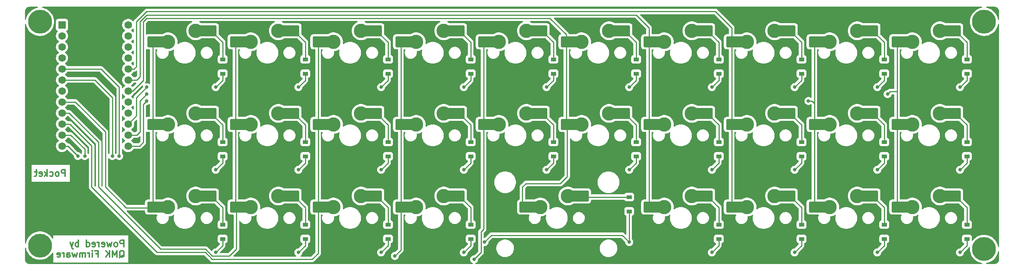
<source format=gbr>
%TF.GenerationSoftware,KiCad,Pcbnew,(6.0.6)*%
%TF.CreationDate,2022-07-16T11:18:18+07:00*%
%TF.ProjectId,pocket,706f636b-6574-42e6-9b69-6361645f7063,rev?*%
%TF.SameCoordinates,Original*%
%TF.FileFunction,Copper,L2,Bot*%
%TF.FilePolarity,Positive*%
%FSLAX46Y46*%
G04 Gerber Fmt 4.6, Leading zero omitted, Abs format (unit mm)*
G04 Created by KiCad (PCBNEW (6.0.6)) date 2022-07-16 11:18:18*
%MOMM*%
%LPD*%
G01*
G04 APERTURE LIST*
G04 Aperture macros list*
%AMRoundRect*
0 Rectangle with rounded corners*
0 $1 Rounding radius*
0 $2 $3 $4 $5 $6 $7 $8 $9 X,Y pos of 4 corners*
0 Add a 4 corners polygon primitive as box body*
4,1,4,$2,$3,$4,$5,$6,$7,$8,$9,$2,$3,0*
0 Add four circle primitives for the rounded corners*
1,1,$1+$1,$2,$3*
1,1,$1+$1,$4,$5*
1,1,$1+$1,$6,$7*
1,1,$1+$1,$8,$9*
0 Add four rect primitives between the rounded corners*
20,1,$1+$1,$2,$3,$4,$5,0*
20,1,$1+$1,$4,$5,$6,$7,0*
20,1,$1+$1,$6,$7,$8,$9,0*
20,1,$1+$1,$8,$9,$2,$3,0*%
G04 Aperture macros list end*
%ADD10C,0.300000*%
%TA.AperFunction,NonConductor*%
%ADD11C,0.300000*%
%TD*%
%TA.AperFunction,SMDPad,CuDef*%
%ADD12R,1.650000X2.500000*%
%TD*%
%TA.AperFunction,SMDPad,CuDef*%
%ADD13RoundRect,0.250000X1.025000X1.000000X-1.025000X1.000000X-1.025000X-1.000000X1.025000X-1.000000X0*%
%TD*%
%TA.AperFunction,ComponentPad*%
%ADD14C,3.300000*%
%TD*%
%TA.AperFunction,SMDPad,CuDef*%
%ADD15R,1.200000X0.900000*%
%TD*%
%TA.AperFunction,ComponentPad*%
%ADD16R,1.752600X1.752600*%
%TD*%
%TA.AperFunction,ComponentPad*%
%ADD17C,1.752600*%
%TD*%
%TA.AperFunction,ViaPad*%
%ADD18C,0.800000*%
%TD*%
%TA.AperFunction,ViaPad*%
%ADD19C,5.500000*%
%TD*%
%TA.AperFunction,Conductor*%
%ADD20C,0.250000*%
%TD*%
G04 APERTURE END LIST*
D10*
D11*
X65329107Y-93547321D02*
X65329107Y-92047321D01*
X64757678Y-92047321D01*
X64614821Y-92118750D01*
X64543392Y-92190178D01*
X64471964Y-92333035D01*
X64471964Y-92547321D01*
X64543392Y-92690178D01*
X64614821Y-92761607D01*
X64757678Y-92833035D01*
X65329107Y-92833035D01*
X63614821Y-93547321D02*
X63757678Y-93475892D01*
X63829107Y-93404464D01*
X63900535Y-93261607D01*
X63900535Y-92833035D01*
X63829107Y-92690178D01*
X63757678Y-92618750D01*
X63614821Y-92547321D01*
X63400535Y-92547321D01*
X63257678Y-92618750D01*
X63186250Y-92690178D01*
X63114821Y-92833035D01*
X63114821Y-93261607D01*
X63186250Y-93404464D01*
X63257678Y-93475892D01*
X63400535Y-93547321D01*
X63614821Y-93547321D01*
X61829107Y-93475892D02*
X61971964Y-93547321D01*
X62257678Y-93547321D01*
X62400535Y-93475892D01*
X62471964Y-93404464D01*
X62543392Y-93261607D01*
X62543392Y-92833035D01*
X62471964Y-92690178D01*
X62400535Y-92618750D01*
X62257678Y-92547321D01*
X61971964Y-92547321D01*
X61829107Y-92618750D01*
X61186250Y-93547321D02*
X61186250Y-92047321D01*
X61043392Y-92975892D02*
X60614821Y-93547321D01*
X60614821Y-92547321D02*
X61186250Y-93118750D01*
X59400535Y-93475892D02*
X59543392Y-93547321D01*
X59829107Y-93547321D01*
X59971964Y-93475892D01*
X60043392Y-93333035D01*
X60043392Y-92761607D01*
X59971964Y-92618750D01*
X59829107Y-92547321D01*
X59543392Y-92547321D01*
X59400535Y-92618750D01*
X59329107Y-92761607D01*
X59329107Y-92904464D01*
X60043392Y-93047321D01*
X58900535Y-92547321D02*
X58329107Y-92547321D01*
X58686250Y-92047321D02*
X58686250Y-93333035D01*
X58614821Y-93475892D01*
X58471964Y-93547321D01*
X58329107Y-93547321D01*
D10*
D11*
X78822857Y-109802321D02*
X78822857Y-108302321D01*
X78251428Y-108302321D01*
X78108571Y-108373750D01*
X78037142Y-108445178D01*
X77965714Y-108588035D01*
X77965714Y-108802321D01*
X78037142Y-108945178D01*
X78108571Y-109016607D01*
X78251428Y-109088035D01*
X78822857Y-109088035D01*
X77108571Y-109802321D02*
X77251428Y-109730892D01*
X77322857Y-109659464D01*
X77394285Y-109516607D01*
X77394285Y-109088035D01*
X77322857Y-108945178D01*
X77251428Y-108873750D01*
X77108571Y-108802321D01*
X76894285Y-108802321D01*
X76751428Y-108873750D01*
X76680000Y-108945178D01*
X76608571Y-109088035D01*
X76608571Y-109516607D01*
X76680000Y-109659464D01*
X76751428Y-109730892D01*
X76894285Y-109802321D01*
X77108571Y-109802321D01*
X76108571Y-108802321D02*
X75822857Y-109802321D01*
X75537142Y-109088035D01*
X75251428Y-109802321D01*
X74965714Y-108802321D01*
X73822857Y-109730892D02*
X73965714Y-109802321D01*
X74251428Y-109802321D01*
X74394285Y-109730892D01*
X74465714Y-109588035D01*
X74465714Y-109016607D01*
X74394285Y-108873750D01*
X74251428Y-108802321D01*
X73965714Y-108802321D01*
X73822857Y-108873750D01*
X73751428Y-109016607D01*
X73751428Y-109159464D01*
X74465714Y-109302321D01*
X73108571Y-109802321D02*
X73108571Y-108802321D01*
X73108571Y-109088035D02*
X73037142Y-108945178D01*
X72965714Y-108873750D01*
X72822857Y-108802321D01*
X72680000Y-108802321D01*
X71608571Y-109730892D02*
X71751428Y-109802321D01*
X72037142Y-109802321D01*
X72180000Y-109730892D01*
X72251428Y-109588035D01*
X72251428Y-109016607D01*
X72180000Y-108873750D01*
X72037142Y-108802321D01*
X71751428Y-108802321D01*
X71608571Y-108873750D01*
X71537142Y-109016607D01*
X71537142Y-109159464D01*
X72251428Y-109302321D01*
X70251428Y-109802321D02*
X70251428Y-108302321D01*
X70251428Y-109730892D02*
X70394285Y-109802321D01*
X70680000Y-109802321D01*
X70822857Y-109730892D01*
X70894285Y-109659464D01*
X70965714Y-109516607D01*
X70965714Y-109088035D01*
X70894285Y-108945178D01*
X70822857Y-108873750D01*
X70680000Y-108802321D01*
X70394285Y-108802321D01*
X70251428Y-108873750D01*
X68394285Y-109802321D02*
X68394285Y-108302321D01*
X68394285Y-108873750D02*
X68251428Y-108802321D01*
X67965714Y-108802321D01*
X67822857Y-108873750D01*
X67751428Y-108945178D01*
X67680000Y-109088035D01*
X67680000Y-109516607D01*
X67751428Y-109659464D01*
X67822857Y-109730892D01*
X67965714Y-109802321D01*
X68251428Y-109802321D01*
X68394285Y-109730892D01*
X67180000Y-108802321D02*
X66822857Y-109802321D01*
X66465714Y-108802321D02*
X66822857Y-109802321D01*
X66965714Y-110159464D01*
X67037142Y-110230892D01*
X67180000Y-110302321D01*
X77822857Y-112360178D02*
X77965714Y-112288750D01*
X78108571Y-112145892D01*
X78322857Y-111931607D01*
X78465714Y-111860178D01*
X78608571Y-111860178D01*
X78537142Y-112217321D02*
X78680000Y-112145892D01*
X78822857Y-112003035D01*
X78894285Y-111717321D01*
X78894285Y-111217321D01*
X78822857Y-110931607D01*
X78680000Y-110788750D01*
X78537142Y-110717321D01*
X78251428Y-110717321D01*
X78108571Y-110788750D01*
X77965714Y-110931607D01*
X77894285Y-111217321D01*
X77894285Y-111717321D01*
X77965714Y-112003035D01*
X78108571Y-112145892D01*
X78251428Y-112217321D01*
X78537142Y-112217321D01*
X77251428Y-112217321D02*
X77251428Y-110717321D01*
X76751428Y-111788750D01*
X76251428Y-110717321D01*
X76251428Y-112217321D01*
X75537142Y-112217321D02*
X75537142Y-110717321D01*
X74680000Y-112217321D02*
X75322857Y-111360178D01*
X74680000Y-110717321D02*
X75537142Y-111574464D01*
X72394285Y-111431607D02*
X72894285Y-111431607D01*
X72894285Y-112217321D02*
X72894285Y-110717321D01*
X72180000Y-110717321D01*
X71608571Y-112217321D02*
X71608571Y-111217321D01*
X71608571Y-110717321D02*
X71680000Y-110788750D01*
X71608571Y-110860178D01*
X71537142Y-110788750D01*
X71608571Y-110717321D01*
X71608571Y-110860178D01*
X70894285Y-112217321D02*
X70894285Y-111217321D01*
X70894285Y-111503035D02*
X70822857Y-111360178D01*
X70751428Y-111288750D01*
X70608571Y-111217321D01*
X70465714Y-111217321D01*
X69965714Y-112217321D02*
X69965714Y-111217321D01*
X69965714Y-111360178D02*
X69894285Y-111288750D01*
X69751428Y-111217321D01*
X69537142Y-111217321D01*
X69394285Y-111288750D01*
X69322857Y-111431607D01*
X69322857Y-112217321D01*
X69322857Y-111431607D02*
X69251428Y-111288750D01*
X69108571Y-111217321D01*
X68894285Y-111217321D01*
X68751428Y-111288750D01*
X68680000Y-111431607D01*
X68680000Y-112217321D01*
X68108571Y-111217321D02*
X67822857Y-112217321D01*
X67537142Y-111503035D01*
X67251428Y-112217321D01*
X66965714Y-111217321D01*
X65751428Y-112217321D02*
X65751428Y-111431607D01*
X65822857Y-111288750D01*
X65965714Y-111217321D01*
X66251428Y-111217321D01*
X66394285Y-111288750D01*
X65751428Y-112145892D02*
X65894285Y-112217321D01*
X66251428Y-112217321D01*
X66394285Y-112145892D01*
X66465714Y-112003035D01*
X66465714Y-111860178D01*
X66394285Y-111717321D01*
X66251428Y-111645892D01*
X65894285Y-111645892D01*
X65751428Y-111574464D01*
X65037142Y-112217321D02*
X65037142Y-111217321D01*
X65037142Y-111503035D02*
X64965714Y-111360178D01*
X64894285Y-111288750D01*
X64751428Y-111217321D01*
X64608571Y-111217321D01*
X63537142Y-112145892D02*
X63680000Y-112217321D01*
X63965714Y-112217321D01*
X64108571Y-112145892D01*
X64180000Y-112003035D01*
X64180000Y-111431607D01*
X64108571Y-111288750D01*
X63965714Y-111217321D01*
X63680000Y-111217321D01*
X63537142Y-111288750D01*
X63465714Y-111431607D01*
X63465714Y-111574464D01*
X64180000Y-111717321D01*
D12*
%TO.P,SW29,2,2*%
%TO.N,Net-(SW29-Pad2)*%
X97208750Y-98107500D03*
D13*
X98958750Y-98107500D03*
D14*
X95408750Y-98107500D03*
%TO.P,SW29,1,1*%
%TO.N,C6*%
X89058750Y-100647500D03*
D13*
X85508750Y-100647500D03*
D12*
X87233750Y-100647500D03*
%TD*%
D15*
%TO.P,D29,2,A*%
%TO.N,Net-(SW29-Pad2)*%
X101600000Y-104712500D03*
%TO.P,D29,1,K*%
%TO.N,D0*%
X101600000Y-108012500D03*
%TD*%
%TO.P,D28,2,A*%
%TO.N,Net-(SW28-Pad2)*%
X120650000Y-104712500D03*
%TO.P,D28,1,K*%
%TO.N,D0*%
X120650000Y-108012500D03*
%TD*%
%TO.P,D27,2,A*%
%TO.N,Net-(SW27-Pad2)*%
X139700000Y-104712500D03*
%TO.P,D27,1,K*%
%TO.N,D0*%
X139700000Y-108012500D03*
%TD*%
%TO.P,D26,2,A*%
%TO.N,Net-(SW26-Pad2)*%
X158750000Y-104712500D03*
%TO.P,D26,1,K*%
%TO.N,D0*%
X158750000Y-108012500D03*
%TD*%
%TO.P,D25,2,A*%
%TO.N,Net-(SW25-Pad2)*%
X195262500Y-98362500D03*
%TO.P,D25,1,K*%
%TO.N,D0*%
X195262500Y-101662500D03*
%TD*%
%TO.P,D24,2,A*%
%TO.N,Net-(SW24-Pad2)*%
X215900000Y-104712500D03*
%TO.P,D24,1,K*%
%TO.N,D0*%
X215900000Y-108012500D03*
%TD*%
%TO.P,D23,2,A*%
%TO.N,Net-(SW23-Pad2)*%
X234950000Y-104712500D03*
%TO.P,D23,1,K*%
%TO.N,D0*%
X234950000Y-108012500D03*
%TD*%
%TO.P,D22,2,A*%
%TO.N,Net-(SW22-Pad2)*%
X254000000Y-104712500D03*
%TO.P,D22,1,K*%
%TO.N,D0*%
X254000000Y-108012500D03*
%TD*%
%TO.P,D21,2,A*%
%TO.N,Net-(SW21-Pad2)*%
X273050000Y-104712500D03*
%TO.P,D21,1,K*%
%TO.N,D0*%
X273050000Y-108012500D03*
%TD*%
%TO.P,D20,2,A*%
%TO.N,Net-(SW20-Pad2)*%
X101600000Y-85662500D03*
%TO.P,D20,1,K*%
%TO.N,D1*%
X101600000Y-88962500D03*
%TD*%
%TO.P,D19,2,A*%
%TO.N,Net-(SW19-Pad2)*%
X120650000Y-85662500D03*
%TO.P,D19,1,K*%
%TO.N,D1*%
X120650000Y-88962500D03*
%TD*%
%TO.P,D18,2,A*%
%TO.N,Net-(SW18-Pad2)*%
X139700000Y-85662500D03*
%TO.P,D18,1,K*%
%TO.N,D1*%
X139700000Y-88962500D03*
%TD*%
%TO.P,D17,2,A*%
%TO.N,Net-(SW17-Pad2)*%
X158750000Y-85662500D03*
%TO.P,D17,1,K*%
%TO.N,D1*%
X158750000Y-88962500D03*
%TD*%
%TO.P,D16,1,K*%
%TO.N,D1*%
X177800000Y-88962500D03*
%TO.P,D16,2,A*%
%TO.N,Net-(SW16-Pad2)*%
X177800000Y-85662500D03*
%TD*%
%TO.P,D15,2,A*%
%TO.N,Net-(SW15-Pad2)*%
X196850000Y-85662500D03*
%TO.P,D15,1,K*%
%TO.N,D1*%
X196850000Y-88962500D03*
%TD*%
%TO.P,D14,2,A*%
%TO.N,Net-(SW14-Pad2)*%
X215900000Y-85662500D03*
%TO.P,D14,1,K*%
%TO.N,D1*%
X215900000Y-88962500D03*
%TD*%
%TO.P,D13,2,A*%
%TO.N,Net-(SW13-Pad2)*%
X234950000Y-85662500D03*
%TO.P,D13,1,K*%
%TO.N,D1*%
X234950000Y-88962500D03*
%TD*%
%TO.P,D12,2,A*%
%TO.N,Net-(SW12-Pad2)*%
X254000000Y-85662500D03*
%TO.P,D12,1,K*%
%TO.N,D1*%
X254000000Y-88962500D03*
%TD*%
%TO.P,D11,2,A*%
%TO.N,Net-(SW11-Pad2)*%
X273050000Y-85662500D03*
%TO.P,D11,1,K*%
%TO.N,D1*%
X273050000Y-88962500D03*
%TD*%
%TO.P,D10,2,A*%
%TO.N,Net-(SW10-Pad2)*%
X101600000Y-66612500D03*
%TO.P,D10,1,K*%
%TO.N,B3*%
X101600000Y-69912500D03*
%TD*%
%TO.P,D9,2,A*%
%TO.N,Net-(SW9-Pad2)*%
X120650000Y-66612500D03*
%TO.P,D9,1,K*%
%TO.N,B3*%
X120650000Y-69912500D03*
%TD*%
%TO.P,D8,2,A*%
%TO.N,Net-(SW8-Pad2)*%
X139700000Y-66612500D03*
%TO.P,D8,1,K*%
%TO.N,B3*%
X139700000Y-69912500D03*
%TD*%
%TO.P,D7,2,A*%
%TO.N,Net-(SW7-Pad2)*%
X158750000Y-66612500D03*
%TO.P,D7,1,K*%
%TO.N,B3*%
X158750000Y-69912500D03*
%TD*%
%TO.P,D6,2,A*%
%TO.N,Net-(SW6-Pad2)*%
X177800000Y-66612500D03*
%TO.P,D6,1,K*%
%TO.N,B3*%
X177800000Y-69912500D03*
%TD*%
%TO.P,D5,2,A*%
%TO.N,Net-(SW5-Pad2)*%
X196850000Y-66612500D03*
%TO.P,D5,1,K*%
%TO.N,B3*%
X196850000Y-69912500D03*
%TD*%
%TO.P,D4,2,A*%
%TO.N,Net-(SW4-Pad2)*%
X215900000Y-66612500D03*
%TO.P,D4,1,K*%
%TO.N,B3*%
X215900000Y-69912500D03*
%TD*%
%TO.P,D3,2,A*%
%TO.N,Net-(SW3-Pad2)*%
X234950000Y-66612500D03*
%TO.P,D3,1,K*%
%TO.N,B3*%
X234950000Y-69912500D03*
%TD*%
%TO.P,D2,2,A*%
%TO.N,Net-(SW2-Pad2)*%
X254000000Y-66612500D03*
%TO.P,D2,1,K*%
%TO.N,B3*%
X254000000Y-69912500D03*
%TD*%
%TO.P,D1,2,A*%
%TO.N,Net-(SW1-Pad2)*%
X273050000Y-66612500D03*
%TO.P,D1,1,K*%
%TO.N,B3*%
X273050000Y-69912500D03*
%TD*%
D12*
%TO.P,SW28,2,2*%
%TO.N,Net-(SW28-Pad2)*%
X116258750Y-98107500D03*
D13*
X118008750Y-98107500D03*
D14*
X114458750Y-98107500D03*
%TO.P,SW28,1,1*%
%TO.N,D7*%
X108108750Y-100647500D03*
D13*
X104558750Y-100647500D03*
D12*
X106283750Y-100647500D03*
%TD*%
%TO.P,SW27,2,2*%
%TO.N,Net-(SW27-Pad2)*%
X135308750Y-98107500D03*
D13*
X137058750Y-98107500D03*
D14*
X133508750Y-98107500D03*
%TO.P,SW27,1,1*%
%TO.N,E6*%
X127158750Y-100647500D03*
D13*
X123608750Y-100647500D03*
D12*
X125333750Y-100647500D03*
%TD*%
%TO.P,SW26,2,2*%
%TO.N,Net-(SW26-Pad2)*%
X154358750Y-98107500D03*
D13*
X156108750Y-98107500D03*
D14*
X152558750Y-98107500D03*
%TO.P,SW26,1,1*%
%TO.N,B4*%
X146208750Y-100647500D03*
D13*
X142658750Y-100647500D03*
D12*
X144383750Y-100647500D03*
%TD*%
%TO.P,SW25,2,2*%
%TO.N,Net-(SW25-Pad2)*%
X182933750Y-98107500D03*
D13*
X184683750Y-98107500D03*
D14*
X181133750Y-98107500D03*
%TO.P,SW25,1,1*%
%TO.N,F6*%
X174783750Y-100647500D03*
D13*
X171233750Y-100647500D03*
D12*
X172958750Y-100647500D03*
%TD*%
%TO.P,SW24,2,2*%
%TO.N,Net-(SW24-Pad2)*%
X211508750Y-98107500D03*
D13*
X213258750Y-98107500D03*
D14*
X209708750Y-98107500D03*
%TO.P,SW24,1,1*%
%TO.N,F5*%
X203358750Y-100647500D03*
D13*
X199808750Y-100647500D03*
D12*
X201533750Y-100647500D03*
%TD*%
%TO.P,SW23,2,2*%
%TO.N,Net-(SW23-Pad2)*%
X230558750Y-98107500D03*
D13*
X232308750Y-98107500D03*
D14*
X228758750Y-98107500D03*
%TO.P,SW23,1,1*%
%TO.N,F4*%
X222408750Y-100647500D03*
D13*
X218858750Y-100647500D03*
D12*
X220583750Y-100647500D03*
%TD*%
%TO.P,SW22,2,2*%
%TO.N,Net-(SW22-Pad2)*%
X249608750Y-98107500D03*
D13*
X251358750Y-98107500D03*
D14*
X247808750Y-98107500D03*
%TO.P,SW22,1,1*%
%TO.N,B6*%
X241458750Y-100647500D03*
D13*
X237908750Y-100647500D03*
D12*
X239633750Y-100647500D03*
%TD*%
%TO.P,SW21,2,2*%
%TO.N,Net-(SW21-Pad2)*%
X268658750Y-98107500D03*
D13*
X270408750Y-98107500D03*
D14*
X266858750Y-98107500D03*
%TO.P,SW21,1,1*%
%TO.N,B2*%
X260508750Y-100647500D03*
D13*
X256958750Y-100647500D03*
D12*
X258683750Y-100647500D03*
%TD*%
%TO.P,SW20,2,2*%
%TO.N,Net-(SW20-Pad2)*%
X97208750Y-79057500D03*
D13*
X98958750Y-79057500D03*
D14*
X95408750Y-79057500D03*
%TO.P,SW20,1,1*%
%TO.N,C6*%
X89058750Y-81597500D03*
D13*
X85508750Y-81597500D03*
D12*
X87233750Y-81597500D03*
%TD*%
%TO.P,SW19,2,2*%
%TO.N,Net-(SW19-Pad2)*%
X116258750Y-79057500D03*
D13*
X118008750Y-79057500D03*
D14*
X114458750Y-79057500D03*
%TO.P,SW19,1,1*%
%TO.N,D7*%
X108108750Y-81597500D03*
D13*
X104558750Y-81597500D03*
D12*
X106283750Y-81597500D03*
%TD*%
%TO.P,SW18,2,2*%
%TO.N,Net-(SW18-Pad2)*%
X135308750Y-79057500D03*
D13*
X137058750Y-79057500D03*
D14*
X133508750Y-79057500D03*
%TO.P,SW18,1,1*%
%TO.N,E6*%
X127158750Y-81597500D03*
D13*
X123608750Y-81597500D03*
D12*
X125333750Y-81597500D03*
%TD*%
%TO.P,SW17,2,2*%
%TO.N,Net-(SW17-Pad2)*%
X154358750Y-79057500D03*
D13*
X156108750Y-79057500D03*
D14*
X152558750Y-79057500D03*
%TO.P,SW17,1,1*%
%TO.N,B4*%
X146208750Y-81597500D03*
D13*
X142658750Y-81597500D03*
D12*
X144383750Y-81597500D03*
%TD*%
%TO.P,SW16,2,2*%
%TO.N,Net-(SW16-Pad2)*%
X173408750Y-79057500D03*
D13*
X175158750Y-79057500D03*
D14*
X171608750Y-79057500D03*
%TO.P,SW16,1,1*%
%TO.N,B5*%
X165258750Y-81597500D03*
D13*
X161708750Y-81597500D03*
D12*
X163433750Y-81597500D03*
%TD*%
%TO.P,SW15,2,2*%
%TO.N,Net-(SW15-Pad2)*%
X192458750Y-79057500D03*
D13*
X194208750Y-79057500D03*
D14*
X190658750Y-79057500D03*
%TO.P,SW15,1,1*%
%TO.N,F6*%
X184308750Y-81597500D03*
D13*
X180758750Y-81597500D03*
D12*
X182483750Y-81597500D03*
%TD*%
%TO.P,SW14,2,2*%
%TO.N,Net-(SW14-Pad2)*%
X211508750Y-79057500D03*
D13*
X213258750Y-79057500D03*
D14*
X209708750Y-79057500D03*
%TO.P,SW14,1,1*%
%TO.N,F5*%
X203358750Y-81597500D03*
D13*
X199808750Y-81597500D03*
D12*
X201533750Y-81597500D03*
%TD*%
%TO.P,SW13,2,2*%
%TO.N,Net-(SW13-Pad2)*%
X230558750Y-79057500D03*
D13*
X232308750Y-79057500D03*
D14*
X228758750Y-79057500D03*
%TO.P,SW13,1,1*%
%TO.N,F4*%
X222408750Y-81597500D03*
D13*
X218858750Y-81597500D03*
D12*
X220583750Y-81597500D03*
%TD*%
%TO.P,SW12,2,2*%
%TO.N,Net-(SW12-Pad2)*%
X249608750Y-79057500D03*
D13*
X251358750Y-79057500D03*
D14*
X247808750Y-79057500D03*
%TO.P,SW12,1,1*%
%TO.N,B6*%
X241458750Y-81597500D03*
D13*
X237908750Y-81597500D03*
D12*
X239633750Y-81597500D03*
%TD*%
%TO.P,SW11,2,2*%
%TO.N,Net-(SW11-Pad2)*%
X268658750Y-79057500D03*
D13*
X270408750Y-79057500D03*
D14*
X266858750Y-79057500D03*
%TO.P,SW11,1,1*%
%TO.N,B2*%
X260508750Y-81597500D03*
D13*
X256958750Y-81597500D03*
D12*
X258683750Y-81597500D03*
%TD*%
D16*
%TO.P,U1,1,TX0/PD3*%
%TO.N,unconnected-(U1-Pad1)*%
X64611250Y-58660500D03*
D17*
%TO.P,U1,2,RX1/PD2*%
%TO.N,unconnected-(U1-Pad2)*%
X64611250Y-61200500D03*
%TO.P,U1,3,GND*%
%TO.N,unconnected-(U1-Pad3)*%
X64611250Y-63740500D03*
%TO.P,U1,4,GND*%
%TO.N,unconnected-(U1-Pad4)*%
X64611250Y-66280500D03*
%TO.P,U1,5,2/PD1*%
%TO.N,D1*%
X64611250Y-68820500D03*
%TO.P,U1,6,3/PD0*%
%TO.N,D0*%
X64611250Y-71360500D03*
%TO.P,U1,7,4/PD4*%
%TO.N,unconnected-(U1-Pad7)*%
X64611250Y-73900500D03*
%TO.P,U1,8,5/PC6*%
%TO.N,C6*%
X64611250Y-76440500D03*
%TO.P,U1,9,6/PD7*%
%TO.N,D7*%
X64611250Y-78980500D03*
%TO.P,U1,10,7/PE6*%
%TO.N,E6*%
X64611250Y-81520500D03*
%TO.P,U1,11,8/PB4*%
%TO.N,B4*%
X64611250Y-84060500D03*
%TO.P,U1,13,10/PB6*%
%TO.N,B6*%
X79851250Y-86600500D03*
%TO.P,U1,14,16/PB2*%
%TO.N,B2*%
X79851250Y-84060500D03*
%TO.P,U1,15,14/PB3*%
%TO.N,B3*%
X79851250Y-81520500D03*
%TO.P,U1,16,15/PB1*%
%TO.N,unconnected-(U1-Pad16)*%
X79851250Y-78980500D03*
%TO.P,U1,17,A0/PF7*%
%TO.N,unconnected-(U1-Pad17)*%
X79851250Y-76440500D03*
%TO.P,U1,18,A1/PF6*%
%TO.N,F6*%
X79851250Y-73900500D03*
%TO.P,U1,19,A2/PF5*%
%TO.N,F5*%
X79851250Y-71360500D03*
%TO.P,U1,20,A3/PF4*%
%TO.N,F4*%
X79851250Y-68820500D03*
%TO.P,U1,21,VCC*%
%TO.N,unconnected-(U1-Pad21)*%
X79851250Y-66280500D03*
%TO.P,U1,22,RST*%
%TO.N,unconnected-(U1-Pad22)*%
X79851250Y-63740500D03*
%TO.P,U1,23,GND*%
%TO.N,unconnected-(U1-Pad23)*%
X79851250Y-61200500D03*
%TO.P,U1,12,9/PB5*%
%TO.N,B5*%
X64611250Y-86600500D03*
%TO.P,U1,24,RAW*%
%TO.N,unconnected-(U1-Pad24)*%
X79851250Y-58660500D03*
%TD*%
D12*
%TO.P,SW10,2,2*%
%TO.N,Net-(SW10-Pad2)*%
X97208750Y-60007500D03*
D13*
X98958750Y-60007500D03*
D14*
X95408750Y-60007500D03*
%TO.P,SW10,1,1*%
%TO.N,C6*%
X89058750Y-62547500D03*
D13*
X85508750Y-62547500D03*
D12*
X87233750Y-62547500D03*
%TD*%
%TO.P,SW9,2,2*%
%TO.N,Net-(SW9-Pad2)*%
X116258750Y-60007500D03*
D13*
X118008750Y-60007500D03*
D14*
X114458750Y-60007500D03*
%TO.P,SW9,1,1*%
%TO.N,D7*%
X108108750Y-62547500D03*
D13*
X104558750Y-62547500D03*
D12*
X106283750Y-62547500D03*
%TD*%
%TO.P,SW8,2,2*%
%TO.N,Net-(SW8-Pad2)*%
X135308750Y-60007500D03*
D13*
X137058750Y-60007500D03*
D14*
X133508750Y-60007500D03*
%TO.P,SW8,1,1*%
%TO.N,E6*%
X127158750Y-62547500D03*
D13*
X123608750Y-62547500D03*
D12*
X125333750Y-62547500D03*
%TD*%
%TO.P,SW7,2,2*%
%TO.N,Net-(SW7-Pad2)*%
X154358750Y-60007500D03*
D13*
X156108750Y-60007500D03*
D14*
X152558750Y-60007500D03*
%TO.P,SW7,1,1*%
%TO.N,B4*%
X146208750Y-62547500D03*
D13*
X142658750Y-62547500D03*
D12*
X144383750Y-62547500D03*
%TD*%
%TO.P,SW6,2,2*%
%TO.N,Net-(SW6-Pad2)*%
X173408750Y-60007500D03*
D13*
X175158750Y-60007500D03*
D14*
X171608750Y-60007500D03*
%TO.P,SW6,1,1*%
%TO.N,B5*%
X165258750Y-62547500D03*
D13*
X161708750Y-62547500D03*
D12*
X163433750Y-62547500D03*
%TD*%
%TO.P,SW5,2,2*%
%TO.N,Net-(SW5-Pad2)*%
X192458750Y-60007500D03*
D13*
X194208750Y-60007500D03*
D14*
X190658750Y-60007500D03*
%TO.P,SW5,1,1*%
%TO.N,F6*%
X184308750Y-62547500D03*
D13*
X180758750Y-62547500D03*
D12*
X182483750Y-62547500D03*
%TD*%
%TO.P,SW4,2,2*%
%TO.N,Net-(SW4-Pad2)*%
X211508750Y-60007500D03*
D13*
X213258750Y-60007500D03*
D14*
X209708750Y-60007500D03*
%TO.P,SW4,1,1*%
%TO.N,F5*%
X203358750Y-62547500D03*
D13*
X199808750Y-62547500D03*
D12*
X201533750Y-62547500D03*
%TD*%
%TO.P,SW3,2,2*%
%TO.N,Net-(SW3-Pad2)*%
X230558750Y-60007500D03*
D13*
X232308750Y-60007500D03*
D14*
X228758750Y-60007500D03*
%TO.P,SW3,1,1*%
%TO.N,F4*%
X222408750Y-62547500D03*
D13*
X218858750Y-62547500D03*
D12*
X220583750Y-62547500D03*
%TD*%
%TO.P,SW2,2,2*%
%TO.N,Net-(SW2-Pad2)*%
X249608750Y-60007500D03*
D13*
X251358750Y-60007500D03*
D14*
X247808750Y-60007500D03*
%TO.P,SW2,1,1*%
%TO.N,B6*%
X241458750Y-62547500D03*
D13*
X237908750Y-62547500D03*
D12*
X239633750Y-62547500D03*
%TD*%
%TO.P,SW1,2,2*%
%TO.N,Net-(SW1-Pad2)*%
X268658750Y-60007500D03*
D13*
X270408750Y-60007500D03*
D14*
X266858750Y-60007500D03*
%TO.P,SW1,1,1*%
%TO.N,B2*%
X260508750Y-62547500D03*
D13*
X256958750Y-62547500D03*
D12*
X258683750Y-62547500D03*
%TD*%
D18*
%TO.N,B3*%
X84137500Y-73025000D03*
%TO.N,B6*%
X84137500Y-76200000D03*
%TO.N,B2*%
X84137500Y-74612500D03*
X254793750Y-74612500D03*
%TO.N,B6*%
X236537500Y-76200000D03*
%TO.N,D1*%
X77787500Y-88900000D03*
%TO.N,D0*%
X76200000Y-88900000D03*
%TO.N,B5*%
X68262500Y-88900000D03*
%TO.N,B4*%
X69850000Y-88900000D03*
D19*
%TO.N,*%
X59531250Y-109537500D03*
X59531250Y-57943750D03*
X277018750Y-110331250D03*
X277018750Y-57943750D03*
D18*
%TO.N,B4*%
X141287500Y-111918750D03*
%TO.N,B5*%
X159543750Y-112712500D03*
%TO.N,D0*%
X195262500Y-108743750D03*
X161925000Y-108743750D03*
X233362500Y-111125000D03*
X252412500Y-111125000D03*
X271462500Y-111125000D03*
X214312500Y-111125000D03*
X157162500Y-111125000D03*
X138112500Y-111125000D03*
X119062500Y-111125000D03*
%TO.N,D1*%
X271462500Y-92075000D03*
X252412500Y-92075000D03*
X233362500Y-92075000D03*
X214312500Y-92075000D03*
X195262500Y-92075000D03*
X176212500Y-92075000D03*
X157162500Y-92075000D03*
X138112500Y-92075000D03*
X119062500Y-92075000D03*
%TO.N,D0*%
X100012500Y-111125000D03*
%TO.N,D1*%
X100012500Y-92075000D03*
%TO.N,B3*%
X119062500Y-73025000D03*
X138112500Y-73025000D03*
X157162500Y-73025000D03*
X176212500Y-73025000D03*
X195262500Y-73025000D03*
X214312500Y-73025000D03*
X233362500Y-73025000D03*
X252412500Y-73025000D03*
X271462500Y-73025000D03*
X100012500Y-73025000D03*
%TD*%
D20*
%TO.N,F6*%
X84137500Y-57150000D02*
X83343750Y-57943750D01*
X83343750Y-57943750D02*
X83343750Y-71437500D01*
X177006250Y-57150000D02*
X84137500Y-57150000D01*
X83343750Y-71437500D02*
X80880750Y-73900500D01*
X80880750Y-73900500D02*
X79851250Y-73900500D01*
X180758750Y-60902500D02*
X177006250Y-57150000D01*
X180758750Y-62547500D02*
X180758750Y-60902500D01*
%TO.N,F5*%
X81833250Y-71360500D02*
X79851250Y-71360500D01*
X82550000Y-57943750D02*
X82550000Y-70643750D01*
X82550000Y-70643750D02*
X81833250Y-71360500D01*
X196850000Y-56356250D02*
X84137500Y-56356250D01*
X199808750Y-62547500D02*
X199808750Y-59315000D01*
X199808750Y-59315000D02*
X196850000Y-56356250D01*
X84137500Y-56356250D02*
X82550000Y-57943750D01*
%TO.N,F4*%
X84137500Y-55562500D02*
X81756250Y-57943750D01*
X81756250Y-57943750D02*
X81756250Y-68262500D01*
X81198250Y-68820500D02*
X79851250Y-68820500D01*
X215106250Y-55562500D02*
X84137500Y-55562500D01*
X218858750Y-59315000D02*
X215106250Y-55562500D01*
X81756250Y-68262500D02*
X81198250Y-68820500D01*
X218858750Y-62547500D02*
X218858750Y-59315000D01*
%TO.N,B6*%
X82468250Y-86600500D02*
X79851250Y-86600500D01*
X83343750Y-76993750D02*
X83343750Y-85725000D01*
X84137500Y-76200000D02*
X83343750Y-76993750D01*
X83343750Y-85725000D02*
X82468250Y-86600500D01*
%TO.N,B2*%
X81833250Y-84060500D02*
X79851250Y-84060500D01*
X82550000Y-83343750D02*
X81833250Y-84060500D01*
X82550000Y-76200000D02*
X82550000Y-83343750D01*
X84137500Y-74612500D02*
X82550000Y-76200000D01*
%TO.N,B3*%
X81756250Y-79615500D02*
X79851250Y-81520500D01*
X81756250Y-75406250D02*
X81756250Y-79615500D01*
X84137500Y-73025000D02*
X81756250Y-75406250D01*
%TO.N,D0*%
X72154250Y-71360500D02*
X64611250Y-71360500D01*
X76200000Y-75406250D02*
X72154250Y-71360500D01*
X76200000Y-88900000D02*
X76200000Y-75406250D01*
%TO.N,D1*%
X77787500Y-73025000D02*
X73583000Y-68820500D01*
X77787500Y-88900000D02*
X77787500Y-73025000D01*
X73583000Y-68820500D02*
X64611250Y-68820500D01*
%TO.N,B6*%
X237331250Y-76200000D02*
X236537500Y-76200000D01*
X237908750Y-76777500D02*
X237331250Y-76200000D01*
X237908750Y-76777500D02*
X237908750Y-100647500D01*
X237908750Y-62547500D02*
X237908750Y-76777500D01*
%TO.N,B2*%
X255371250Y-74035000D02*
X254793750Y-74612500D01*
X256958750Y-74035000D02*
X255371250Y-74035000D01*
X256958750Y-74035000D02*
X256958750Y-100647500D01*
X256958750Y-62547500D02*
X256958750Y-74035000D01*
%TO.N,C6*%
X74612500Y-83343750D02*
X67709250Y-76440500D01*
X74612500Y-96043750D02*
X74612500Y-83343750D01*
X67709250Y-76440500D02*
X64611250Y-76440500D01*
X85350000Y-100806250D02*
X79375000Y-100806250D01*
X79375000Y-100806250D02*
X74612500Y-96043750D01*
X85508750Y-100647500D02*
X85350000Y-100806250D01*
%TO.N,D7*%
X66280500Y-78980500D02*
X64611250Y-78980500D01*
X73025000Y-85725000D02*
X66280500Y-78980500D01*
X87312500Y-110331250D02*
X73025000Y-96043750D01*
X99218750Y-111918750D02*
X97631250Y-110331250D01*
X97631250Y-110331250D02*
X87312500Y-110331250D01*
X103187500Y-111918750D02*
X99218750Y-111918750D01*
X104775000Y-110331250D02*
X103187500Y-111918750D01*
X73025000Y-96043750D02*
X73025000Y-85725000D01*
X104775000Y-100863750D02*
X104775000Y-110331250D01*
X104558750Y-100647500D02*
X104775000Y-100863750D01*
%TO.N,E6*%
X66439250Y-81520500D02*
X64611250Y-81520500D01*
X71437500Y-86518750D02*
X66439250Y-81520500D01*
X97631250Y-111125000D02*
X86518750Y-111125000D01*
X71437500Y-96043750D02*
X71437500Y-86518750D01*
X122237500Y-112712500D02*
X99218750Y-112712500D01*
X123608750Y-111341250D02*
X122237500Y-112712500D01*
X99218750Y-112712500D02*
X97631250Y-111125000D01*
X86518750Y-111125000D02*
X71437500Y-96043750D01*
X123608750Y-100647500D02*
X123608750Y-111341250D01*
%TO.N,B4*%
X69850000Y-87312500D02*
X66598000Y-84060500D01*
X66598000Y-84060500D02*
X64611250Y-84060500D01*
X69850000Y-88900000D02*
X69850000Y-87312500D01*
%TO.N,B5*%
X65963000Y-86600500D02*
X64611250Y-86600500D01*
X68262500Y-88900000D02*
X65963000Y-86600500D01*
%TO.N,Net-(SW25-Pad2)*%
X184938750Y-98362500D02*
X195262500Y-98362500D01*
X184683750Y-98107500D02*
X184938750Y-98362500D01*
%TO.N,B4*%
X142658750Y-110547500D02*
X141287500Y-111918750D01*
%TO.N,B5*%
X161131250Y-111125000D02*
X159543750Y-112712500D01*
X161131250Y-106362500D02*
X161131250Y-111125000D01*
X161708750Y-105785000D02*
X161131250Y-106362500D01*
X161708750Y-81597500D02*
X161708750Y-105785000D01*
%TO.N,B4*%
X142658750Y-100647500D02*
X142658750Y-110547500D01*
%TO.N,F4*%
X218858750Y-62547500D02*
X218858750Y-100647500D01*
%TO.N,F5*%
X199808750Y-62547500D02*
X199808750Y-100647500D01*
%TO.N,F6*%
X170656250Y-96043750D02*
X170656250Y-100070000D01*
X170656250Y-100070000D02*
X171233750Y-100647500D01*
X171450000Y-95250000D02*
X170656250Y-96043750D01*
X179387500Y-95250000D02*
X171450000Y-95250000D01*
X180975000Y-93662500D02*
X179387500Y-95250000D01*
X180975000Y-81813750D02*
X180975000Y-93662500D01*
X180758750Y-81597500D02*
X180975000Y-81813750D01*
X180758750Y-62547500D02*
X180758750Y-81597500D01*
%TO.N,B5*%
X161708750Y-62547500D02*
X161708750Y-81597500D01*
%TO.N,B4*%
X142658750Y-62547500D02*
X142658750Y-100647500D01*
%TO.N,E6*%
X123608750Y-62547500D02*
X123608750Y-100647500D01*
%TO.N,D7*%
X104558750Y-62547500D02*
X104558750Y-100647500D01*
%TO.N,C6*%
X85508750Y-62547500D02*
X85508750Y-100647500D01*
%TO.N,D0*%
X193675000Y-107156250D02*
X195262500Y-108743750D01*
X163512500Y-107156250D02*
X193675000Y-107156250D01*
X161925000Y-108743750D02*
X163512500Y-107156250D01*
X195262500Y-108743750D02*
X195262500Y-101662500D01*
X273050000Y-109537500D02*
X271462500Y-111125000D01*
X273050000Y-108012500D02*
X273050000Y-109537500D01*
X254000000Y-109537500D02*
X252412500Y-111125000D01*
X254000000Y-108012500D02*
X254000000Y-109537500D01*
X234950000Y-109537500D02*
X233362500Y-111125000D01*
X234950000Y-108012500D02*
X234950000Y-109537500D01*
X215900000Y-109537500D02*
X214312500Y-111125000D01*
X215900000Y-108012500D02*
X215900000Y-109537500D01*
X158750000Y-109537500D02*
X158750000Y-108012500D01*
X157162500Y-111125000D02*
X158750000Y-109537500D01*
X138112500Y-111125000D02*
X139700000Y-109537500D01*
X139700000Y-109537500D02*
X139700000Y-108012500D01*
X120650000Y-109537500D02*
X120650000Y-108012500D01*
X119062500Y-111125000D02*
X120650000Y-109537500D01*
%TO.N,D1*%
X120650000Y-90487500D02*
X120650000Y-88962500D01*
X119062500Y-92075000D02*
X120650000Y-90487500D01*
X139700000Y-90487500D02*
X139700000Y-88962500D01*
X138112500Y-92075000D02*
X139700000Y-90487500D01*
X157162500Y-92075000D02*
X158750000Y-90487500D01*
X158750000Y-90487500D02*
X158750000Y-88962500D01*
X177800000Y-90487500D02*
X177800000Y-88962500D01*
X176212500Y-92075000D02*
X177800000Y-90487500D01*
X196850000Y-90487500D02*
X196850000Y-88962500D01*
X195262500Y-92075000D02*
X196850000Y-90487500D01*
X215900000Y-90487500D02*
X215900000Y-88962500D01*
X214312500Y-92075000D02*
X215900000Y-90487500D01*
X234950000Y-90487500D02*
X234950000Y-88962500D01*
X233362500Y-92075000D02*
X234950000Y-90487500D01*
X254000000Y-90487500D02*
X254000000Y-88962500D01*
X252412500Y-92075000D02*
X254000000Y-90487500D01*
X273050000Y-90487500D02*
X273050000Y-88962500D01*
X271462500Y-92075000D02*
X273050000Y-90487500D01*
%TO.N,D0*%
X101600000Y-109537500D02*
X100012500Y-111125000D01*
X101600000Y-108012500D02*
X101600000Y-109537500D01*
%TO.N,D1*%
X101600000Y-90487500D02*
X100012500Y-92075000D01*
X101600000Y-88962500D02*
X101600000Y-90487500D01*
%TO.N,B3*%
X273050000Y-71437500D02*
X273050000Y-69912500D01*
X271462500Y-73025000D02*
X273050000Y-71437500D01*
X254000000Y-71437500D02*
X254000000Y-69912500D01*
X252412500Y-73025000D02*
X254000000Y-71437500D01*
X234950000Y-71437500D02*
X234950000Y-69912500D01*
X233362500Y-73025000D02*
X234950000Y-71437500D01*
X215900000Y-71437500D02*
X215900000Y-69912500D01*
X214312500Y-73025000D02*
X215900000Y-71437500D01*
X196850000Y-71437500D02*
X196850000Y-69912500D01*
X195262500Y-73025000D02*
X196850000Y-71437500D01*
X177800000Y-71437500D02*
X177800000Y-69912500D01*
X176212500Y-73025000D02*
X177800000Y-71437500D01*
X158750000Y-71437500D02*
X158750000Y-69912500D01*
X157162500Y-73025000D02*
X158750000Y-71437500D01*
X139700000Y-71437500D02*
X139700000Y-69912500D01*
X138112500Y-73025000D02*
X139700000Y-71437500D01*
X119062500Y-73025000D02*
X120650000Y-71437500D01*
X120650000Y-71437500D02*
X120650000Y-69912500D01*
X101600000Y-71437500D02*
X100012500Y-73025000D01*
X101600000Y-69912500D02*
X101600000Y-71437500D01*
%TO.N,Net-(SW16-Pad2)*%
X177800000Y-81698750D02*
X177800000Y-85662500D01*
X175158750Y-79057500D02*
X177800000Y-81698750D01*
%TO.N,Net-(SW21-Pad2)*%
X273050000Y-100748750D02*
X273050000Y-104712500D01*
X270408750Y-98107500D02*
X273050000Y-100748750D01*
%TO.N,Net-(SW22-Pad2)*%
X254000000Y-100748750D02*
X254000000Y-104712500D01*
X251358750Y-98107500D02*
X254000000Y-100748750D01*
%TO.N,Net-(SW23-Pad2)*%
X234950000Y-100748750D02*
X234950000Y-104712500D01*
X232308750Y-98107500D02*
X234950000Y-100748750D01*
%TO.N,Net-(SW24-Pad2)*%
X213258750Y-98107500D02*
X215900000Y-100748750D01*
X215900000Y-100748750D02*
X215900000Y-104712500D01*
%TO.N,Net-(SW26-Pad2)*%
X158750000Y-100748750D02*
X158750000Y-104712500D01*
X156108750Y-98107500D02*
X158750000Y-100748750D01*
%TO.N,Net-(SW27-Pad2)*%
X139700000Y-100748750D02*
X139700000Y-104712500D01*
X137058750Y-98107500D02*
X139700000Y-100748750D01*
%TO.N,Net-(SW28-Pad2)*%
X120650000Y-100748750D02*
X120650000Y-104712500D01*
X118008750Y-98107500D02*
X120650000Y-100748750D01*
%TO.N,Net-(SW29-Pad2)*%
X101600000Y-100748750D02*
X101600000Y-104712500D01*
X98958750Y-98107500D02*
X101600000Y-100748750D01*
%TO.N,Net-(SW11-Pad2)*%
X273050000Y-81698750D02*
X273050000Y-85662500D01*
X270408750Y-79057500D02*
X273050000Y-81698750D01*
%TO.N,Net-(SW12-Pad2)*%
X254000000Y-81698750D02*
X254000000Y-85662500D01*
X251358750Y-79057500D02*
X254000000Y-81698750D01*
%TO.N,Net-(SW13-Pad2)*%
X232308750Y-79057500D02*
X234950000Y-81698750D01*
X234950000Y-81698750D02*
X234950000Y-85662500D01*
%TO.N,Net-(SW14-Pad2)*%
X215900000Y-81698750D02*
X215900000Y-85662500D01*
X213258750Y-79057500D02*
X215900000Y-81698750D01*
%TO.N,Net-(SW15-Pad2)*%
X196850000Y-81698750D02*
X196850000Y-85662500D01*
X194208750Y-79057500D02*
X196850000Y-81698750D01*
%TO.N,Net-(SW17-Pad2)*%
X158750000Y-81698750D02*
X158750000Y-85662500D01*
X156108750Y-79057500D02*
X158750000Y-81698750D01*
%TO.N,Net-(SW18-Pad2)*%
X137058750Y-79057500D02*
X139700000Y-81698750D01*
X139700000Y-81698750D02*
X139700000Y-85662500D01*
%TO.N,Net-(SW19-Pad2)*%
X120650000Y-81698750D02*
X120650000Y-85662500D01*
X118008750Y-79057500D02*
X120650000Y-81698750D01*
%TO.N,Net-(SW20-Pad2)*%
X98958750Y-79057500D02*
X101600000Y-81698750D01*
X101600000Y-81698750D02*
X101600000Y-85662500D01*
%TO.N,Net-(SW10-Pad2)*%
X101600000Y-62648750D02*
X101600000Y-66612500D01*
X98958750Y-60007500D02*
X101600000Y-62648750D01*
%TO.N,Net-(SW9-Pad2)*%
X120650000Y-62648750D02*
X120650000Y-66612500D01*
X118008750Y-60007500D02*
X120650000Y-62648750D01*
%TO.N,Net-(SW8-Pad2)*%
X139700000Y-62648750D02*
X139700000Y-66612500D01*
X137058750Y-60007500D02*
X139700000Y-62648750D01*
%TO.N,Net-(SW7-Pad2)*%
X158750000Y-62648750D02*
X158750000Y-66612500D01*
X156108750Y-60007500D02*
X158750000Y-62648750D01*
%TO.N,Net-(SW6-Pad2)*%
X177800000Y-62648750D02*
X177800000Y-66612500D01*
X175158750Y-60007500D02*
X177800000Y-62648750D01*
%TO.N,Net-(SW5-Pad2)*%
X194208750Y-60007500D02*
X196850000Y-62648750D01*
X196850000Y-62648750D02*
X196850000Y-66612500D01*
%TO.N,Net-(SW4-Pad2)*%
X215900000Y-62648750D02*
X215900000Y-66612500D01*
X213258750Y-60007500D02*
X215900000Y-62648750D01*
%TO.N,Net-(SW3-Pad2)*%
X234950000Y-62648750D02*
X234950000Y-66612500D01*
X232308750Y-60007500D02*
X234950000Y-62648750D01*
%TO.N,Net-(SW2-Pad2)*%
X254000000Y-62648750D02*
X254000000Y-66612500D01*
X251358750Y-60007500D02*
X254000000Y-62648750D01*
%TO.N,Net-(SW1-Pad2)*%
X273050000Y-62648750D02*
X273050000Y-66612500D01*
X270408750Y-60007500D02*
X273050000Y-62648750D01*
%TD*%
%TA.AperFunction,NonConductor*%
G36*
X59004165Y-54503502D02*
G01*
X59050658Y-54557158D01*
X59060762Y-54627432D01*
X59031268Y-54692012D01*
X58971542Y-54730396D01*
X58962886Y-54732608D01*
X58911858Y-54743734D01*
X58664664Y-54797631D01*
X58329954Y-54909623D01*
X58326861Y-54911045D01*
X58326860Y-54911046D01*
X58284699Y-54930438D01*
X58009297Y-55057109D01*
X58006363Y-55058865D01*
X58006361Y-55058866D01*
X57964546Y-55083892D01*
X57706444Y-55238363D01*
X57424937Y-55451265D01*
X57168070Y-55693324D01*
X56938848Y-55961709D01*
X56739952Y-56253280D01*
X56573708Y-56564626D01*
X56572433Y-56567798D01*
X56572431Y-56567802D01*
X56568283Y-56578122D01*
X56442063Y-56892105D01*
X56441144Y-56895373D01*
X56441142Y-56895380D01*
X56371670Y-57142533D01*
X56346554Y-57231886D01*
X56345992Y-57235243D01*
X56345992Y-57235244D01*
X56321272Y-57382966D01*
X56290301Y-57446851D01*
X56229708Y-57483851D01*
X56158730Y-57482218D01*
X56099903Y-57442470D01*
X56071903Y-57377228D01*
X56071000Y-57362170D01*
X56071000Y-55615750D01*
X56072746Y-55594845D01*
X56075270Y-55579844D01*
X56075270Y-55579841D01*
X56076076Y-55575052D01*
X56076229Y-55562500D01*
X56075042Y-55554209D01*
X56074248Y-55525371D01*
X56074553Y-55521892D01*
X56086431Y-55386115D01*
X56090245Y-55364487D01*
X56133219Y-55204107D01*
X56140731Y-55183468D01*
X56149809Y-55164002D01*
X56210902Y-55032987D01*
X56221884Y-55013967D01*
X56317116Y-54877961D01*
X56331234Y-54861136D01*
X56448636Y-54743734D01*
X56465461Y-54729616D01*
X56601467Y-54634384D01*
X56620487Y-54623402D01*
X56630722Y-54618629D01*
X56770971Y-54553230D01*
X56791607Y-54545719D01*
X56951987Y-54502745D01*
X56973615Y-54498931D01*
X57019567Y-54494911D01*
X57109392Y-54487053D01*
X57125871Y-54487606D01*
X57125876Y-54487200D01*
X57134853Y-54487310D01*
X57143724Y-54488691D01*
X57152626Y-54487527D01*
X57152628Y-54487527D01*
X57170023Y-54485252D01*
X57175286Y-54484564D01*
X57191621Y-54483500D01*
X58936044Y-54483500D01*
X59004165Y-54503502D01*
G37*
%TD.AperFunction*%
%TA.AperFunction,NonConductor*%
G36*
X279370018Y-54485000D02*
G01*
X279384851Y-54487310D01*
X279384855Y-54487310D01*
X279393724Y-54488691D01*
X279406397Y-54487034D01*
X279433707Y-54486449D01*
X279576385Y-54498931D01*
X279598013Y-54502745D01*
X279758393Y-54545719D01*
X279779029Y-54553230D01*
X279919278Y-54618629D01*
X279929513Y-54623402D01*
X279948533Y-54634384D01*
X280084539Y-54729616D01*
X280101364Y-54743734D01*
X280218766Y-54861136D01*
X280232884Y-54877961D01*
X280328116Y-55013967D01*
X280339098Y-55032987D01*
X280400192Y-55164002D01*
X280409269Y-55183468D01*
X280416781Y-55204107D01*
X280459755Y-55364487D01*
X280463569Y-55386117D01*
X280475447Y-55521892D01*
X280474894Y-55538371D01*
X280475300Y-55538376D01*
X280475190Y-55547353D01*
X280473809Y-55556224D01*
X280474973Y-55565126D01*
X280474973Y-55565128D01*
X280477936Y-55587783D01*
X280479000Y-55604121D01*
X280479000Y-57361540D01*
X280458998Y-57429661D01*
X280405342Y-57476154D01*
X280335068Y-57486258D01*
X280270488Y-57456764D01*
X280232104Y-57397038D01*
X280228656Y-57381902D01*
X280220744Y-57333585D01*
X280205911Y-57243007D01*
X280111589Y-56902895D01*
X280108599Y-56895380D01*
X279982347Y-56578122D01*
X279981088Y-56574958D01*
X279815932Y-56263033D01*
X279809329Y-56253280D01*
X279619961Y-55973584D01*
X279619954Y-55973575D01*
X279618055Y-55970770D01*
X279615859Y-55968180D01*
X279615854Y-55968174D01*
X279527465Y-55863951D01*
X279389771Y-55701587D01*
X279133751Y-55458633D01*
X279131044Y-55456571D01*
X279131036Y-55456564D01*
X278910196Y-55288330D01*
X278852989Y-55244750D01*
X278550770Y-55062439D01*
X278547680Y-55061005D01*
X278547675Y-55061002D01*
X278387804Y-54986793D01*
X278230629Y-54913835D01*
X278227404Y-54912743D01*
X278227398Y-54912741D01*
X277899548Y-54801770D01*
X277899543Y-54801768D01*
X277896312Y-54800675D01*
X277882582Y-54797631D01*
X277588852Y-54732513D01*
X277526675Y-54698241D01*
X277492897Y-54635795D01*
X277498243Y-54565000D01*
X277541015Y-54508333D01*
X277607633Y-54483786D01*
X277616123Y-54483500D01*
X279350633Y-54483500D01*
X279370018Y-54485000D01*
G37*
%TD.AperFunction*%
%TA.AperFunction,NonConductor*%
G36*
X280391689Y-110792555D02*
G01*
X280450377Y-110832507D01*
X280478149Y-110897847D01*
X280479000Y-110912468D01*
X280479000Y-112663133D01*
X280477500Y-112682518D01*
X280475190Y-112697351D01*
X280475190Y-112697355D01*
X280473809Y-112706224D01*
X280475466Y-112718897D01*
X280476051Y-112746207D01*
X280468447Y-112833124D01*
X280463569Y-112888883D01*
X280459755Y-112910513D01*
X280416781Y-113070893D01*
X280409270Y-113091529D01*
X280361135Y-113194755D01*
X280339098Y-113242013D01*
X280328116Y-113261033D01*
X280232884Y-113397039D01*
X280218766Y-113413864D01*
X280101364Y-113531266D01*
X280084539Y-113545384D01*
X279948533Y-113640616D01*
X279929513Y-113651598D01*
X279779029Y-113721770D01*
X279758394Y-113729281D01*
X279678203Y-113750768D01*
X279598013Y-113772255D01*
X279576385Y-113776069D01*
X279530433Y-113780089D01*
X279440608Y-113787947D01*
X279424129Y-113787394D01*
X279424124Y-113787800D01*
X279415147Y-113787690D01*
X279406276Y-113786309D01*
X279397374Y-113787473D01*
X279397372Y-113787473D01*
X279383548Y-113789281D01*
X279374714Y-113790436D01*
X279358379Y-113791500D01*
X277611911Y-113791500D01*
X277543790Y-113771498D01*
X277497297Y-113717842D01*
X277487193Y-113647568D01*
X277516687Y-113582988D01*
X277576413Y-113544604D01*
X277585499Y-113542299D01*
X277874348Y-113480375D01*
X278209447Y-113369551D01*
X278530617Y-113223186D01*
X278626688Y-113166143D01*
X278831157Y-113044739D01*
X278831162Y-113044736D01*
X278834102Y-113042990D01*
X278859620Y-113023831D01*
X279113617Y-112833124D01*
X279116350Y-112831072D01*
X279374060Y-112589911D01*
X279604218Y-112322328D01*
X279804130Y-112031453D01*
X279805742Y-112028459D01*
X279805747Y-112028451D01*
X279932217Y-111793571D01*
X279971459Y-111720690D01*
X280104248Y-111393672D01*
X280106000Y-111387524D01*
X280177315Y-111137165D01*
X280200941Y-111054226D01*
X280220187Y-110941635D01*
X280228801Y-110891238D01*
X280259995Y-110827462D01*
X280320717Y-110790674D01*
X280391689Y-110792555D01*
G37*
%TD.AperFunction*%
%TA.AperFunction,NonConductor*%
G36*
X81040988Y-59533991D02*
G01*
X81097750Y-59576637D01*
X81122444Y-59643200D01*
X81122750Y-59651970D01*
X81122750Y-60214446D01*
X81102748Y-60282567D01*
X81049092Y-60329060D01*
X80978818Y-60339164D01*
X80914238Y-60309670D01*
X80903556Y-60299245D01*
X80802399Y-60188075D01*
X80802396Y-60188072D01*
X80798918Y-60184250D01*
X80620213Y-60043118D01*
X80613585Y-60039459D01*
X80612901Y-60038769D01*
X80611381Y-60037759D01*
X80611589Y-60037445D01*
X80563613Y-59989033D01*
X80548835Y-59919591D01*
X80573946Y-59853184D01*
X80601304Y-59826569D01*
X80743939Y-59724829D01*
X80743941Y-59724827D01*
X80748143Y-59721830D01*
X80907811Y-59562719D01*
X80970182Y-59528803D01*
X81040988Y-59533991D01*
G37*
%TD.AperFunction*%
%TA.AperFunction,NonConductor*%
G36*
X81040988Y-62073991D02*
G01*
X81097750Y-62116637D01*
X81122444Y-62183200D01*
X81122750Y-62191970D01*
X81122750Y-62754446D01*
X81102748Y-62822567D01*
X81049092Y-62869060D01*
X80978818Y-62879164D01*
X80914238Y-62849670D01*
X80903556Y-62839245D01*
X80802399Y-62728075D01*
X80802393Y-62728069D01*
X80798918Y-62724250D01*
X80620213Y-62583118D01*
X80613585Y-62579459D01*
X80612901Y-62578769D01*
X80611381Y-62577759D01*
X80611589Y-62577445D01*
X80563613Y-62529033D01*
X80548835Y-62459591D01*
X80573946Y-62393184D01*
X80601304Y-62366569D01*
X80743939Y-62264829D01*
X80743941Y-62264827D01*
X80748143Y-62261830D01*
X80907811Y-62102719D01*
X80970182Y-62068803D01*
X81040988Y-62073991D01*
G37*
%TD.AperFunction*%
%TA.AperFunction,NonConductor*%
G36*
X81040988Y-64613991D02*
G01*
X81097750Y-64656637D01*
X81122444Y-64723200D01*
X81122750Y-64731970D01*
X81122750Y-65294446D01*
X81102748Y-65362567D01*
X81049092Y-65409060D01*
X80978818Y-65419164D01*
X80914238Y-65389670D01*
X80903556Y-65379245D01*
X80802399Y-65268075D01*
X80802393Y-65268069D01*
X80798918Y-65264250D01*
X80620213Y-65123118D01*
X80613585Y-65119459D01*
X80612901Y-65118769D01*
X80611381Y-65117759D01*
X80611589Y-65117445D01*
X80563613Y-65069033D01*
X80548835Y-64999591D01*
X80573946Y-64933184D01*
X80601304Y-64906569D01*
X80743939Y-64804829D01*
X80743941Y-64804827D01*
X80748143Y-64801830D01*
X80907811Y-64642719D01*
X80970182Y-64608803D01*
X81040988Y-64613991D01*
G37*
%TD.AperFunction*%
%TA.AperFunction,NonConductor*%
G36*
X81040988Y-67153991D02*
G01*
X81097750Y-67196637D01*
X81122444Y-67263200D01*
X81122750Y-67271970D01*
X81122750Y-67834446D01*
X81102748Y-67902567D01*
X81049092Y-67949060D01*
X80978818Y-67959164D01*
X80914238Y-67929670D01*
X80903556Y-67919245D01*
X80802399Y-67808075D01*
X80802393Y-67808069D01*
X80798918Y-67804250D01*
X80620213Y-67663118D01*
X80613585Y-67659459D01*
X80612901Y-67658769D01*
X80611381Y-67657759D01*
X80611589Y-67657445D01*
X80563613Y-67609033D01*
X80548835Y-67539591D01*
X80573946Y-67473184D01*
X80601304Y-67446569D01*
X80743939Y-67344829D01*
X80743941Y-67344827D01*
X80748143Y-67341830D01*
X80907811Y-67182719D01*
X80970182Y-67148803D01*
X81040988Y-67153991D01*
G37*
%TD.AperFunction*%
%TA.AperFunction,NonConductor*%
G36*
X81834532Y-69184288D02*
G01*
X81891368Y-69226835D01*
X81916179Y-69293355D01*
X81916500Y-69302344D01*
X81916500Y-70329155D01*
X81896498Y-70397276D01*
X81879595Y-70418251D01*
X81607749Y-70690096D01*
X81545437Y-70724121D01*
X81518654Y-70727000D01*
X81159381Y-70727000D01*
X81091260Y-70706998D01*
X81053589Y-70669440D01*
X80954981Y-70517015D01*
X80954979Y-70517012D01*
X80952173Y-70512675D01*
X80798918Y-70344250D01*
X80620213Y-70203118D01*
X80613585Y-70199459D01*
X80612901Y-70198769D01*
X80611381Y-70197759D01*
X80611589Y-70197445D01*
X80563613Y-70149033D01*
X80548835Y-70079591D01*
X80573946Y-70013184D01*
X80601304Y-69986569D01*
X80743939Y-69884829D01*
X80743941Y-69884827D01*
X80748143Y-69881830D01*
X80909443Y-69721092D01*
X81042323Y-69536169D01*
X81047478Y-69525739D01*
X81095590Y-69473532D01*
X81156477Y-69455626D01*
X81194874Y-69454419D01*
X81206237Y-69454062D01*
X81210195Y-69454000D01*
X81238106Y-69454000D01*
X81242041Y-69453503D01*
X81242106Y-69453495D01*
X81253943Y-69452562D01*
X81286201Y-69451548D01*
X81290220Y-69451422D01*
X81298139Y-69451173D01*
X81317593Y-69445521D01*
X81336950Y-69441513D01*
X81349180Y-69439968D01*
X81349181Y-69439968D01*
X81357047Y-69438974D01*
X81364418Y-69436055D01*
X81364420Y-69436055D01*
X81398162Y-69422696D01*
X81409392Y-69418851D01*
X81444233Y-69408729D01*
X81444234Y-69408729D01*
X81451843Y-69406518D01*
X81458662Y-69402485D01*
X81458667Y-69402483D01*
X81469278Y-69396207D01*
X81487026Y-69387512D01*
X81505867Y-69380052D01*
X81541637Y-69354064D01*
X81551557Y-69347548D01*
X81582785Y-69329080D01*
X81582788Y-69329078D01*
X81589612Y-69325042D01*
X81603933Y-69310721D01*
X81618967Y-69297880D01*
X81628944Y-69290631D01*
X81635357Y-69285972D01*
X81663548Y-69251895D01*
X81671538Y-69243116D01*
X81701405Y-69213249D01*
X81763717Y-69179223D01*
X81834532Y-69184288D01*
G37*
%TD.AperFunction*%
%TA.AperFunction,NonConductor*%
G36*
X84155690Y-64236334D02*
G01*
X84161012Y-64239615D01*
X84167957Y-64241918D01*
X84167960Y-64241920D01*
X84322361Y-64293132D01*
X84322363Y-64293132D01*
X84328889Y-64295297D01*
X84335725Y-64295997D01*
X84335728Y-64295998D01*
X84378781Y-64300409D01*
X84433350Y-64306000D01*
X84749250Y-64306000D01*
X84817371Y-64326002D01*
X84863864Y-64379658D01*
X84875250Y-64432000D01*
X84875250Y-72190750D01*
X84855248Y-72258871D01*
X84801592Y-72305364D01*
X84731318Y-72315468D01*
X84675189Y-72292686D01*
X84599594Y-72237763D01*
X84599593Y-72237762D01*
X84594252Y-72233882D01*
X84588224Y-72231198D01*
X84588222Y-72231197D01*
X84425819Y-72158891D01*
X84425818Y-72158891D01*
X84419788Y-72156206D01*
X84326387Y-72136353D01*
X84239444Y-72117872D01*
X84239439Y-72117872D01*
X84232987Y-72116500D01*
X84042013Y-72116500D01*
X84035561Y-72117872D01*
X84035556Y-72117872D01*
X83880873Y-72150752D01*
X83855212Y-72156206D01*
X83855182Y-72156066D01*
X83787167Y-72158011D01*
X83726368Y-72121351D01*
X83695041Y-72057639D01*
X83703132Y-71987105D01*
X83730100Y-71947055D01*
X83736003Y-71941152D01*
X83744289Y-71933612D01*
X83750768Y-71929500D01*
X83797394Y-71879848D01*
X83800148Y-71877007D01*
X83819885Y-71857270D01*
X83822365Y-71854073D01*
X83830070Y-71845051D01*
X83854909Y-71818600D01*
X83860336Y-71812821D01*
X83864155Y-71805875D01*
X83864157Y-71805872D01*
X83870098Y-71795066D01*
X83880949Y-71778547D01*
X83881309Y-71778083D01*
X83893364Y-71762541D01*
X83896509Y-71755272D01*
X83896512Y-71755268D01*
X83910924Y-71721963D01*
X83916141Y-71711313D01*
X83937445Y-71672560D01*
X83942483Y-71652937D01*
X83948887Y-71634234D01*
X83953783Y-71622920D01*
X83953783Y-71622919D01*
X83956931Y-71615645D01*
X83958170Y-71607822D01*
X83958173Y-71607812D01*
X83963849Y-71571976D01*
X83966255Y-71560356D01*
X83975278Y-71525211D01*
X83975278Y-71525210D01*
X83977250Y-71517530D01*
X83977250Y-71497276D01*
X83978801Y-71477565D01*
X83980730Y-71465386D01*
X83981970Y-71457557D01*
X83977809Y-71413538D01*
X83977250Y-71401681D01*
X83977250Y-64350770D01*
X83997252Y-64282649D01*
X84050908Y-64236156D01*
X84121182Y-64226052D01*
X84155690Y-64236334D01*
G37*
%TD.AperFunction*%
%TA.AperFunction,NonConductor*%
G36*
X81655277Y-72014002D02*
G01*
X81701770Y-72067658D01*
X81711874Y-72137932D01*
X81682380Y-72202512D01*
X81676267Y-72209078D01*
X80988633Y-72896712D01*
X80926323Y-72930736D01*
X80855507Y-72925671D01*
X80806343Y-72892410D01*
X80802398Y-72888075D01*
X80798918Y-72884250D01*
X80794864Y-72881048D01*
X80794863Y-72881047D01*
X80647390Y-72764581D01*
X80620213Y-72743118D01*
X80613585Y-72739459D01*
X80612901Y-72738769D01*
X80611381Y-72737759D01*
X80611589Y-72737445D01*
X80563613Y-72689033D01*
X80548835Y-72619591D01*
X80573946Y-72553184D01*
X80601304Y-72526569D01*
X80743939Y-72424829D01*
X80743941Y-72424827D01*
X80748143Y-72421830D01*
X80909443Y-72261092D01*
X81042323Y-72076169D01*
X81044611Y-72071540D01*
X81044615Y-72071533D01*
X81048251Y-72064175D01*
X81096364Y-72011967D01*
X81161209Y-71994000D01*
X81587156Y-71994000D01*
X81655277Y-72014002D01*
G37*
%TD.AperFunction*%
%TA.AperFunction,NonConductor*%
G36*
X83199403Y-72581919D02*
G01*
X83256238Y-72624466D01*
X83281049Y-72690986D01*
X83275203Y-72738910D01*
X83243958Y-72835072D01*
X83243268Y-72841633D01*
X83243268Y-72841635D01*
X83236539Y-72905659D01*
X83227664Y-72990106D01*
X83226593Y-73000293D01*
X83199580Y-73065950D01*
X83190378Y-73076218D01*
X81363997Y-74902598D01*
X81355711Y-74910138D01*
X81349232Y-74914250D01*
X81343807Y-74920027D01*
X81302607Y-74963901D01*
X81299852Y-74966743D01*
X81280115Y-74986480D01*
X81277635Y-74989677D01*
X81269932Y-74998697D01*
X81239664Y-75030929D01*
X81235845Y-75037875D01*
X81235843Y-75037878D01*
X81229902Y-75048684D01*
X81219051Y-75065203D01*
X81206636Y-75081209D01*
X81203491Y-75088478D01*
X81203488Y-75088482D01*
X81189076Y-75121787D01*
X81183859Y-75132437D01*
X81162555Y-75171190D01*
X81160584Y-75178865D01*
X81160584Y-75178866D01*
X81157517Y-75190812D01*
X81151113Y-75209516D01*
X81143069Y-75228105D01*
X81141830Y-75235928D01*
X81141827Y-75235938D01*
X81136151Y-75271774D01*
X81133745Y-75283394D01*
X81127849Y-75306361D01*
X81122750Y-75326220D01*
X81122750Y-75346474D01*
X81121199Y-75366184D01*
X81118030Y-75386193D01*
X81121989Y-75428069D01*
X81122191Y-75430211D01*
X81122750Y-75442069D01*
X81122750Y-75454446D01*
X81102748Y-75522567D01*
X81049092Y-75569060D01*
X80978818Y-75579164D01*
X80914238Y-75549670D01*
X80903556Y-75539245D01*
X80802399Y-75428075D01*
X80802393Y-75428069D01*
X80798918Y-75424250D01*
X80620213Y-75283118D01*
X80613585Y-75279459D01*
X80612901Y-75278769D01*
X80611381Y-75277759D01*
X80611589Y-75277445D01*
X80563613Y-75229033D01*
X80548835Y-75159591D01*
X80573946Y-75093184D01*
X80601304Y-75066569D01*
X80743939Y-74964829D01*
X80743941Y-74964827D01*
X80748143Y-74961830D01*
X80909443Y-74801092D01*
X81042323Y-74616169D01*
X81078994Y-74541971D01*
X81127108Y-74489764D01*
X81132235Y-74487130D01*
X81134343Y-74486518D01*
X81140391Y-74482941D01*
X81140401Y-74482936D01*
X81151778Y-74476207D01*
X81169526Y-74467512D01*
X81188367Y-74460052D01*
X81224137Y-74434064D01*
X81234057Y-74427548D01*
X81265285Y-74409080D01*
X81265288Y-74409078D01*
X81272112Y-74405042D01*
X81286433Y-74390721D01*
X81301467Y-74377880D01*
X81311444Y-74370631D01*
X81317857Y-74365972D01*
X81346048Y-74331895D01*
X81354038Y-74323116D01*
X83066275Y-72610880D01*
X83128587Y-72576854D01*
X83199403Y-72581919D01*
G37*
%TD.AperFunction*%
%TA.AperFunction,NonConductor*%
G36*
X78629512Y-74568566D02*
G01*
X78654433Y-74597955D01*
X78726572Y-74715675D01*
X78729942Y-74721174D01*
X78879036Y-74893293D01*
X79054239Y-75038749D01*
X79058690Y-75041350D01*
X79058700Y-75041357D01*
X79091516Y-75060533D01*
X79140239Y-75112172D01*
X79153309Y-75181955D01*
X79126576Y-75247727D01*
X79103603Y-75270075D01*
X78928694Y-75401400D01*
X78925122Y-75405138D01*
X78809581Y-75526045D01*
X78771370Y-75566030D01*
X78768456Y-75570302D01*
X78768455Y-75570303D01*
X78651088Y-75742357D01*
X78596177Y-75787360D01*
X78525652Y-75795531D01*
X78461905Y-75764277D01*
X78425175Y-75703520D01*
X78421000Y-75671353D01*
X78421000Y-74663790D01*
X78441002Y-74595669D01*
X78494658Y-74549176D01*
X78564932Y-74539072D01*
X78629512Y-74568566D01*
G37*
%TD.AperFunction*%
%TA.AperFunction,NonConductor*%
G36*
X81040988Y-77313991D02*
G01*
X81097750Y-77356637D01*
X81122444Y-77423200D01*
X81122750Y-77431970D01*
X81122750Y-77994446D01*
X81102748Y-78062567D01*
X81049092Y-78109060D01*
X80978818Y-78119164D01*
X80914238Y-78089670D01*
X80903556Y-78079245D01*
X80802399Y-77968075D01*
X80802393Y-77968069D01*
X80798918Y-77964250D01*
X80620213Y-77823118D01*
X80613585Y-77819459D01*
X80612901Y-77818769D01*
X80611381Y-77817759D01*
X80611589Y-77817445D01*
X80563613Y-77769033D01*
X80548835Y-77699591D01*
X80573946Y-77633184D01*
X80601304Y-77606569D01*
X80743939Y-77504829D01*
X80743941Y-77504827D01*
X80748143Y-77501830D01*
X80907811Y-77342719D01*
X80970182Y-77308803D01*
X81040988Y-77313991D01*
G37*
%TD.AperFunction*%
%TA.AperFunction,NonConductor*%
G36*
X78629512Y-77108566D02*
G01*
X78654433Y-77137955D01*
X78662754Y-77151533D01*
X78729942Y-77261174D01*
X78879036Y-77433293D01*
X79054239Y-77578749D01*
X79058690Y-77581350D01*
X79058700Y-77581357D01*
X79091516Y-77600533D01*
X79140239Y-77652172D01*
X79153309Y-77721955D01*
X79126576Y-77787727D01*
X79103603Y-77810075D01*
X78928694Y-77941400D01*
X78771370Y-78106030D01*
X78768456Y-78110302D01*
X78768455Y-78110303D01*
X78651088Y-78282357D01*
X78596177Y-78327360D01*
X78525652Y-78335531D01*
X78461905Y-78304277D01*
X78425175Y-78243520D01*
X78421000Y-78211353D01*
X78421000Y-77203790D01*
X78441002Y-77135669D01*
X78494658Y-77089176D01*
X78564932Y-77079072D01*
X78629512Y-77108566D01*
G37*
%TD.AperFunction*%
%TA.AperFunction,NonConductor*%
G36*
X84811209Y-76924536D02*
G01*
X84860689Y-76975450D01*
X84875250Y-77034250D01*
X84875250Y-79713000D01*
X84855248Y-79781121D01*
X84801592Y-79827614D01*
X84749250Y-79839000D01*
X84433350Y-79839000D01*
X84430104Y-79839337D01*
X84430100Y-79839337D01*
X84334442Y-79849262D01*
X84334438Y-79849263D01*
X84327584Y-79849974D01*
X84321048Y-79852155D01*
X84321046Y-79852155D01*
X84166745Y-79903634D01*
X84166743Y-79903635D01*
X84159804Y-79905950D01*
X84155693Y-79908494D01*
X84086529Y-79919125D01*
X84021665Y-79890259D01*
X83982704Y-79830908D01*
X83977250Y-79794239D01*
X83977250Y-77308344D01*
X83997252Y-77240223D01*
X84014155Y-77219249D01*
X84087999Y-77145405D01*
X84150311Y-77111379D01*
X84177094Y-77108500D01*
X84232987Y-77108500D01*
X84239439Y-77107128D01*
X84239444Y-77107128D01*
X84326387Y-77088647D01*
X84419788Y-77068794D01*
X84434536Y-77062228D01*
X84588222Y-76993803D01*
X84588224Y-76993802D01*
X84594252Y-76991118D01*
X84662910Y-76941235D01*
X84675189Y-76932314D01*
X84742057Y-76908455D01*
X84811209Y-76924536D01*
G37*
%TD.AperFunction*%
%TA.AperFunction,NonConductor*%
G36*
X78629512Y-79648566D02*
G01*
X78654433Y-79677955D01*
X78658245Y-79684175D01*
X78729942Y-79801174D01*
X78879036Y-79973293D01*
X79054239Y-80118749D01*
X79058690Y-80121350D01*
X79058700Y-80121357D01*
X79091516Y-80140533D01*
X79140239Y-80192172D01*
X79153309Y-80261955D01*
X79126576Y-80327727D01*
X79103603Y-80350075D01*
X78928694Y-80481400D01*
X78771370Y-80646030D01*
X78768456Y-80650302D01*
X78768455Y-80650303D01*
X78651088Y-80822357D01*
X78596177Y-80867360D01*
X78525652Y-80875531D01*
X78461905Y-80844277D01*
X78425175Y-80783520D01*
X78421000Y-80751353D01*
X78421000Y-79743790D01*
X78441002Y-79675669D01*
X78494658Y-79629176D01*
X78564932Y-79619072D01*
X78629512Y-79648566D01*
G37*
%TD.AperFunction*%
%TA.AperFunction,NonConductor*%
G36*
X78629512Y-82188566D02*
G01*
X78654433Y-82217955D01*
X78694777Y-82283790D01*
X78729942Y-82341174D01*
X78879036Y-82513293D01*
X79054239Y-82658749D01*
X79058690Y-82661350D01*
X79058700Y-82661357D01*
X79091516Y-82680533D01*
X79140239Y-82732172D01*
X79153309Y-82801955D01*
X79126576Y-82867727D01*
X79103603Y-82890075D01*
X78928694Y-83021400D01*
X78896214Y-83055388D01*
X78792742Y-83163666D01*
X78771370Y-83186030D01*
X78768456Y-83190302D01*
X78768455Y-83190303D01*
X78651088Y-83362357D01*
X78596177Y-83407360D01*
X78525652Y-83415531D01*
X78461905Y-83384277D01*
X78425175Y-83323520D01*
X78421000Y-83291353D01*
X78421000Y-82283790D01*
X78441002Y-82215669D01*
X78494658Y-82169176D01*
X78564932Y-82159072D01*
X78629512Y-82188566D01*
G37*
%TD.AperFunction*%
%TA.AperFunction,NonConductor*%
G36*
X81834533Y-80537290D02*
G01*
X81891368Y-80579837D01*
X81916179Y-80646357D01*
X81916500Y-80655346D01*
X81916500Y-83029155D01*
X81896498Y-83097276D01*
X81879595Y-83118251D01*
X81607749Y-83390096D01*
X81545437Y-83424121D01*
X81518654Y-83427000D01*
X81159381Y-83427000D01*
X81091260Y-83406998D01*
X81053589Y-83369440D01*
X80954981Y-83217015D01*
X80954979Y-83217012D01*
X80952173Y-83212675D01*
X80798918Y-83044250D01*
X80620213Y-82903118D01*
X80613585Y-82899459D01*
X80612901Y-82898769D01*
X80611381Y-82897759D01*
X80611589Y-82897445D01*
X80563613Y-82849033D01*
X80548835Y-82779591D01*
X80573946Y-82713184D01*
X80601304Y-82686569D01*
X80743939Y-82584829D01*
X80743941Y-82584827D01*
X80748143Y-82581830D01*
X80909443Y-82421092D01*
X81042323Y-82236169D01*
X81106217Y-82106891D01*
X81140923Y-82036668D01*
X81140924Y-82036666D01*
X81143217Y-82032026D01*
X81209414Y-81814146D01*
X81221950Y-81718930D01*
X81238700Y-81591701D01*
X81238701Y-81591694D01*
X81239137Y-81588379D01*
X81239830Y-81560043D01*
X81240714Y-81523865D01*
X81240714Y-81523860D01*
X81240796Y-81520500D01*
X81230160Y-81391133D01*
X81222561Y-81298702D01*
X81222560Y-81298696D01*
X81222137Y-81293551D01*
X81189745Y-81164591D01*
X81192549Y-81093650D01*
X81222854Y-81044800D01*
X81701405Y-80566250D01*
X81763717Y-80532225D01*
X81834533Y-80537290D01*
G37*
%TD.AperFunction*%
%TA.AperFunction,NonConductor*%
G36*
X78629512Y-84728566D02*
G01*
X78654433Y-84757955D01*
X78722591Y-84869179D01*
X78729942Y-84881174D01*
X78879036Y-85053293D01*
X79054239Y-85198749D01*
X79058690Y-85201350D01*
X79058700Y-85201357D01*
X79091516Y-85220533D01*
X79140239Y-85272172D01*
X79153309Y-85341955D01*
X79126576Y-85407727D01*
X79103603Y-85430075D01*
X78928694Y-85561400D01*
X78925122Y-85565138D01*
X78810442Y-85685144D01*
X78771370Y-85726030D01*
X78768456Y-85730302D01*
X78768455Y-85730303D01*
X78651088Y-85902357D01*
X78596177Y-85947360D01*
X78525652Y-85955531D01*
X78461905Y-85924277D01*
X78425175Y-85863520D01*
X78421000Y-85831353D01*
X78421000Y-84823790D01*
X78441002Y-84755669D01*
X78494658Y-84709176D01*
X78564932Y-84699072D01*
X78629512Y-84728566D01*
G37*
%TD.AperFunction*%
%TA.AperFunction,NonConductor*%
G36*
X82628282Y-84265538D02*
G01*
X82685118Y-84308085D01*
X82709929Y-84374605D01*
X82710250Y-84383594D01*
X82710250Y-85410405D01*
X82690248Y-85478526D01*
X82673345Y-85499501D01*
X82242749Y-85930096D01*
X82180437Y-85964121D01*
X82153654Y-85967000D01*
X81159381Y-85967000D01*
X81091260Y-85946998D01*
X81053589Y-85909440D01*
X80954981Y-85757015D01*
X80954979Y-85757012D01*
X80952173Y-85752675D01*
X80798918Y-85584250D01*
X80620213Y-85443118D01*
X80613585Y-85439459D01*
X80612901Y-85438769D01*
X80611381Y-85437759D01*
X80611589Y-85437445D01*
X80563613Y-85389033D01*
X80548835Y-85319591D01*
X80573946Y-85253184D01*
X80601304Y-85226569D01*
X80743939Y-85124829D01*
X80743941Y-85124827D01*
X80748143Y-85121830D01*
X80909443Y-84961092D01*
X80913390Y-84955600D01*
X81039307Y-84780366D01*
X81042323Y-84776169D01*
X81044611Y-84771540D01*
X81044615Y-84771533D01*
X81048251Y-84764175D01*
X81096364Y-84711967D01*
X81161209Y-84694000D01*
X81754483Y-84694000D01*
X81765666Y-84694527D01*
X81773159Y-84696202D01*
X81781085Y-84695953D01*
X81781086Y-84695953D01*
X81841236Y-84694062D01*
X81845195Y-84694000D01*
X81873106Y-84694000D01*
X81877041Y-84693503D01*
X81877106Y-84693495D01*
X81888943Y-84692562D01*
X81921201Y-84691548D01*
X81925220Y-84691422D01*
X81933139Y-84691173D01*
X81952593Y-84685521D01*
X81971950Y-84681513D01*
X81984180Y-84679968D01*
X81984181Y-84679968D01*
X81992047Y-84678974D01*
X81999418Y-84676055D01*
X81999420Y-84676055D01*
X82033162Y-84662696D01*
X82044392Y-84658851D01*
X82079233Y-84648729D01*
X82079234Y-84648729D01*
X82086843Y-84646518D01*
X82093662Y-84642485D01*
X82093667Y-84642483D01*
X82104278Y-84636207D01*
X82122026Y-84627512D01*
X82140867Y-84620052D01*
X82163775Y-84603409D01*
X82176637Y-84594064D01*
X82186557Y-84587548D01*
X82217785Y-84569080D01*
X82217788Y-84569078D01*
X82224612Y-84565042D01*
X82238933Y-84550721D01*
X82253967Y-84537880D01*
X82263944Y-84530631D01*
X82270357Y-84525972D01*
X82298548Y-84491895D01*
X82306538Y-84483116D01*
X82495155Y-84294499D01*
X82557467Y-84260473D01*
X82628282Y-84265538D01*
G37*
%TD.AperFunction*%
%TA.AperFunction,NonConductor*%
G36*
X73336527Y-69474002D02*
G01*
X73357501Y-69490905D01*
X77117095Y-73250500D01*
X77151121Y-73312812D01*
X77154000Y-73339595D01*
X77154000Y-88197476D01*
X77133998Y-88265597D01*
X77121642Y-88281779D01*
X77087385Y-88319826D01*
X77026939Y-88357064D01*
X76955956Y-88355712D01*
X76900115Y-88319826D01*
X76865863Y-88281785D01*
X76835147Y-88217780D01*
X76833500Y-88197476D01*
X76833500Y-75485018D01*
X76834027Y-75473835D01*
X76835702Y-75466342D01*
X76834682Y-75433871D01*
X76833562Y-75398252D01*
X76833500Y-75394294D01*
X76833500Y-75366394D01*
X76832996Y-75362403D01*
X76832063Y-75350561D01*
X76831548Y-75334149D01*
X76830674Y-75306361D01*
X76826755Y-75292872D01*
X76825021Y-75286902D01*
X76821012Y-75267543D01*
X76820650Y-75264676D01*
X76818474Y-75247453D01*
X76815558Y-75240087D01*
X76815556Y-75240081D01*
X76802200Y-75206348D01*
X76798355Y-75195118D01*
X76788230Y-75160267D01*
X76788230Y-75160266D01*
X76786019Y-75152657D01*
X76775705Y-75135216D01*
X76767008Y-75117463D01*
X76762472Y-75106008D01*
X76759552Y-75098633D01*
X76733563Y-75062862D01*
X76727047Y-75052942D01*
X76716702Y-75035449D01*
X76704542Y-75014888D01*
X76690221Y-75000567D01*
X76677380Y-74985533D01*
X76676031Y-74983676D01*
X76665472Y-74969143D01*
X76631395Y-74940952D01*
X76622616Y-74932962D01*
X72657902Y-70968247D01*
X72650362Y-70959961D01*
X72646250Y-70953482D01*
X72596598Y-70906856D01*
X72593757Y-70904102D01*
X72574020Y-70884365D01*
X72570823Y-70881885D01*
X72561801Y-70874180D01*
X72535350Y-70849341D01*
X72529571Y-70843914D01*
X72522625Y-70840095D01*
X72522622Y-70840093D01*
X72511816Y-70834152D01*
X72495297Y-70823301D01*
X72486228Y-70816267D01*
X72479291Y-70810886D01*
X72472022Y-70807741D01*
X72472018Y-70807738D01*
X72438713Y-70793326D01*
X72428063Y-70788109D01*
X72389310Y-70766805D01*
X72369687Y-70761767D01*
X72350984Y-70755363D01*
X72339670Y-70750467D01*
X72339669Y-70750467D01*
X72332395Y-70747319D01*
X72324572Y-70746080D01*
X72324562Y-70746077D01*
X72288726Y-70740401D01*
X72277106Y-70737995D01*
X72241961Y-70728972D01*
X72241960Y-70728972D01*
X72234280Y-70727000D01*
X72214026Y-70727000D01*
X72194315Y-70725449D01*
X72185931Y-70724121D01*
X72174307Y-70722280D01*
X72166415Y-70723026D01*
X72130289Y-70726441D01*
X72118431Y-70727000D01*
X65919381Y-70727000D01*
X65851260Y-70706998D01*
X65813589Y-70669440D01*
X65714981Y-70517015D01*
X65714979Y-70517012D01*
X65712173Y-70512675D01*
X65558918Y-70344250D01*
X65380213Y-70203118D01*
X65373585Y-70199459D01*
X65372901Y-70198769D01*
X65371381Y-70197759D01*
X65371589Y-70197445D01*
X65323613Y-70149033D01*
X65308835Y-70079591D01*
X65333946Y-70013184D01*
X65361304Y-69986569D01*
X65503939Y-69884829D01*
X65503941Y-69884827D01*
X65508143Y-69881830D01*
X65669443Y-69721092D01*
X65802323Y-69536169D01*
X65804612Y-69531538D01*
X65804615Y-69531533D01*
X65808251Y-69524175D01*
X65856364Y-69471967D01*
X65921209Y-69454000D01*
X73268406Y-69454000D01*
X73336527Y-69474002D01*
G37*
%TD.AperFunction*%
%TA.AperFunction,NonConductor*%
G36*
X66351527Y-84714002D02*
G01*
X66372501Y-84730905D01*
X69179595Y-87537999D01*
X69213621Y-87600311D01*
X69216500Y-87627094D01*
X69216500Y-88197476D01*
X69196498Y-88265597D01*
X69184142Y-88281779D01*
X69149885Y-88319826D01*
X69089439Y-88357064D01*
X69018456Y-88355712D01*
X68962616Y-88319826D01*
X68873753Y-88221134D01*
X68719252Y-88108882D01*
X68713224Y-88106198D01*
X68713222Y-88106197D01*
X68550819Y-88033891D01*
X68550818Y-88033891D01*
X68544788Y-88031206D01*
X68416795Y-88004000D01*
X68364444Y-87992872D01*
X68364439Y-87992872D01*
X68357987Y-87991500D01*
X68302094Y-87991500D01*
X68233973Y-87971498D01*
X68212999Y-87954595D01*
X67349126Y-87090721D01*
X66466652Y-86208247D01*
X66459112Y-86199961D01*
X66455000Y-86193482D01*
X66405348Y-86146856D01*
X66402507Y-86144102D01*
X66382770Y-86124365D01*
X66379573Y-86121885D01*
X66370551Y-86114180D01*
X66344100Y-86089341D01*
X66338321Y-86083914D01*
X66331375Y-86080095D01*
X66331372Y-86080093D01*
X66320566Y-86074152D01*
X66304047Y-86063301D01*
X66295022Y-86056301D01*
X66288041Y-86050886D01*
X66280772Y-86047741D01*
X66280768Y-86047738D01*
X66247463Y-86033326D01*
X66236813Y-86028109D01*
X66198060Y-86006805D01*
X66178437Y-86001767D01*
X66159734Y-85995363D01*
X66148420Y-85990467D01*
X66148419Y-85990467D01*
X66141145Y-85987319D01*
X66133322Y-85986080D01*
X66133312Y-85986077D01*
X66097476Y-85980401D01*
X66085856Y-85977995D01*
X66050711Y-85968972D01*
X66050710Y-85968972D01*
X66043030Y-85967000D01*
X66022776Y-85967000D01*
X66003065Y-85965449D01*
X66001986Y-85965278D01*
X65983057Y-85962280D01*
X65975165Y-85963026D01*
X65939039Y-85966441D01*
X65927181Y-85967000D01*
X65919381Y-85967000D01*
X65851260Y-85946998D01*
X65813589Y-85909440D01*
X65714981Y-85757015D01*
X65714979Y-85757012D01*
X65712173Y-85752675D01*
X65558918Y-85584250D01*
X65380213Y-85443118D01*
X65373585Y-85439459D01*
X65372901Y-85438769D01*
X65371381Y-85437759D01*
X65371589Y-85437445D01*
X65323613Y-85389033D01*
X65308835Y-85319591D01*
X65333946Y-85253184D01*
X65361304Y-85226569D01*
X65503939Y-85124829D01*
X65503941Y-85124827D01*
X65508143Y-85121830D01*
X65669443Y-84961092D01*
X65673390Y-84955600D01*
X65799307Y-84780366D01*
X65802323Y-84776169D01*
X65804611Y-84771540D01*
X65804615Y-84771533D01*
X65808251Y-84764175D01*
X65856364Y-84711967D01*
X65921209Y-84694000D01*
X66283406Y-84694000D01*
X66351527Y-84714002D01*
G37*
%TD.AperFunction*%
%TA.AperFunction,NonConductor*%
G36*
X71907777Y-72014002D02*
G01*
X71928751Y-72030905D01*
X75529595Y-75631749D01*
X75563621Y-75694061D01*
X75566500Y-75720844D01*
X75566500Y-88197476D01*
X75546498Y-88265597D01*
X75534137Y-88281785D01*
X75480213Y-88341674D01*
X75465636Y-88357863D01*
X75405190Y-88395103D01*
X75334206Y-88393751D01*
X75275222Y-88354238D01*
X75246964Y-88289107D01*
X75246000Y-88273553D01*
X75246000Y-83422518D01*
X75246527Y-83411335D01*
X75248202Y-83403842D01*
X75247534Y-83382569D01*
X75246062Y-83335752D01*
X75246000Y-83331794D01*
X75246000Y-83303894D01*
X75245496Y-83299903D01*
X75244563Y-83288061D01*
X75244517Y-83286576D01*
X75243174Y-83243861D01*
X75240962Y-83236247D01*
X75240961Y-83236242D01*
X75237523Y-83224409D01*
X75233512Y-83205045D01*
X75231967Y-83192814D01*
X75230974Y-83184953D01*
X75228057Y-83177586D01*
X75228056Y-83177581D01*
X75214698Y-83143842D01*
X75210854Y-83132615D01*
X75208732Y-83125311D01*
X75198518Y-83090157D01*
X75188207Y-83072722D01*
X75179512Y-83054974D01*
X75172052Y-83036133D01*
X75146064Y-83000363D01*
X75139548Y-82990443D01*
X75121080Y-82959215D01*
X75121078Y-82959212D01*
X75117042Y-82952388D01*
X75102721Y-82938067D01*
X75089880Y-82923033D01*
X75082631Y-82913056D01*
X75077972Y-82906643D01*
X75043895Y-82878452D01*
X75035116Y-82870462D01*
X68212902Y-76048247D01*
X68205362Y-76039961D01*
X68201250Y-76033482D01*
X68151598Y-75986856D01*
X68148757Y-75984102D01*
X68129020Y-75964365D01*
X68125823Y-75961885D01*
X68116801Y-75954180D01*
X68090350Y-75929341D01*
X68084571Y-75923914D01*
X68077625Y-75920095D01*
X68077622Y-75920093D01*
X68066816Y-75914152D01*
X68050297Y-75903301D01*
X68049833Y-75902941D01*
X68034291Y-75890886D01*
X68027022Y-75887741D01*
X68027018Y-75887738D01*
X67993713Y-75873326D01*
X67983063Y-75868109D01*
X67944310Y-75846805D01*
X67924687Y-75841767D01*
X67905984Y-75835363D01*
X67894670Y-75830467D01*
X67894669Y-75830467D01*
X67887395Y-75827319D01*
X67879572Y-75826080D01*
X67879562Y-75826077D01*
X67843726Y-75820401D01*
X67832106Y-75817995D01*
X67796961Y-75808972D01*
X67796960Y-75808972D01*
X67789280Y-75807000D01*
X67769026Y-75807000D01*
X67749315Y-75805449D01*
X67737136Y-75803520D01*
X67729307Y-75802280D01*
X67721415Y-75803026D01*
X67685289Y-75806441D01*
X67673431Y-75807000D01*
X65919381Y-75807000D01*
X65851260Y-75786998D01*
X65813589Y-75749440D01*
X65714981Y-75597015D01*
X65714979Y-75597012D01*
X65712173Y-75592675D01*
X65558918Y-75424250D01*
X65380213Y-75283118D01*
X65373585Y-75279459D01*
X65372901Y-75278769D01*
X65371381Y-75277759D01*
X65371589Y-75277445D01*
X65323613Y-75229033D01*
X65308835Y-75159591D01*
X65333946Y-75093184D01*
X65361304Y-75066569D01*
X65503939Y-74964829D01*
X65503941Y-74964827D01*
X65508143Y-74961830D01*
X65669443Y-74801092D01*
X65802323Y-74616169D01*
X65864797Y-74489764D01*
X65900923Y-74416668D01*
X65900924Y-74416666D01*
X65903217Y-74412026D01*
X65955196Y-74240944D01*
X65967912Y-74199090D01*
X65967912Y-74199089D01*
X65969414Y-74194146D01*
X65970089Y-74189020D01*
X65998700Y-73971701D01*
X65998701Y-73971694D01*
X65999137Y-73968379D01*
X65999986Y-73933634D01*
X66000714Y-73903865D01*
X66000714Y-73903860D01*
X66000796Y-73900500D01*
X65984949Y-73707749D01*
X65982561Y-73678702D01*
X65982560Y-73678696D01*
X65982137Y-73673551D01*
X65938903Y-73501427D01*
X65927922Y-73457708D01*
X65927921Y-73457704D01*
X65926663Y-73452697D01*
X65924087Y-73446772D01*
X65837922Y-73248606D01*
X65837920Y-73248603D01*
X65835862Y-73243869D01*
X65712173Y-73052675D01*
X65558918Y-72884250D01*
X65380213Y-72743118D01*
X65373585Y-72739459D01*
X65372901Y-72738769D01*
X65371381Y-72737759D01*
X65371589Y-72737445D01*
X65323613Y-72689033D01*
X65308835Y-72619591D01*
X65333946Y-72553184D01*
X65361304Y-72526569D01*
X65503939Y-72424829D01*
X65503941Y-72424827D01*
X65508143Y-72421830D01*
X65669443Y-72261092D01*
X65802323Y-72076169D01*
X65804611Y-72071540D01*
X65804615Y-72071533D01*
X65808251Y-72064175D01*
X65856364Y-72011967D01*
X65921209Y-71994000D01*
X71839656Y-71994000D01*
X71907777Y-72014002D01*
G37*
%TD.AperFunction*%
%TA.AperFunction,NonConductor*%
G36*
X66192777Y-82174002D02*
G01*
X66213751Y-82190905D01*
X70767095Y-86744250D01*
X70801121Y-86806562D01*
X70804000Y-86833345D01*
X70804000Y-88273553D01*
X70783998Y-88341674D01*
X70730342Y-88388167D01*
X70660068Y-88398271D01*
X70595488Y-88368777D01*
X70584364Y-88357863D01*
X70569788Y-88341674D01*
X70515864Y-88281786D01*
X70485146Y-88217779D01*
X70483500Y-88197476D01*
X70483500Y-87391268D01*
X70484027Y-87380085D01*
X70485702Y-87372592D01*
X70483562Y-87304501D01*
X70483500Y-87300544D01*
X70483500Y-87272644D01*
X70482996Y-87268653D01*
X70482063Y-87256811D01*
X70481416Y-87236202D01*
X70480674Y-87212611D01*
X70478461Y-87204993D01*
X70475021Y-87193152D01*
X70471012Y-87173793D01*
X70470679Y-87171159D01*
X70468474Y-87153703D01*
X70465558Y-87146337D01*
X70465556Y-87146331D01*
X70452200Y-87112598D01*
X70448355Y-87101368D01*
X70438230Y-87066517D01*
X70438230Y-87066516D01*
X70436019Y-87058907D01*
X70425705Y-87041466D01*
X70417008Y-87023713D01*
X70412472Y-87012258D01*
X70409552Y-87004883D01*
X70383563Y-86969112D01*
X70377047Y-86959192D01*
X70358578Y-86927963D01*
X70354542Y-86921138D01*
X70340221Y-86906817D01*
X70327380Y-86891783D01*
X70320131Y-86881806D01*
X70315472Y-86875393D01*
X70281395Y-86847202D01*
X70272616Y-86839212D01*
X67101652Y-83668247D01*
X67094112Y-83659961D01*
X67090000Y-83653482D01*
X67040348Y-83606856D01*
X67037507Y-83604102D01*
X67017770Y-83584365D01*
X67014573Y-83581885D01*
X67005551Y-83574180D01*
X66979100Y-83549341D01*
X66973321Y-83543914D01*
X66966375Y-83540095D01*
X66966372Y-83540093D01*
X66955566Y-83534152D01*
X66939047Y-83523301D01*
X66934950Y-83520123D01*
X66923041Y-83510886D01*
X66915772Y-83507741D01*
X66915768Y-83507738D01*
X66882463Y-83493326D01*
X66871813Y-83488109D01*
X66833060Y-83466805D01*
X66813437Y-83461767D01*
X66794734Y-83455363D01*
X66783420Y-83450467D01*
X66783419Y-83450467D01*
X66776145Y-83447319D01*
X66768322Y-83446080D01*
X66768312Y-83446077D01*
X66732476Y-83440401D01*
X66720856Y-83437995D01*
X66685711Y-83428972D01*
X66685710Y-83428972D01*
X66678030Y-83427000D01*
X66657776Y-83427000D01*
X66638065Y-83425449D01*
X66629681Y-83424121D01*
X66618057Y-83422280D01*
X66610165Y-83423026D01*
X66574039Y-83426441D01*
X66562181Y-83427000D01*
X65919381Y-83427000D01*
X65851260Y-83406998D01*
X65813589Y-83369440D01*
X65714981Y-83217015D01*
X65714979Y-83217012D01*
X65712173Y-83212675D01*
X65558918Y-83044250D01*
X65380213Y-82903118D01*
X65373585Y-82899459D01*
X65372901Y-82898769D01*
X65371381Y-82897759D01*
X65371589Y-82897445D01*
X65323613Y-82849033D01*
X65308835Y-82779591D01*
X65333946Y-82713184D01*
X65361304Y-82686569D01*
X65503939Y-82584829D01*
X65503941Y-82584827D01*
X65508143Y-82581830D01*
X65669443Y-82421092D01*
X65802323Y-82236169D01*
X65804611Y-82231540D01*
X65804615Y-82231533D01*
X65808251Y-82224175D01*
X65856364Y-82171967D01*
X65921209Y-82154000D01*
X66124656Y-82154000D01*
X66192777Y-82174002D01*
G37*
%TD.AperFunction*%
%TA.AperFunction,NonConductor*%
G36*
X67462777Y-77094002D02*
G01*
X67483751Y-77110905D01*
X73942095Y-83569250D01*
X73976121Y-83631562D01*
X73979000Y-83658345D01*
X73979000Y-95797655D01*
X73958998Y-95865776D01*
X73905342Y-95912269D01*
X73835068Y-95922373D01*
X73770488Y-95892879D01*
X73763905Y-95886750D01*
X73695405Y-95818250D01*
X73661379Y-95755938D01*
X73658500Y-95729155D01*
X73658500Y-85803763D01*
X73659027Y-85792579D01*
X73660701Y-85785091D01*
X73658562Y-85717032D01*
X73658500Y-85713075D01*
X73658500Y-85685144D01*
X73657994Y-85681138D01*
X73657061Y-85669292D01*
X73655922Y-85633037D01*
X73655673Y-85625110D01*
X73650022Y-85605658D01*
X73646014Y-85586306D01*
X73644468Y-85574068D01*
X73644467Y-85574066D01*
X73643474Y-85566203D01*
X73627194Y-85525086D01*
X73623359Y-85513885D01*
X73611018Y-85471406D01*
X73606985Y-85464587D01*
X73606983Y-85464582D01*
X73600707Y-85453971D01*
X73592010Y-85436221D01*
X73584552Y-85417383D01*
X73577537Y-85407727D01*
X73558572Y-85381625D01*
X73552053Y-85371701D01*
X73533578Y-85340460D01*
X73533574Y-85340455D01*
X73529542Y-85333637D01*
X73515218Y-85319313D01*
X73502376Y-85304278D01*
X73490472Y-85287893D01*
X73456406Y-85259711D01*
X73447627Y-85251722D01*
X66784152Y-78588247D01*
X66776612Y-78579961D01*
X66772500Y-78573482D01*
X66722848Y-78526856D01*
X66720007Y-78524102D01*
X66700270Y-78504365D01*
X66697073Y-78501885D01*
X66688051Y-78494180D01*
X66661600Y-78469341D01*
X66655821Y-78463914D01*
X66648875Y-78460095D01*
X66648872Y-78460093D01*
X66638066Y-78454152D01*
X66621547Y-78443301D01*
X66621083Y-78442941D01*
X66605541Y-78430886D01*
X66598272Y-78427741D01*
X66598268Y-78427738D01*
X66564963Y-78413326D01*
X66554313Y-78408109D01*
X66515560Y-78386805D01*
X66495937Y-78381767D01*
X66477234Y-78375363D01*
X66465920Y-78370467D01*
X66465919Y-78370467D01*
X66458645Y-78367319D01*
X66450822Y-78366080D01*
X66450812Y-78366077D01*
X66414976Y-78360401D01*
X66403356Y-78357995D01*
X66368211Y-78348972D01*
X66368210Y-78348972D01*
X66360530Y-78347000D01*
X66340276Y-78347000D01*
X66320565Y-78345449D01*
X66308386Y-78343520D01*
X66300557Y-78342280D01*
X66292665Y-78343026D01*
X66256539Y-78346441D01*
X66244681Y-78347000D01*
X65919381Y-78347000D01*
X65851260Y-78326998D01*
X65813589Y-78289440D01*
X65714981Y-78137015D01*
X65714979Y-78137012D01*
X65712173Y-78132675D01*
X65558918Y-77964250D01*
X65380213Y-77823118D01*
X65373585Y-77819459D01*
X65372901Y-77818769D01*
X65371381Y-77817759D01*
X65371589Y-77817445D01*
X65323613Y-77769033D01*
X65308835Y-77699591D01*
X65333946Y-77633184D01*
X65361304Y-77606569D01*
X65503939Y-77504829D01*
X65503941Y-77504827D01*
X65508143Y-77501830D01*
X65669443Y-77341092D01*
X65690443Y-77311868D01*
X65799307Y-77160366D01*
X65802323Y-77156169D01*
X65804611Y-77151540D01*
X65804615Y-77151533D01*
X65808251Y-77144175D01*
X65856364Y-77091967D01*
X65921209Y-77074000D01*
X67394656Y-77074000D01*
X67462777Y-77094002D01*
G37*
%TD.AperFunction*%
%TA.AperFunction,NonConductor*%
G36*
X66034027Y-79634002D02*
G01*
X66055001Y-79650905D01*
X72354595Y-85950499D01*
X72388621Y-86012811D01*
X72391500Y-86039594D01*
X72391500Y-95797655D01*
X72371498Y-95865776D01*
X72317842Y-95912269D01*
X72247568Y-95922373D01*
X72182988Y-95892879D01*
X72176405Y-95886750D01*
X72107905Y-95818250D01*
X72073879Y-95755938D01*
X72071000Y-95729155D01*
X72071000Y-86597517D01*
X72071527Y-86586334D01*
X72073202Y-86578841D01*
X72072539Y-86557729D01*
X72071062Y-86510751D01*
X72071000Y-86506793D01*
X72071000Y-86478894D01*
X72070496Y-86474903D01*
X72069563Y-86463061D01*
X72068423Y-86426786D01*
X72068174Y-86418861D01*
X72065962Y-86411247D01*
X72065961Y-86411242D01*
X72062523Y-86399409D01*
X72058512Y-86380045D01*
X72056967Y-86367814D01*
X72055974Y-86359953D01*
X72053057Y-86352586D01*
X72053056Y-86352581D01*
X72039698Y-86318842D01*
X72035854Y-86307615D01*
X72025730Y-86272772D01*
X72023518Y-86265157D01*
X72013207Y-86247722D01*
X72004512Y-86229974D01*
X71997052Y-86211133D01*
X71971064Y-86175363D01*
X71964548Y-86165443D01*
X71946080Y-86134215D01*
X71946078Y-86134212D01*
X71942042Y-86127388D01*
X71927721Y-86113067D01*
X71914880Y-86098033D01*
X71902972Y-86081643D01*
X71868895Y-86053452D01*
X71860116Y-86045462D01*
X66942902Y-81128247D01*
X66935362Y-81119961D01*
X66931250Y-81113482D01*
X66881598Y-81066856D01*
X66878757Y-81064102D01*
X66859020Y-81044365D01*
X66855823Y-81041885D01*
X66846801Y-81034180D01*
X66831570Y-81019877D01*
X66814571Y-81003914D01*
X66807625Y-81000095D01*
X66807622Y-81000093D01*
X66796816Y-80994152D01*
X66780297Y-80983301D01*
X66779833Y-80982941D01*
X66764291Y-80970886D01*
X66757022Y-80967741D01*
X66757018Y-80967738D01*
X66723713Y-80953326D01*
X66713063Y-80948109D01*
X66674310Y-80926805D01*
X66654687Y-80921767D01*
X66635984Y-80915363D01*
X66624670Y-80910467D01*
X66624669Y-80910467D01*
X66617395Y-80907319D01*
X66609572Y-80906080D01*
X66609562Y-80906077D01*
X66573726Y-80900401D01*
X66562106Y-80897995D01*
X66526961Y-80888972D01*
X66526960Y-80888972D01*
X66519280Y-80887000D01*
X66499026Y-80887000D01*
X66479315Y-80885449D01*
X66467136Y-80883520D01*
X66459307Y-80882280D01*
X66451415Y-80883026D01*
X66415289Y-80886441D01*
X66403431Y-80887000D01*
X65919381Y-80887000D01*
X65851260Y-80866998D01*
X65813589Y-80829440D01*
X65714981Y-80677015D01*
X65714979Y-80677012D01*
X65712173Y-80672675D01*
X65558918Y-80504250D01*
X65380213Y-80363118D01*
X65373585Y-80359459D01*
X65372901Y-80358769D01*
X65371381Y-80357759D01*
X65371589Y-80357445D01*
X65323613Y-80309033D01*
X65308835Y-80239591D01*
X65333946Y-80173184D01*
X65361304Y-80146569D01*
X65503939Y-80044829D01*
X65503941Y-80044827D01*
X65508143Y-80041830D01*
X65669443Y-79881092D01*
X65691804Y-79849974D01*
X65799307Y-79700366D01*
X65802323Y-79696169D01*
X65804611Y-79691540D01*
X65804615Y-79691533D01*
X65808251Y-79684175D01*
X65856364Y-79631967D01*
X65921209Y-79614000D01*
X65965906Y-79614000D01*
X66034027Y-79634002D01*
G37*
%TD.AperFunction*%
%TA.AperFunction,NonConductor*%
G36*
X84155690Y-83286334D02*
G01*
X84161012Y-83289615D01*
X84167957Y-83291918D01*
X84167960Y-83291920D01*
X84322361Y-83343132D01*
X84322363Y-83343132D01*
X84328889Y-83345297D01*
X84335725Y-83345997D01*
X84335728Y-83345998D01*
X84378781Y-83350409D01*
X84433350Y-83356000D01*
X84749250Y-83356000D01*
X84817371Y-83376002D01*
X84863864Y-83429658D01*
X84875250Y-83482000D01*
X84875250Y-98763000D01*
X84855248Y-98831121D01*
X84801592Y-98877614D01*
X84749250Y-98889000D01*
X84433350Y-98889000D01*
X84430104Y-98889337D01*
X84430100Y-98889337D01*
X84334442Y-98899262D01*
X84334438Y-98899263D01*
X84327584Y-98899974D01*
X84321048Y-98902155D01*
X84321046Y-98902155D01*
X84189906Y-98945907D01*
X84159804Y-98955950D01*
X84009402Y-99049022D01*
X83884445Y-99174197D01*
X83880605Y-99180427D01*
X83880604Y-99180428D01*
X83799828Y-99311471D01*
X83791635Y-99324762D01*
X83789331Y-99331709D01*
X83749638Y-99451381D01*
X83735953Y-99492639D01*
X83735253Y-99499475D01*
X83735252Y-99499478D01*
X83732460Y-99526726D01*
X83725250Y-99597100D01*
X83725250Y-100046750D01*
X83705248Y-100114871D01*
X83651592Y-100161364D01*
X83599250Y-100172750D01*
X79689594Y-100172750D01*
X79621473Y-100152748D01*
X79600499Y-100135845D01*
X75282905Y-95818250D01*
X75248879Y-95755938D01*
X75246000Y-95729155D01*
X75246000Y-89526447D01*
X75266002Y-89458326D01*
X75319658Y-89411833D01*
X75389932Y-89401729D01*
X75454512Y-89431223D01*
X75465634Y-89442135D01*
X75588747Y-89578866D01*
X75743248Y-89691118D01*
X75749276Y-89693802D01*
X75749278Y-89693803D01*
X75911681Y-89766109D01*
X75917712Y-89768794D01*
X76011112Y-89788647D01*
X76098056Y-89807128D01*
X76098061Y-89807128D01*
X76104513Y-89808500D01*
X76295487Y-89808500D01*
X76301939Y-89807128D01*
X76301944Y-89807128D01*
X76388888Y-89788647D01*
X76482288Y-89768794D01*
X76488319Y-89766109D01*
X76650722Y-89693803D01*
X76650724Y-89693802D01*
X76656752Y-89691118D01*
X76811253Y-89578866D01*
X76900116Y-89480174D01*
X76960560Y-89442936D01*
X77031544Y-89444288D01*
X77087384Y-89480174D01*
X77176247Y-89578866D01*
X77330748Y-89691118D01*
X77336776Y-89693802D01*
X77336778Y-89693803D01*
X77499181Y-89766109D01*
X77505212Y-89768794D01*
X77598612Y-89788647D01*
X77685556Y-89807128D01*
X77685561Y-89807128D01*
X77692013Y-89808500D01*
X77882987Y-89808500D01*
X77889439Y-89807128D01*
X77889444Y-89807128D01*
X77976388Y-89788647D01*
X78069788Y-89768794D01*
X78075819Y-89766109D01*
X78238222Y-89693803D01*
X78238224Y-89693802D01*
X78244252Y-89691118D01*
X78398753Y-89578866D01*
X78502151Y-89464031D01*
X78522121Y-89441852D01*
X78522122Y-89441851D01*
X78526540Y-89436944D01*
X78622027Y-89271556D01*
X78681042Y-89089928D01*
X78701004Y-88900000D01*
X78681042Y-88710072D01*
X78622027Y-88528444D01*
X78526540Y-88363056D01*
X78453363Y-88281785D01*
X78422647Y-88217779D01*
X78421000Y-88197476D01*
X78421000Y-87363790D01*
X78441002Y-87295669D01*
X78494658Y-87249176D01*
X78564932Y-87239072D01*
X78629512Y-87268566D01*
X78654433Y-87297955D01*
X78715678Y-87397897D01*
X78729942Y-87421174D01*
X78879036Y-87593293D01*
X79054239Y-87738749D01*
X79058691Y-87741351D01*
X79058696Y-87741354D01*
X79152790Y-87796338D01*
X79250847Y-87853638D01*
X79463579Y-87934872D01*
X79468645Y-87935903D01*
X79468646Y-87935903D01*
X79520880Y-87946530D01*
X79686722Y-87980271D01*
X79814538Y-87984958D01*
X79909120Y-87988427D01*
X79909125Y-87988427D01*
X79914284Y-87988616D01*
X79919404Y-87987960D01*
X79919406Y-87987960D01*
X79991594Y-87978712D01*
X80140153Y-87959681D01*
X80145102Y-87958196D01*
X80145108Y-87958195D01*
X80271454Y-87920289D01*
X80358263Y-87894245D01*
X80562757Y-87794064D01*
X80566961Y-87791066D01*
X80566965Y-87791063D01*
X80644933Y-87735449D01*
X80748143Y-87661830D01*
X80909443Y-87501092D01*
X81042323Y-87316169D01*
X81044611Y-87311540D01*
X81044615Y-87311533D01*
X81048251Y-87304175D01*
X81096364Y-87251967D01*
X81161209Y-87234000D01*
X82389483Y-87234000D01*
X82400666Y-87234527D01*
X82408159Y-87236202D01*
X82416085Y-87235953D01*
X82416086Y-87235953D01*
X82476236Y-87234062D01*
X82480195Y-87234000D01*
X82508106Y-87234000D01*
X82512041Y-87233503D01*
X82512106Y-87233495D01*
X82523943Y-87232562D01*
X82556201Y-87231548D01*
X82560220Y-87231422D01*
X82568139Y-87231173D01*
X82587593Y-87225521D01*
X82606950Y-87221513D01*
X82619180Y-87219968D01*
X82619181Y-87219968D01*
X82627047Y-87218974D01*
X82634418Y-87216055D01*
X82634420Y-87216055D01*
X82668162Y-87202696D01*
X82679392Y-87198851D01*
X82714233Y-87188729D01*
X82714234Y-87188729D01*
X82721843Y-87186518D01*
X82728662Y-87182485D01*
X82728667Y-87182483D01*
X82739278Y-87176207D01*
X82757026Y-87167512D01*
X82775867Y-87160052D01*
X82811637Y-87134064D01*
X82821557Y-87127548D01*
X82852785Y-87109080D01*
X82852788Y-87109078D01*
X82859612Y-87105042D01*
X82873933Y-87090721D01*
X82888967Y-87077880D01*
X82898944Y-87070631D01*
X82905357Y-87065972D01*
X82910408Y-87059867D01*
X82910413Y-87059862D01*
X82933549Y-87031896D01*
X82941537Y-87023118D01*
X83736003Y-86228652D01*
X83744289Y-86221112D01*
X83750768Y-86217000D01*
X83756278Y-86211133D01*
X83797393Y-86167349D01*
X83800148Y-86164507D01*
X83819885Y-86144770D01*
X83822365Y-86141573D01*
X83830070Y-86132551D01*
X83860336Y-86100321D01*
X83864155Y-86093375D01*
X83864157Y-86093372D01*
X83870098Y-86082566D01*
X83880949Y-86066047D01*
X83888508Y-86056301D01*
X83893364Y-86050041D01*
X83896509Y-86042772D01*
X83896512Y-86042768D01*
X83910924Y-86009463D01*
X83916141Y-85998813D01*
X83937445Y-85960060D01*
X83942483Y-85940437D01*
X83948887Y-85921734D01*
X83953783Y-85910420D01*
X83953783Y-85910419D01*
X83956931Y-85903145D01*
X83958170Y-85895322D01*
X83958173Y-85895312D01*
X83963849Y-85859476D01*
X83966255Y-85847856D01*
X83975278Y-85812711D01*
X83975278Y-85812710D01*
X83977250Y-85805030D01*
X83977250Y-85784776D01*
X83978801Y-85765065D01*
X83980730Y-85752886D01*
X83981970Y-85745057D01*
X83977809Y-85701038D01*
X83977250Y-85689181D01*
X83977250Y-83400770D01*
X83997252Y-83332649D01*
X84050908Y-83286156D01*
X84121182Y-83276052D01*
X84155690Y-83286334D01*
G37*
%TD.AperFunction*%
%TA.AperFunction,NonConductor*%
G36*
X276491665Y-54503502D02*
G01*
X276538158Y-54557158D01*
X276548262Y-54627432D01*
X276518768Y-54692012D01*
X276459042Y-54730396D01*
X276450386Y-54732608D01*
X276399358Y-54743734D01*
X276152164Y-54797631D01*
X275817454Y-54909623D01*
X275814361Y-54911045D01*
X275814360Y-54911046D01*
X275772199Y-54930438D01*
X275496797Y-55057109D01*
X275493863Y-55058865D01*
X275493861Y-55058866D01*
X275452046Y-55083892D01*
X275193944Y-55238363D01*
X274912437Y-55451265D01*
X274655570Y-55693324D01*
X274426348Y-55961709D01*
X274227452Y-56253280D01*
X274061208Y-56564626D01*
X274059933Y-56567798D01*
X274059931Y-56567802D01*
X274055783Y-56578122D01*
X273929563Y-56892105D01*
X273928644Y-56895373D01*
X273928642Y-56895380D01*
X273859170Y-57142533D01*
X273834054Y-57231886D01*
X273833493Y-57235239D01*
X273833492Y-57235243D01*
X273777736Y-57568429D01*
X273775801Y-57579995D01*
X273755484Y-57932359D01*
X273755656Y-57935754D01*
X273755656Y-57935755D01*
X273767827Y-58176007D01*
X273773341Y-58284856D01*
X273773878Y-58288211D01*
X273773879Y-58288217D01*
X273798993Y-58445007D01*
X273829162Y-58633363D01*
X273922296Y-58973803D01*
X273935047Y-59006172D01*
X274043789Y-59282228D01*
X274051653Y-59302193D01*
X274053236Y-59305208D01*
X274214134Y-59611676D01*
X274214139Y-59611684D01*
X274215718Y-59614692D01*
X274217612Y-59617510D01*
X274217617Y-59617519D01*
X274354037Y-59820533D01*
X274412574Y-59907645D01*
X274639917Y-60177623D01*
X274642377Y-60179974D01*
X274642380Y-60179977D01*
X274892625Y-60419116D01*
X274892632Y-60419122D01*
X274895088Y-60421469D01*
X275175101Y-60636331D01*
X275178019Y-60638105D01*
X275473767Y-60817923D01*
X275473772Y-60817926D01*
X275476682Y-60819695D01*
X275479770Y-60821141D01*
X275479769Y-60821141D01*
X275793218Y-60967972D01*
X275793228Y-60967976D01*
X275796302Y-60969416D01*
X275799520Y-60970518D01*
X275799523Y-60970519D01*
X276126991Y-61082637D01*
X276126995Y-61082638D01*
X276130222Y-61083743D01*
X276133552Y-61084493D01*
X276133561Y-61084496D01*
X276376914Y-61139337D01*
X276474536Y-61161337D01*
X276477921Y-61161723D01*
X276477929Y-61161724D01*
X276821833Y-61200907D01*
X276821841Y-61200907D01*
X276825216Y-61201292D01*
X276828620Y-61201310D01*
X276828623Y-61201310D01*
X277020377Y-61202314D01*
X277178161Y-61203140D01*
X277181547Y-61202790D01*
X277181549Y-61202790D01*
X277525848Y-61167211D01*
X277525857Y-61167210D01*
X277529240Y-61166860D01*
X277532573Y-61166146D01*
X277532576Y-61166145D01*
X277817776Y-61105003D01*
X277874348Y-61092875D01*
X278209447Y-60982051D01*
X278530617Y-60835686D01*
X278678363Y-60747961D01*
X278831157Y-60657239D01*
X278831162Y-60657236D01*
X278834102Y-60655490D01*
X278839145Y-60651704D01*
X279113617Y-60445624D01*
X279116350Y-60443572D01*
X279374060Y-60202411D01*
X279604218Y-59934828D01*
X279804130Y-59643953D01*
X279805742Y-59640959D01*
X279805747Y-59640951D01*
X279938844Y-59393763D01*
X279971459Y-59333190D01*
X280104248Y-59006172D01*
X280112566Y-58976973D01*
X280200007Y-58670004D01*
X280200941Y-58666726D01*
X280228801Y-58503738D01*
X280259995Y-58439962D01*
X280320717Y-58403174D01*
X280391689Y-58405055D01*
X280450377Y-58445007D01*
X280478149Y-58510347D01*
X280479000Y-58524968D01*
X280479000Y-109749040D01*
X280458998Y-109817161D01*
X280405342Y-109863654D01*
X280335068Y-109873758D01*
X280270488Y-109844264D01*
X280232104Y-109784538D01*
X280228656Y-109769402D01*
X280218965Y-109710223D01*
X280205911Y-109630507D01*
X280111589Y-109290395D01*
X280108816Y-109283425D01*
X279982347Y-108965622D01*
X279981088Y-108962458D01*
X279850802Y-108716391D01*
X279817527Y-108653545D01*
X279817525Y-108653542D01*
X279815932Y-108650533D01*
X279809329Y-108640780D01*
X279619961Y-108361084D01*
X279619954Y-108361075D01*
X279618055Y-108358270D01*
X279615859Y-108355680D01*
X279615854Y-108355674D01*
X279527465Y-108251451D01*
X279389771Y-108089087D01*
X279133751Y-107846133D01*
X279131044Y-107844071D01*
X279131036Y-107844064D01*
X278972559Y-107723338D01*
X278852989Y-107632250D01*
X278550770Y-107449939D01*
X278547680Y-107448505D01*
X278547675Y-107448502D01*
X278279894Y-107324203D01*
X278230629Y-107301335D01*
X278227404Y-107300243D01*
X278227398Y-107300241D01*
X277899548Y-107189270D01*
X277899543Y-107189268D01*
X277896312Y-107188175D01*
X277884815Y-107185626D01*
X277813480Y-107169812D01*
X277551729Y-107111783D01*
X277427103Y-107098024D01*
X277204293Y-107073425D01*
X277204288Y-107073425D01*
X277200912Y-107073052D01*
X277197513Y-107073046D01*
X277197512Y-107073046D01*
X277031039Y-107072756D01*
X276847963Y-107072436D01*
X276716956Y-107086437D01*
X276500396Y-107109580D01*
X276500390Y-107109581D01*
X276497012Y-107109942D01*
X276152164Y-107185131D01*
X275817454Y-107297123D01*
X275496797Y-107444609D01*
X275193944Y-107625863D01*
X274912437Y-107838765D01*
X274655570Y-108080824D01*
X274653358Y-108083414D01*
X274653357Y-108083415D01*
X274457058Y-108313252D01*
X274426348Y-108349209D01*
X274424420Y-108352036D01*
X274424418Y-108352038D01*
X274388588Y-108404563D01*
X274333677Y-108449566D01*
X274263152Y-108457737D01*
X274199405Y-108426483D01*
X274162675Y-108365726D01*
X274158500Y-108333559D01*
X274158500Y-107514366D01*
X274151745Y-107452184D01*
X274100615Y-107315795D01*
X274013261Y-107199239D01*
X273896705Y-107111885D01*
X273760316Y-107060755D01*
X273698134Y-107054000D01*
X272401866Y-107054000D01*
X272339684Y-107060755D01*
X272203295Y-107111885D01*
X272086739Y-107199239D01*
X271999385Y-107315795D01*
X271948255Y-107452184D01*
X271941500Y-107514366D01*
X271941500Y-108510634D01*
X271948255Y-108572816D01*
X271999385Y-108709205D01*
X272086739Y-108825761D01*
X272203295Y-108913115D01*
X272211703Y-108916267D01*
X272334730Y-108962388D01*
X272391494Y-109005030D01*
X272416194Y-109071591D01*
X272416500Y-109080370D01*
X272416500Y-109222905D01*
X272396498Y-109291026D01*
X272379595Y-109312001D01*
X271511999Y-110179596D01*
X271449687Y-110213621D01*
X271422904Y-110216500D01*
X271367013Y-110216500D01*
X271360561Y-110217872D01*
X271360556Y-110217872D01*
X271289834Y-110232905D01*
X271180212Y-110256206D01*
X271174182Y-110258891D01*
X271174181Y-110258891D01*
X271011778Y-110331197D01*
X271011776Y-110331198D01*
X271005748Y-110333882D01*
X271000407Y-110337762D01*
X271000406Y-110337763D01*
X270978014Y-110354032D01*
X270851247Y-110446134D01*
X270846826Y-110451044D01*
X270846825Y-110451045D01*
X270749952Y-110558634D01*
X270723460Y-110588056D01*
X270627973Y-110753444D01*
X270568958Y-110935072D01*
X270568268Y-110941633D01*
X270568268Y-110941635D01*
X270556090Y-111057504D01*
X270548996Y-111125000D01*
X270549686Y-111131565D01*
X270568233Y-111308027D01*
X270568958Y-111314928D01*
X270627973Y-111496556D01*
X270631276Y-111502278D01*
X270631277Y-111502279D01*
X270653905Y-111541471D01*
X270723460Y-111661944D01*
X270727878Y-111666851D01*
X270727879Y-111666852D01*
X270814649Y-111763220D01*
X270851247Y-111803866D01*
X270916209Y-111851064D01*
X271000335Y-111912185D01*
X271005748Y-111916118D01*
X271011776Y-111918802D01*
X271011778Y-111918803D01*
X271174181Y-111991109D01*
X271180212Y-111993794D01*
X271269938Y-112012866D01*
X271360556Y-112032128D01*
X271360561Y-112032128D01*
X271367013Y-112033500D01*
X271557987Y-112033500D01*
X271564439Y-112032128D01*
X271564444Y-112032128D01*
X271655062Y-112012866D01*
X271744788Y-111993794D01*
X271750819Y-111991109D01*
X271913222Y-111918803D01*
X271913224Y-111918802D01*
X271919252Y-111916118D01*
X271924666Y-111912185D01*
X272008791Y-111851064D01*
X272073753Y-111803866D01*
X272110351Y-111763220D01*
X272197121Y-111666852D01*
X272197122Y-111666851D01*
X272201540Y-111661944D01*
X272271095Y-111541471D01*
X272293723Y-111502279D01*
X272293724Y-111502278D01*
X272297027Y-111496556D01*
X272356042Y-111314928D01*
X272356768Y-111308027D01*
X272373407Y-111149707D01*
X272400420Y-111084050D01*
X272409622Y-111073782D01*
X272912682Y-110570723D01*
X273442253Y-110041152D01*
X273450539Y-110033612D01*
X273457018Y-110029500D01*
X273503644Y-109979848D01*
X273506398Y-109977007D01*
X273526135Y-109957270D01*
X273528615Y-109954073D01*
X273536319Y-109945052D01*
X273542005Y-109938997D01*
X273555223Y-109924921D01*
X273616435Y-109888956D01*
X273687375Y-109891793D01*
X273745519Y-109932533D01*
X273772407Y-109998241D01*
X273772864Y-110018427D01*
X273761364Y-110217872D01*
X273755484Y-110319859D01*
X273755656Y-110323254D01*
X273755656Y-110323255D01*
X273771070Y-110627530D01*
X273773341Y-110672356D01*
X273773878Y-110675711D01*
X273773879Y-110675717D01*
X273798376Y-110828657D01*
X273829162Y-111020863D01*
X273922296Y-111361303D01*
X273993310Y-111541581D01*
X274044903Y-111672556D01*
X274051653Y-111689693D01*
X274055694Y-111697390D01*
X274214134Y-111999176D01*
X274214139Y-111999184D01*
X274215718Y-112002192D01*
X274217612Y-112005010D01*
X274217617Y-112005019D01*
X274351588Y-112204388D01*
X274412574Y-112295145D01*
X274639917Y-112565123D01*
X274642377Y-112567474D01*
X274642380Y-112567477D01*
X274892625Y-112806616D01*
X274892632Y-112806622D01*
X274895088Y-112808969D01*
X275175101Y-113023831D01*
X275263817Y-113077771D01*
X275473767Y-113205423D01*
X275473772Y-113205426D01*
X275476682Y-113207195D01*
X275479770Y-113208641D01*
X275479769Y-113208641D01*
X275793218Y-113355472D01*
X275793228Y-113355476D01*
X275796302Y-113356916D01*
X275799520Y-113358018D01*
X275799523Y-113358019D01*
X276126991Y-113470137D01*
X276126995Y-113470138D01*
X276130222Y-113471243D01*
X276133552Y-113471993D01*
X276133561Y-113471996D01*
X276396567Y-113531266D01*
X276445525Y-113542299D01*
X276446785Y-113542583D01*
X276508842Y-113577071D01*
X276542402Y-113639635D01*
X276536809Y-113710411D01*
X276493840Y-113766928D01*
X276427136Y-113791242D01*
X276419085Y-113791500D01*
X159946692Y-113791500D01*
X159878571Y-113771498D01*
X159832078Y-113717842D01*
X159821974Y-113647568D01*
X159851468Y-113582988D01*
X159895443Y-113550393D01*
X159994472Y-113506303D01*
X159994474Y-113506302D01*
X160000502Y-113503618D01*
X160046585Y-113470137D01*
X160124037Y-113413864D01*
X160155003Y-113391366D01*
X160191601Y-113350720D01*
X160278371Y-113254352D01*
X160278372Y-113254351D01*
X160282790Y-113249444D01*
X160378277Y-113084056D01*
X160437292Y-112902428D01*
X160454657Y-112737206D01*
X160481670Y-112671550D01*
X160490872Y-112661282D01*
X161523503Y-111628652D01*
X161531789Y-111621112D01*
X161538268Y-111617000D01*
X161584894Y-111567348D01*
X161587648Y-111564507D01*
X161607385Y-111544770D01*
X161609865Y-111541573D01*
X161617570Y-111532551D01*
X161647836Y-111500321D01*
X161651655Y-111493375D01*
X161651657Y-111493372D01*
X161657598Y-111482566D01*
X161668449Y-111466047D01*
X161676008Y-111456301D01*
X161680864Y-111450041D01*
X161684009Y-111442772D01*
X161684012Y-111442768D01*
X161698424Y-111409463D01*
X161703641Y-111398813D01*
X161724945Y-111360060D01*
X161729983Y-111340437D01*
X161736387Y-111321734D01*
X161741283Y-111310420D01*
X161741283Y-111310419D01*
X161744431Y-111303145D01*
X161745670Y-111295322D01*
X161745673Y-111295312D01*
X161751349Y-111259476D01*
X161753755Y-111247856D01*
X161762778Y-111212711D01*
X161762778Y-111212710D01*
X161764750Y-111205030D01*
X161764750Y-111184776D01*
X161766301Y-111165065D01*
X161768230Y-111152886D01*
X161769470Y-111145057D01*
X161765309Y-111101038D01*
X161764750Y-111089181D01*
X161764750Y-110101394D01*
X164651278Y-110101394D01*
X164651431Y-110105782D01*
X164651431Y-110105788D01*
X164660704Y-110371315D01*
X164661198Y-110385473D01*
X164661960Y-110389796D01*
X164661961Y-110389803D01*
X164686783Y-110530573D01*
X164710558Y-110665407D01*
X164711913Y-110669578D01*
X164711915Y-110669585D01*
X164763213Y-110827462D01*
X164798397Y-110935747D01*
X164800325Y-110939700D01*
X164800327Y-110939705D01*
X164854548Y-111050874D01*
X164923005Y-111191231D01*
X164925460Y-111194870D01*
X164925463Y-111194876D01*
X165079497Y-111423241D01*
X165079502Y-111423248D01*
X165081957Y-111426887D01*
X165084901Y-111430156D01*
X165084902Y-111430158D01*
X165263627Y-111628652D01*
X165272159Y-111638128D01*
X165489909Y-111820842D01*
X165730969Y-111971473D01*
X165881615Y-112038545D01*
X165927554Y-112058998D01*
X165990647Y-112087089D01*
X166263888Y-112165440D01*
X166268238Y-112166051D01*
X166268241Y-112166052D01*
X166372717Y-112180735D01*
X166545374Y-112205000D01*
X166758476Y-112205000D01*
X166760661Y-112204847D01*
X166760667Y-112204847D01*
X166966675Y-112190442D01*
X166966680Y-112190441D01*
X166971060Y-112190135D01*
X167249101Y-112131035D01*
X167253232Y-112129531D01*
X167253237Y-112129530D01*
X167447021Y-112058998D01*
X167516211Y-112033815D01*
X167637836Y-111969146D01*
X167763299Y-111902437D01*
X167763305Y-111902433D01*
X167767191Y-111900367D01*
X167770751Y-111897781D01*
X167770755Y-111897778D01*
X167993593Y-111735876D01*
X167993596Y-111735874D01*
X167997156Y-111733287D01*
X168010201Y-111720690D01*
X168198468Y-111538883D01*
X168198471Y-111538879D01*
X168201630Y-111535829D01*
X168376633Y-111311835D01*
X168477479Y-111137165D01*
X168516555Y-111069485D01*
X168516558Y-111069480D01*
X168518760Y-111065665D01*
X168520410Y-111061581D01*
X168520413Y-111061575D01*
X168623593Y-110806193D01*
X168623594Y-110806190D01*
X168625242Y-110802111D01*
X168633060Y-110770757D01*
X168692944Y-110530573D01*
X168694009Y-110526302D01*
X168694921Y-110517632D01*
X168723263Y-110247975D01*
X168723263Y-110247972D01*
X168723722Y-110243606D01*
X168723569Y-110239212D01*
X168718756Y-110101394D01*
X188463778Y-110101394D01*
X188463931Y-110105782D01*
X188463931Y-110105788D01*
X188473204Y-110371315D01*
X188473698Y-110385473D01*
X188474460Y-110389796D01*
X188474461Y-110389803D01*
X188499283Y-110530573D01*
X188523058Y-110665407D01*
X188524413Y-110669578D01*
X188524415Y-110669585D01*
X188575713Y-110827462D01*
X188610897Y-110935747D01*
X188612825Y-110939700D01*
X188612827Y-110939705D01*
X188667048Y-111050874D01*
X188735505Y-111191231D01*
X188737960Y-111194870D01*
X188737963Y-111194876D01*
X188891997Y-111423241D01*
X188892002Y-111423248D01*
X188894457Y-111426887D01*
X188897401Y-111430156D01*
X188897402Y-111430158D01*
X189076127Y-111628652D01*
X189084659Y-111638128D01*
X189302409Y-111820842D01*
X189543469Y-111971473D01*
X189694115Y-112038545D01*
X189740054Y-112058998D01*
X189803147Y-112087089D01*
X190076388Y-112165440D01*
X190080738Y-112166051D01*
X190080741Y-112166052D01*
X190185217Y-112180735D01*
X190357874Y-112205000D01*
X190570976Y-112205000D01*
X190573161Y-112204847D01*
X190573167Y-112204847D01*
X190779175Y-112190442D01*
X190779180Y-112190441D01*
X190783560Y-112190135D01*
X191061601Y-112131035D01*
X191065732Y-112129531D01*
X191065737Y-112129530D01*
X191259521Y-112058998D01*
X191328711Y-112033815D01*
X191450336Y-111969146D01*
X191575799Y-111902437D01*
X191575805Y-111902433D01*
X191579691Y-111900367D01*
X191583251Y-111897781D01*
X191583255Y-111897778D01*
X191806093Y-111735876D01*
X191806096Y-111735874D01*
X191809656Y-111733287D01*
X191822701Y-111720690D01*
X192010968Y-111538883D01*
X192010971Y-111538879D01*
X192014130Y-111535829D01*
X192189133Y-111311835D01*
X192289979Y-111137165D01*
X192297003Y-111125000D01*
X213398996Y-111125000D01*
X213399686Y-111131565D01*
X213418233Y-111308027D01*
X213418958Y-111314928D01*
X213477973Y-111496556D01*
X213481276Y-111502278D01*
X213481277Y-111502279D01*
X213503905Y-111541471D01*
X213573460Y-111661944D01*
X213577878Y-111666851D01*
X213577879Y-111666852D01*
X213664649Y-111763220D01*
X213701247Y-111803866D01*
X213766209Y-111851064D01*
X213850335Y-111912185D01*
X213855748Y-111916118D01*
X213861776Y-111918802D01*
X213861778Y-111918803D01*
X214024181Y-111991109D01*
X214030212Y-111993794D01*
X214119938Y-112012866D01*
X214210556Y-112032128D01*
X214210561Y-112032128D01*
X214217013Y-112033500D01*
X214407987Y-112033500D01*
X214414439Y-112032128D01*
X214414444Y-112032128D01*
X214505062Y-112012866D01*
X214594788Y-111993794D01*
X214600819Y-111991109D01*
X214763222Y-111918803D01*
X214763224Y-111918802D01*
X214769252Y-111916118D01*
X214774666Y-111912185D01*
X214858791Y-111851064D01*
X214923753Y-111803866D01*
X214960351Y-111763220D01*
X215047121Y-111666852D01*
X215047122Y-111666851D01*
X215051540Y-111661944D01*
X215121095Y-111541471D01*
X215143723Y-111502279D01*
X215143724Y-111502278D01*
X215147027Y-111496556D01*
X215206042Y-111314928D01*
X215206768Y-111308027D01*
X215223407Y-111149707D01*
X215233572Y-111125000D01*
X232448996Y-111125000D01*
X232449686Y-111131565D01*
X232468233Y-111308027D01*
X232468958Y-111314928D01*
X232527973Y-111496556D01*
X232531276Y-111502278D01*
X232531277Y-111502279D01*
X232553905Y-111541471D01*
X232623460Y-111661944D01*
X232627878Y-111666851D01*
X232627879Y-111666852D01*
X232714649Y-111763220D01*
X232751247Y-111803866D01*
X232816209Y-111851064D01*
X232900335Y-111912185D01*
X232905748Y-111916118D01*
X232911776Y-111918802D01*
X232911778Y-111918803D01*
X233074181Y-111991109D01*
X233080212Y-111993794D01*
X233169938Y-112012866D01*
X233260556Y-112032128D01*
X233260561Y-112032128D01*
X233267013Y-112033500D01*
X233457987Y-112033500D01*
X233464439Y-112032128D01*
X233464444Y-112032128D01*
X233555062Y-112012866D01*
X233644788Y-111993794D01*
X233650819Y-111991109D01*
X233813222Y-111918803D01*
X233813224Y-111918802D01*
X233819252Y-111916118D01*
X233824666Y-111912185D01*
X233908791Y-111851064D01*
X233973753Y-111803866D01*
X234010351Y-111763220D01*
X234097121Y-111666852D01*
X234097122Y-111666851D01*
X234101540Y-111661944D01*
X234171095Y-111541471D01*
X234193723Y-111502279D01*
X234193724Y-111502278D01*
X234197027Y-111496556D01*
X234256042Y-111314928D01*
X234256768Y-111308027D01*
X234273407Y-111149707D01*
X234283572Y-111125000D01*
X251498996Y-111125000D01*
X251499686Y-111131565D01*
X251518233Y-111308027D01*
X251518958Y-111314928D01*
X251577973Y-111496556D01*
X251581276Y-111502278D01*
X251581277Y-111502279D01*
X251603905Y-111541471D01*
X251673460Y-111661944D01*
X251677878Y-111666851D01*
X251677879Y-111666852D01*
X251764649Y-111763220D01*
X251801247Y-111803866D01*
X251866209Y-111851064D01*
X251950335Y-111912185D01*
X251955748Y-111916118D01*
X251961776Y-111918802D01*
X251961778Y-111918803D01*
X252124181Y-111991109D01*
X252130212Y-111993794D01*
X252219938Y-112012866D01*
X252310556Y-112032128D01*
X252310561Y-112032128D01*
X252317013Y-112033500D01*
X252507987Y-112033500D01*
X252514439Y-112032128D01*
X252514444Y-112032128D01*
X252605062Y-112012866D01*
X252694788Y-111993794D01*
X252700819Y-111991109D01*
X252863222Y-111918803D01*
X252863224Y-111918802D01*
X252869252Y-111916118D01*
X252874666Y-111912185D01*
X252958791Y-111851064D01*
X253023753Y-111803866D01*
X253060351Y-111763220D01*
X253147121Y-111666852D01*
X253147122Y-111666851D01*
X253151540Y-111661944D01*
X253221095Y-111541471D01*
X253243723Y-111502279D01*
X253243724Y-111502278D01*
X253247027Y-111496556D01*
X253306042Y-111314928D01*
X253306768Y-111308027D01*
X253323407Y-111149707D01*
X253350420Y-111084050D01*
X253359622Y-111073782D01*
X253862682Y-110570723D01*
X254392253Y-110041152D01*
X254400539Y-110033612D01*
X254407018Y-110029500D01*
X254453644Y-109979848D01*
X254456398Y-109977007D01*
X254476135Y-109957270D01*
X254478615Y-109954073D01*
X254486320Y-109945051D01*
X254492005Y-109938997D01*
X254516586Y-109912821D01*
X254520405Y-109905875D01*
X254520407Y-109905872D01*
X254526348Y-109895066D01*
X254537199Y-109878547D01*
X254540065Y-109874852D01*
X254549614Y-109862541D01*
X254552759Y-109855272D01*
X254552762Y-109855268D01*
X254567174Y-109821963D01*
X254572391Y-109811313D01*
X254593695Y-109772560D01*
X254598733Y-109752937D01*
X254605137Y-109734234D01*
X254610033Y-109722920D01*
X254610033Y-109722919D01*
X254613181Y-109715645D01*
X254614420Y-109707822D01*
X254614423Y-109707812D01*
X254620099Y-109671976D01*
X254622505Y-109660356D01*
X254631528Y-109625211D01*
X254631528Y-109625210D01*
X254633500Y-109617530D01*
X254633500Y-109597276D01*
X254635051Y-109577565D01*
X254636980Y-109565386D01*
X254638220Y-109557557D01*
X254634059Y-109513538D01*
X254633500Y-109501681D01*
X254633500Y-109080370D01*
X254653502Y-109012249D01*
X254707158Y-108965756D01*
X254715270Y-108962388D01*
X254838297Y-108916267D01*
X254846705Y-108913115D01*
X254963261Y-108825761D01*
X255050615Y-108709205D01*
X255101745Y-108572816D01*
X255108500Y-108510634D01*
X255108500Y-107514366D01*
X255101745Y-107452184D01*
X255050615Y-107315795D01*
X254963261Y-107199239D01*
X254846705Y-107111885D01*
X254710316Y-107060755D01*
X254648134Y-107054000D01*
X253351866Y-107054000D01*
X253289684Y-107060755D01*
X253153295Y-107111885D01*
X253036739Y-107199239D01*
X252949385Y-107315795D01*
X252898255Y-107452184D01*
X252891500Y-107514366D01*
X252891500Y-108510634D01*
X252898255Y-108572816D01*
X252949385Y-108709205D01*
X253036739Y-108825761D01*
X253153295Y-108913115D01*
X253161703Y-108916267D01*
X253284730Y-108962388D01*
X253341494Y-109005030D01*
X253366194Y-109071591D01*
X253366500Y-109080370D01*
X253366500Y-109222905D01*
X253346498Y-109291026D01*
X253329595Y-109312001D01*
X252461999Y-110179596D01*
X252399687Y-110213621D01*
X252372904Y-110216500D01*
X252317013Y-110216500D01*
X252310561Y-110217872D01*
X252310556Y-110217872D01*
X252239834Y-110232905D01*
X252130212Y-110256206D01*
X252124182Y-110258891D01*
X252124181Y-110258891D01*
X251961778Y-110331197D01*
X251961776Y-110331198D01*
X251955748Y-110333882D01*
X251950407Y-110337762D01*
X251950406Y-110337763D01*
X251928014Y-110354032D01*
X251801247Y-110446134D01*
X251796826Y-110451044D01*
X251796825Y-110451045D01*
X251699952Y-110558634D01*
X251673460Y-110588056D01*
X251577973Y-110753444D01*
X251518958Y-110935072D01*
X251518268Y-110941633D01*
X251518268Y-110941635D01*
X251506090Y-111057504D01*
X251498996Y-111125000D01*
X234283572Y-111125000D01*
X234300420Y-111084050D01*
X234309622Y-111073782D01*
X234812682Y-110570723D01*
X235342253Y-110041152D01*
X235350539Y-110033612D01*
X235357018Y-110029500D01*
X235403644Y-109979848D01*
X235406398Y-109977007D01*
X235426135Y-109957270D01*
X235428615Y-109954073D01*
X235436320Y-109945051D01*
X235442005Y-109938997D01*
X235466586Y-109912821D01*
X235470405Y-109905875D01*
X235470407Y-109905872D01*
X235476348Y-109895066D01*
X235487199Y-109878547D01*
X235490065Y-109874852D01*
X235499614Y-109862541D01*
X235502759Y-109855272D01*
X235502762Y-109855268D01*
X235517174Y-109821963D01*
X235522391Y-109811313D01*
X235543695Y-109772560D01*
X235548733Y-109752937D01*
X235555137Y-109734234D01*
X235560033Y-109722920D01*
X235560033Y-109722919D01*
X235563181Y-109715645D01*
X235564420Y-109707822D01*
X235564423Y-109707812D01*
X235570099Y-109671976D01*
X235572505Y-109660356D01*
X235581528Y-109625211D01*
X235581528Y-109625210D01*
X235583500Y-109617530D01*
X235583500Y-109597276D01*
X235585051Y-109577565D01*
X235586980Y-109565386D01*
X235588220Y-109557557D01*
X235584059Y-109513538D01*
X235583500Y-109501681D01*
X235583500Y-109080370D01*
X235603502Y-109012249D01*
X235657158Y-108965756D01*
X235665270Y-108962388D01*
X235788297Y-108916267D01*
X235796705Y-108913115D01*
X235913261Y-108825761D01*
X236000615Y-108709205D01*
X236051745Y-108572816D01*
X236058500Y-108510634D01*
X236058500Y-107514366D01*
X236051745Y-107452184D01*
X236000615Y-107315795D01*
X235913261Y-107199239D01*
X235796705Y-107111885D01*
X235660316Y-107060755D01*
X235598134Y-107054000D01*
X234301866Y-107054000D01*
X234239684Y-107060755D01*
X234103295Y-107111885D01*
X233986739Y-107199239D01*
X233899385Y-107315795D01*
X233848255Y-107452184D01*
X233841500Y-107514366D01*
X233841500Y-108510634D01*
X233848255Y-108572816D01*
X233899385Y-108709205D01*
X233986739Y-108825761D01*
X234103295Y-108913115D01*
X234111703Y-108916267D01*
X234234730Y-108962388D01*
X234291494Y-109005030D01*
X234316194Y-109071591D01*
X234316500Y-109080370D01*
X234316500Y-109222905D01*
X234296498Y-109291026D01*
X234279595Y-109312001D01*
X233411999Y-110179596D01*
X233349687Y-110213621D01*
X233322904Y-110216500D01*
X233267013Y-110216500D01*
X233260561Y-110217872D01*
X233260556Y-110217872D01*
X233189834Y-110232905D01*
X233080212Y-110256206D01*
X233074182Y-110258891D01*
X233074181Y-110258891D01*
X232911778Y-110331197D01*
X232911776Y-110331198D01*
X232905748Y-110333882D01*
X232900407Y-110337762D01*
X232900406Y-110337763D01*
X232878014Y-110354032D01*
X232751247Y-110446134D01*
X232746826Y-110451044D01*
X232746825Y-110451045D01*
X232649952Y-110558634D01*
X232623460Y-110588056D01*
X232527973Y-110753444D01*
X232468958Y-110935072D01*
X232468268Y-110941633D01*
X232468268Y-110941635D01*
X232456090Y-111057504D01*
X232448996Y-111125000D01*
X215233572Y-111125000D01*
X215250420Y-111084050D01*
X215259622Y-111073782D01*
X215762682Y-110570723D01*
X216292253Y-110041152D01*
X216300539Y-110033612D01*
X216307018Y-110029500D01*
X216353644Y-109979848D01*
X216356398Y-109977007D01*
X216376135Y-109957270D01*
X216378615Y-109954073D01*
X216386320Y-109945051D01*
X216392005Y-109938997D01*
X216416586Y-109912821D01*
X216420405Y-109905875D01*
X216420407Y-109905872D01*
X216426348Y-109895066D01*
X216437199Y-109878547D01*
X216440065Y-109874852D01*
X216449614Y-109862541D01*
X216452759Y-109855272D01*
X216452762Y-109855268D01*
X216467174Y-109821963D01*
X216472391Y-109811313D01*
X216493695Y-109772560D01*
X216498733Y-109752937D01*
X216505137Y-109734234D01*
X216510033Y-109722920D01*
X216510033Y-109722919D01*
X216513181Y-109715645D01*
X216514420Y-109707822D01*
X216514423Y-109707812D01*
X216520099Y-109671976D01*
X216522505Y-109660356D01*
X216531528Y-109625211D01*
X216531528Y-109625210D01*
X216533500Y-109617530D01*
X216533500Y-109597276D01*
X216535051Y-109577565D01*
X216536980Y-109565386D01*
X216538220Y-109557557D01*
X216534059Y-109513538D01*
X216533500Y-109501681D01*
X216533500Y-109080370D01*
X216553502Y-109012249D01*
X216607158Y-108965756D01*
X216615270Y-108962388D01*
X216738297Y-108916267D01*
X216746705Y-108913115D01*
X216863261Y-108825761D01*
X216950615Y-108709205D01*
X217001745Y-108572816D01*
X217008500Y-108510634D01*
X217008500Y-107514366D01*
X217001745Y-107452184D01*
X216950615Y-107315795D01*
X216863261Y-107199239D01*
X216746705Y-107111885D01*
X216610316Y-107060755D01*
X216548134Y-107054000D01*
X215251866Y-107054000D01*
X215189684Y-107060755D01*
X215053295Y-107111885D01*
X214936739Y-107199239D01*
X214849385Y-107315795D01*
X214798255Y-107452184D01*
X214791500Y-107514366D01*
X214791500Y-108510634D01*
X214798255Y-108572816D01*
X214849385Y-108709205D01*
X214936739Y-108825761D01*
X215053295Y-108913115D01*
X215061703Y-108916267D01*
X215184730Y-108962388D01*
X215241494Y-109005030D01*
X215266194Y-109071591D01*
X215266500Y-109080370D01*
X215266500Y-109222905D01*
X215246498Y-109291026D01*
X215229595Y-109312001D01*
X214361999Y-110179596D01*
X214299687Y-110213621D01*
X214272904Y-110216500D01*
X214217013Y-110216500D01*
X214210561Y-110217872D01*
X214210556Y-110217872D01*
X214139834Y-110232905D01*
X214030212Y-110256206D01*
X214024182Y-110258891D01*
X214024181Y-110258891D01*
X213861778Y-110331197D01*
X213861776Y-110331198D01*
X213855748Y-110333882D01*
X213850407Y-110337762D01*
X213850406Y-110337763D01*
X213828014Y-110354032D01*
X213701247Y-110446134D01*
X213696826Y-110451044D01*
X213696825Y-110451045D01*
X213599952Y-110558634D01*
X213573460Y-110588056D01*
X213477973Y-110753444D01*
X213418958Y-110935072D01*
X213418268Y-110941633D01*
X213418268Y-110941635D01*
X213406090Y-111057504D01*
X213398996Y-111125000D01*
X192297003Y-111125000D01*
X192329055Y-111069485D01*
X192329058Y-111069480D01*
X192331260Y-111065665D01*
X192332910Y-111061581D01*
X192332913Y-111061575D01*
X192436093Y-110806193D01*
X192436094Y-110806190D01*
X192437742Y-110802111D01*
X192445560Y-110770757D01*
X192505444Y-110530573D01*
X192506509Y-110526302D01*
X192507421Y-110517632D01*
X192535763Y-110247975D01*
X192535763Y-110247972D01*
X192536222Y-110243606D01*
X192536069Y-110239212D01*
X192526456Y-109963924D01*
X192526455Y-109963917D01*
X192526302Y-109959527D01*
X192523750Y-109945051D01*
X192483299Y-109715645D01*
X192476942Y-109679593D01*
X192475587Y-109675422D01*
X192475585Y-109675415D01*
X192390464Y-109413442D01*
X192389103Y-109409253D01*
X192264495Y-109153769D01*
X192262040Y-109150130D01*
X192262037Y-109150124D01*
X192108003Y-108921759D01*
X192107998Y-108921752D01*
X192105543Y-108918113D01*
X192022277Y-108825636D01*
X191918289Y-108710146D01*
X191918288Y-108710145D01*
X191915341Y-108706872D01*
X191697591Y-108524158D01*
X191456531Y-108373527D01*
X191196853Y-108257911D01*
X190923612Y-108179560D01*
X190919262Y-108178949D01*
X190919259Y-108178948D01*
X190814783Y-108164265D01*
X190642126Y-108140000D01*
X190429024Y-108140000D01*
X190426839Y-108140153D01*
X190426833Y-108140153D01*
X190220825Y-108154558D01*
X190220820Y-108154559D01*
X190216440Y-108154865D01*
X189938399Y-108213965D01*
X189934268Y-108215469D01*
X189934263Y-108215470D01*
X189820988Y-108256699D01*
X189671289Y-108311185D01*
X189599776Y-108349209D01*
X189424201Y-108442563D01*
X189424195Y-108442567D01*
X189420309Y-108444633D01*
X189416749Y-108447219D01*
X189416745Y-108447222D01*
X189233697Y-108580215D01*
X189190344Y-108611713D01*
X189187180Y-108614769D01*
X189187177Y-108614771D01*
X188989032Y-108806117D01*
X188989029Y-108806121D01*
X188985870Y-108809171D01*
X188810867Y-109033165D01*
X188743340Y-109150124D01*
X188671257Y-109274976D01*
X188668740Y-109279335D01*
X188667090Y-109283419D01*
X188667087Y-109283425D01*
X188564414Y-109537553D01*
X188562258Y-109542889D01*
X188561194Y-109547158D01*
X188561193Y-109547160D01*
X188558601Y-109557557D01*
X188493491Y-109818698D01*
X188493032Y-109823068D01*
X188493031Y-109823072D01*
X188464237Y-110097025D01*
X188463778Y-110101394D01*
X168718756Y-110101394D01*
X168713956Y-109963924D01*
X168713955Y-109963917D01*
X168713802Y-109959527D01*
X168711250Y-109945051D01*
X168670799Y-109715645D01*
X168664442Y-109679593D01*
X168663087Y-109675422D01*
X168663085Y-109675415D01*
X168577964Y-109413442D01*
X168576603Y-109409253D01*
X168451995Y-109153769D01*
X168449540Y-109150130D01*
X168449537Y-109150124D01*
X168295503Y-108921759D01*
X168295498Y-108921752D01*
X168293043Y-108918113D01*
X168209777Y-108825636D01*
X168105789Y-108710146D01*
X168105788Y-108710145D01*
X168102841Y-108706872D01*
X167885091Y-108524158D01*
X167644031Y-108373527D01*
X167384353Y-108257911D01*
X167111112Y-108179560D01*
X167106762Y-108178949D01*
X167106759Y-108178948D01*
X167002283Y-108164265D01*
X166829626Y-108140000D01*
X166616524Y-108140000D01*
X166614339Y-108140153D01*
X166614333Y-108140153D01*
X166408325Y-108154558D01*
X166408320Y-108154559D01*
X166403940Y-108154865D01*
X166125899Y-108213965D01*
X166121768Y-108215469D01*
X166121763Y-108215470D01*
X166008488Y-108256699D01*
X165858789Y-108311185D01*
X165787276Y-108349209D01*
X165611701Y-108442563D01*
X165611695Y-108442567D01*
X165607809Y-108444633D01*
X165604249Y-108447219D01*
X165604245Y-108447222D01*
X165421197Y-108580215D01*
X165377844Y-108611713D01*
X165374680Y-108614769D01*
X165374677Y-108614771D01*
X165176532Y-108806117D01*
X165176529Y-108806121D01*
X165173370Y-108809171D01*
X164998367Y-109033165D01*
X164930840Y-109150124D01*
X164858757Y-109274976D01*
X164856240Y-109279335D01*
X164854590Y-109283419D01*
X164854587Y-109283425D01*
X164751914Y-109537553D01*
X164749758Y-109542889D01*
X164748694Y-109547158D01*
X164748693Y-109547160D01*
X164746101Y-109557557D01*
X164680991Y-109818698D01*
X164680532Y-109823068D01*
X164680531Y-109823072D01*
X164651737Y-110097025D01*
X164651278Y-110101394D01*
X161764750Y-110101394D01*
X161764750Y-109778250D01*
X161784752Y-109710129D01*
X161838408Y-109663636D01*
X161890750Y-109652250D01*
X162020487Y-109652250D01*
X162026939Y-109650878D01*
X162026944Y-109650878D01*
X162122779Y-109630507D01*
X162207288Y-109612544D01*
X162285853Y-109577565D01*
X162375722Y-109537553D01*
X162375724Y-109537552D01*
X162381752Y-109534868D01*
X162536253Y-109422616D01*
X162655305Y-109290395D01*
X162659621Y-109285602D01*
X162659622Y-109285601D01*
X162664040Y-109280694D01*
X162759527Y-109115306D01*
X162818542Y-108933678D01*
X162835907Y-108768458D01*
X162862920Y-108702801D01*
X162872122Y-108692532D01*
X163738001Y-107826654D01*
X163800313Y-107792629D01*
X163827096Y-107789750D01*
X193360405Y-107789750D01*
X193428526Y-107809752D01*
X193449501Y-107826655D01*
X194315379Y-108692534D01*
X194349404Y-108754846D01*
X194351593Y-108768458D01*
X194368958Y-108933678D01*
X194427973Y-109115306D01*
X194523460Y-109280694D01*
X194527878Y-109285601D01*
X194527879Y-109285602D01*
X194532195Y-109290395D01*
X194651247Y-109422616D01*
X194805748Y-109534868D01*
X194811776Y-109537552D01*
X194811778Y-109537553D01*
X194901647Y-109577565D01*
X194980212Y-109612544D01*
X195064721Y-109630507D01*
X195160556Y-109650878D01*
X195160561Y-109650878D01*
X195167013Y-109652250D01*
X195357987Y-109652250D01*
X195364439Y-109650878D01*
X195364444Y-109650878D01*
X195460279Y-109630507D01*
X195544788Y-109612544D01*
X195623353Y-109577565D01*
X195713222Y-109537553D01*
X195713224Y-109537552D01*
X195719252Y-109534868D01*
X195873753Y-109422616D01*
X195992805Y-109290395D01*
X195997121Y-109285602D01*
X195997122Y-109285601D01*
X196001540Y-109280694D01*
X196097027Y-109115306D01*
X196156042Y-108933678D01*
X196158770Y-108907729D01*
X196175314Y-108750315D01*
X196176004Y-108743750D01*
X196174330Y-108727824D01*
X196156732Y-108560385D01*
X196156732Y-108560383D01*
X196156042Y-108553822D01*
X196097027Y-108372194D01*
X196001540Y-108206806D01*
X195928363Y-108125535D01*
X195897647Y-108061529D01*
X195896000Y-108041226D01*
X195896000Y-102730370D01*
X195916002Y-102662249D01*
X195969658Y-102615756D01*
X195977770Y-102612388D01*
X196100797Y-102566267D01*
X196109205Y-102563115D01*
X196225761Y-102475761D01*
X196313115Y-102359205D01*
X196364245Y-102222816D01*
X196371000Y-102160634D01*
X196371000Y-101164366D01*
X196364245Y-101102184D01*
X196313115Y-100965795D01*
X196225761Y-100849239D01*
X196109205Y-100761885D01*
X195972816Y-100710755D01*
X195910634Y-100704000D01*
X194614366Y-100704000D01*
X194552184Y-100710755D01*
X194415795Y-100761885D01*
X194299239Y-100849239D01*
X194211885Y-100965795D01*
X194160755Y-101102184D01*
X194154000Y-101164366D01*
X194154000Y-102160634D01*
X194160755Y-102222816D01*
X194211885Y-102359205D01*
X194299239Y-102475761D01*
X194415795Y-102563115D01*
X194424203Y-102566267D01*
X194547230Y-102612388D01*
X194603994Y-102655030D01*
X194628694Y-102721591D01*
X194629000Y-102730370D01*
X194629000Y-106910155D01*
X194608998Y-106978276D01*
X194555342Y-107024769D01*
X194485068Y-107034873D01*
X194420488Y-107005379D01*
X194413905Y-106999250D01*
X194178652Y-106763997D01*
X194171112Y-106755711D01*
X194167000Y-106749232D01*
X194117348Y-106702606D01*
X194114507Y-106699852D01*
X194094770Y-106680115D01*
X194091573Y-106677635D01*
X194082551Y-106669930D01*
X194066388Y-106654752D01*
X194050321Y-106639664D01*
X194043375Y-106635845D01*
X194043372Y-106635843D01*
X194032566Y-106629902D01*
X194016047Y-106619051D01*
X194015583Y-106618691D01*
X194000041Y-106606636D01*
X193992772Y-106603491D01*
X193992768Y-106603488D01*
X193959463Y-106589076D01*
X193948813Y-106583859D01*
X193910060Y-106562555D01*
X193890437Y-106557517D01*
X193871734Y-106551113D01*
X193860420Y-106546217D01*
X193860419Y-106546217D01*
X193853145Y-106543069D01*
X193845322Y-106541830D01*
X193845312Y-106541827D01*
X193809476Y-106536151D01*
X193797856Y-106533745D01*
X193762711Y-106524722D01*
X193762710Y-106524722D01*
X193755030Y-106522750D01*
X193734776Y-106522750D01*
X193715065Y-106521199D01*
X193702886Y-106519270D01*
X193695057Y-106518030D01*
X193665786Y-106520797D01*
X193651039Y-106522191D01*
X193639181Y-106522750D01*
X163591267Y-106522750D01*
X163580084Y-106522223D01*
X163572591Y-106520548D01*
X163564665Y-106520797D01*
X163564664Y-106520797D01*
X163504514Y-106522688D01*
X163500555Y-106522750D01*
X163472644Y-106522750D01*
X163468710Y-106523247D01*
X163468709Y-106523247D01*
X163468644Y-106523255D01*
X163456807Y-106524188D01*
X163424549Y-106525202D01*
X163420530Y-106525328D01*
X163412611Y-106525577D01*
X163393157Y-106531229D01*
X163373800Y-106535237D01*
X163361570Y-106536782D01*
X163361569Y-106536782D01*
X163353703Y-106537776D01*
X163346332Y-106540695D01*
X163346330Y-106540695D01*
X163312588Y-106554054D01*
X163301358Y-106557899D01*
X163266517Y-106568021D01*
X163266516Y-106568021D01*
X163258907Y-106570232D01*
X163252088Y-106574265D01*
X163252083Y-106574267D01*
X163241472Y-106580543D01*
X163223724Y-106589238D01*
X163204883Y-106596698D01*
X163198467Y-106601360D01*
X163198466Y-106601360D01*
X163169113Y-106622686D01*
X163159193Y-106629202D01*
X163127965Y-106647670D01*
X163127962Y-106647672D01*
X163121138Y-106651708D01*
X163106817Y-106666029D01*
X163091784Y-106678869D01*
X163075393Y-106690778D01*
X163066717Y-106701266D01*
X163047202Y-106724855D01*
X163039212Y-106733634D01*
X161979845Y-107793000D01*
X161917533Y-107827026D01*
X161846717Y-107821961D01*
X161789882Y-107779414D01*
X161765071Y-107712894D01*
X161764750Y-107703905D01*
X161764750Y-106677094D01*
X161784752Y-106608973D01*
X161801655Y-106587999D01*
X162100997Y-106288657D01*
X162109287Y-106281113D01*
X162115768Y-106277000D01*
X162162409Y-106227332D01*
X162165163Y-106224491D01*
X162184884Y-106204770D01*
X162187362Y-106201575D01*
X162195068Y-106192553D01*
X162219908Y-106166101D01*
X162225336Y-106160321D01*
X162235096Y-106142568D01*
X162245949Y-106126045D01*
X162253503Y-106116306D01*
X162258363Y-106110041D01*
X162275926Y-106069457D01*
X162281133Y-106058827D01*
X162302445Y-106020060D01*
X162304416Y-106012383D01*
X162304418Y-106012378D01*
X162307482Y-106000442D01*
X162313888Y-105981730D01*
X162318784Y-105970417D01*
X162321931Y-105963145D01*
X162324660Y-105945919D01*
X162328847Y-105919481D01*
X162331254Y-105907860D01*
X162340278Y-105872711D01*
X162340278Y-105872710D01*
X162342250Y-105865030D01*
X162342250Y-105844769D01*
X162343801Y-105825058D01*
X162345729Y-105812885D01*
X162346969Y-105805057D01*
X162342809Y-105761046D01*
X162342250Y-105749189D01*
X162342250Y-95089938D01*
X164185100Y-95089938D01*
X164224564Y-95402330D01*
X164302870Y-95707313D01*
X164418784Y-96000077D01*
X164420686Y-96003536D01*
X164420687Y-96003539D01*
X164558870Y-96254892D01*
X164570476Y-96276004D01*
X164631287Y-96359703D01*
X164742538Y-96512827D01*
X164755555Y-96530744D01*
X164971102Y-96760278D01*
X165213718Y-96960987D01*
X165479576Y-97129706D01*
X165483155Y-97131390D01*
X165483162Y-97131394D01*
X165760894Y-97262084D01*
X165760898Y-97262086D01*
X165764484Y-97263773D01*
X166063948Y-97361075D01*
X166373246Y-97420077D01*
X166466800Y-97425963D01*
X166606858Y-97434775D01*
X166606874Y-97434776D01*
X166608853Y-97434900D01*
X166766147Y-97434900D01*
X166768126Y-97434776D01*
X166768142Y-97434775D01*
X166908200Y-97425963D01*
X167001754Y-97420077D01*
X167311052Y-97361075D01*
X167610516Y-97263773D01*
X167614102Y-97262086D01*
X167614106Y-97262084D01*
X167891838Y-97131394D01*
X167891845Y-97131390D01*
X167895424Y-97129706D01*
X168161282Y-96960987D01*
X168403898Y-96760278D01*
X168619445Y-96530744D01*
X168632463Y-96512827D01*
X168743713Y-96359703D01*
X168804524Y-96276004D01*
X168816131Y-96254892D01*
X168954313Y-96003539D01*
X168954314Y-96003536D01*
X168956216Y-96000077D01*
X169072130Y-95707313D01*
X169150436Y-95402330D01*
X169189900Y-95089938D01*
X169189900Y-94775062D01*
X169150436Y-94462670D01*
X169072130Y-94157687D01*
X168956216Y-93864923D01*
X168954313Y-93861461D01*
X168806433Y-93592468D01*
X168806431Y-93592465D01*
X168804524Y-93588996D01*
X168678855Y-93416027D01*
X168621773Y-93337460D01*
X168621772Y-93337458D01*
X168619445Y-93334256D01*
X168403898Y-93104722D01*
X168161282Y-92904013D01*
X167895424Y-92735294D01*
X167891845Y-92733610D01*
X167891838Y-92733606D01*
X167614106Y-92602916D01*
X167614102Y-92602914D01*
X167610516Y-92601227D01*
X167311052Y-92503925D01*
X167001754Y-92444923D01*
X166908200Y-92439037D01*
X166768142Y-92430225D01*
X166768126Y-92430224D01*
X166766147Y-92430100D01*
X166608853Y-92430100D01*
X166606874Y-92430224D01*
X166606858Y-92430225D01*
X166466800Y-92439037D01*
X166373246Y-92444923D01*
X166063948Y-92503925D01*
X165764484Y-92601227D01*
X165760898Y-92602914D01*
X165760894Y-92602916D01*
X165483162Y-92733606D01*
X165483155Y-92733610D01*
X165479576Y-92735294D01*
X165213718Y-92904013D01*
X164971102Y-93104722D01*
X164755555Y-93334256D01*
X164753228Y-93337458D01*
X164753227Y-93337460D01*
X164696145Y-93416027D01*
X164570476Y-93588996D01*
X164568569Y-93592465D01*
X164568567Y-93592468D01*
X164420687Y-93861461D01*
X164418784Y-93864923D01*
X164302870Y-94157687D01*
X164224564Y-94462670D01*
X164185100Y-94775062D01*
X164185100Y-95089938D01*
X162342250Y-95089938D01*
X162342250Y-92075000D01*
X175298996Y-92075000D01*
X175318958Y-92264928D01*
X175377973Y-92446556D01*
X175473460Y-92611944D01*
X175601247Y-92753866D01*
X175755748Y-92866118D01*
X175761776Y-92868802D01*
X175761778Y-92868803D01*
X175924181Y-92941109D01*
X175930212Y-92943794D01*
X176023613Y-92963647D01*
X176110556Y-92982128D01*
X176110561Y-92982128D01*
X176117013Y-92983500D01*
X176307987Y-92983500D01*
X176314439Y-92982128D01*
X176314444Y-92982128D01*
X176401388Y-92963647D01*
X176494788Y-92943794D01*
X176500819Y-92941109D01*
X176663222Y-92868803D01*
X176663224Y-92868802D01*
X176669252Y-92866118D01*
X176823753Y-92753866D01*
X176951540Y-92611944D01*
X177047027Y-92446556D01*
X177106042Y-92264928D01*
X177123407Y-92099706D01*
X177150420Y-92034050D01*
X177159622Y-92023782D01*
X178192253Y-90991152D01*
X178200539Y-90983612D01*
X178207018Y-90979500D01*
X178253644Y-90929848D01*
X178256398Y-90927007D01*
X178276135Y-90907270D01*
X178278615Y-90904073D01*
X178286320Y-90895051D01*
X178311159Y-90868600D01*
X178316586Y-90862821D01*
X178320405Y-90855875D01*
X178320407Y-90855872D01*
X178326348Y-90845066D01*
X178337199Y-90828547D01*
X178344758Y-90818801D01*
X178349614Y-90812541D01*
X178352759Y-90805272D01*
X178352762Y-90805268D01*
X178367174Y-90771963D01*
X178372391Y-90761313D01*
X178393695Y-90722560D01*
X178398733Y-90702937D01*
X178405137Y-90684234D01*
X178410033Y-90672920D01*
X178410033Y-90672919D01*
X178413181Y-90665645D01*
X178414420Y-90657822D01*
X178414423Y-90657812D01*
X178420099Y-90621976D01*
X178422505Y-90610356D01*
X178431528Y-90575211D01*
X178431528Y-90575210D01*
X178433500Y-90567530D01*
X178433500Y-90547276D01*
X178435051Y-90527565D01*
X178436980Y-90515386D01*
X178438220Y-90507557D01*
X178434059Y-90463538D01*
X178433500Y-90451681D01*
X178433500Y-90030370D01*
X178453502Y-89962249D01*
X178507158Y-89915756D01*
X178515270Y-89912388D01*
X178638297Y-89866267D01*
X178646705Y-89863115D01*
X178763261Y-89775761D01*
X178850615Y-89659205D01*
X178901745Y-89522816D01*
X178908500Y-89460634D01*
X178908500Y-88464366D01*
X178901745Y-88402184D01*
X178850615Y-88265795D01*
X178763261Y-88149239D01*
X178646705Y-88061885D01*
X178510316Y-88010755D01*
X178448134Y-88004000D01*
X177151866Y-88004000D01*
X177089684Y-88010755D01*
X176953295Y-88061885D01*
X176836739Y-88149239D01*
X176749385Y-88265795D01*
X176698255Y-88402184D01*
X176691500Y-88464366D01*
X176691500Y-89460634D01*
X176698255Y-89522816D01*
X176749385Y-89659205D01*
X176836739Y-89775761D01*
X176953295Y-89863115D01*
X176961703Y-89866267D01*
X177084730Y-89912388D01*
X177141494Y-89955030D01*
X177166194Y-90021591D01*
X177166500Y-90030370D01*
X177166500Y-90172905D01*
X177146498Y-90241026D01*
X177129595Y-90262001D01*
X176261999Y-91129596D01*
X176199687Y-91163621D01*
X176172904Y-91166500D01*
X176117013Y-91166500D01*
X176110561Y-91167872D01*
X176110556Y-91167872D01*
X176023613Y-91186353D01*
X175930212Y-91206206D01*
X175924182Y-91208891D01*
X175924181Y-91208891D01*
X175761778Y-91281197D01*
X175761776Y-91281198D01*
X175755748Y-91283882D01*
X175601247Y-91396134D01*
X175473460Y-91538056D01*
X175377973Y-91703444D01*
X175318958Y-91885072D01*
X175298996Y-92075000D01*
X162342250Y-92075000D01*
X162342250Y-83482000D01*
X162362252Y-83413879D01*
X162415908Y-83367386D01*
X162468250Y-83356000D01*
X162628590Y-83356000D01*
X162696711Y-83376002D01*
X162743204Y-83429658D01*
X162753308Y-83499932D01*
X162740907Y-83539105D01*
X162702263Y-83615112D01*
X162700681Y-83620207D01*
X162636296Y-83827564D01*
X162632639Y-83839340D01*
X162631938Y-83844629D01*
X162614842Y-83973616D01*
X162601789Y-84072093D01*
X162610598Y-84306716D01*
X162611693Y-84311934D01*
X162655322Y-84519866D01*
X162658812Y-84536501D01*
X162745052Y-84754877D01*
X162757972Y-84776169D01*
X162786870Y-84823790D01*
X162866854Y-84955600D01*
X163020735Y-85132932D01*
X163024867Y-85136320D01*
X163198166Y-85278417D01*
X163198172Y-85278421D01*
X163202294Y-85281801D01*
X163206930Y-85284440D01*
X163206933Y-85284442D01*
X163305343Y-85340460D01*
X163406340Y-85397951D01*
X163627039Y-85478061D01*
X163632288Y-85479010D01*
X163632291Y-85479011D01*
X163713365Y-85493671D01*
X163858080Y-85519840D01*
X163862219Y-85520035D01*
X163862226Y-85520036D01*
X163881190Y-85520930D01*
X163881199Y-85520930D01*
X163882679Y-85521000D01*
X164047700Y-85521000D01*
X164131787Y-85513865D01*
X164217387Y-85506602D01*
X164217391Y-85506601D01*
X164222698Y-85506151D01*
X164227853Y-85504813D01*
X164227859Y-85504812D01*
X164444785Y-85448509D01*
X164444784Y-85448509D01*
X164449956Y-85447167D01*
X164454822Y-85444975D01*
X164454825Y-85444974D01*
X164659167Y-85352924D01*
X164659170Y-85352923D01*
X164664028Y-85350734D01*
X164858791Y-85219612D01*
X164884121Y-85195449D01*
X164981887Y-85102184D01*
X165028677Y-85057549D01*
X165034751Y-85049386D01*
X165147405Y-84897972D01*
X165168828Y-84869179D01*
X165188824Y-84829851D01*
X165272819Y-84664644D01*
X165272819Y-84664643D01*
X165275237Y-84659888D01*
X165344861Y-84435660D01*
X165351762Y-84383594D01*
X165375011Y-84208190D01*
X165375011Y-84208187D01*
X165375711Y-84202907D01*
X165366902Y-83968284D01*
X165352226Y-83898339D01*
X165357813Y-83827564D01*
X165400778Y-83771044D01*
X165460404Y-83747379D01*
X165574853Y-83733529D01*
X165664158Y-83722722D01*
X165874003Y-83667670D01*
X165944689Y-83649126D01*
X165944690Y-83649126D01*
X165948832Y-83648039D01*
X166220738Y-83535412D01*
X166453035Y-83399668D01*
X166521942Y-83382569D01*
X166589155Y-83405438D01*
X166633333Y-83461014D01*
X166640452Y-83531653D01*
X166638647Y-83539791D01*
X166606802Y-83663820D01*
X166606801Y-83663828D01*
X166605814Y-83667670D01*
X166566350Y-83980062D01*
X166566350Y-84294938D01*
X166605814Y-84607330D01*
X166684120Y-84912313D01*
X166800034Y-85205077D01*
X166801936Y-85208536D01*
X166801937Y-85208539D01*
X166933862Y-85448509D01*
X166951726Y-85481004D01*
X167028232Y-85586306D01*
X167102916Y-85689099D01*
X167136805Y-85735744D01*
X167352352Y-85965278D01*
X167594968Y-86165987D01*
X167740479Y-86258331D01*
X167818138Y-86307615D01*
X167860826Y-86334706D01*
X167864405Y-86336390D01*
X167864412Y-86336394D01*
X168142144Y-86467084D01*
X168142148Y-86467086D01*
X168145734Y-86468773D01*
X168149506Y-86469999D01*
X168149507Y-86469999D01*
X168167241Y-86475761D01*
X168445198Y-86566075D01*
X168754496Y-86625077D01*
X168848050Y-86630963D01*
X168988108Y-86639775D01*
X168988124Y-86639776D01*
X168990103Y-86639900D01*
X169147397Y-86639900D01*
X169149376Y-86639776D01*
X169149392Y-86639775D01*
X169289450Y-86630963D01*
X169383004Y-86625077D01*
X169692302Y-86566075D01*
X169970259Y-86475761D01*
X169987993Y-86469999D01*
X169987994Y-86469999D01*
X169991766Y-86468773D01*
X169995352Y-86467086D01*
X169995356Y-86467084D01*
X170273088Y-86336394D01*
X170273095Y-86336390D01*
X170276674Y-86334706D01*
X170319363Y-86307615D01*
X170397021Y-86258331D01*
X170542532Y-86165987D01*
X170785148Y-85965278D01*
X171000695Y-85735744D01*
X171034585Y-85689099D01*
X171109268Y-85586306D01*
X171185774Y-85481004D01*
X171203639Y-85448509D01*
X171335563Y-85208539D01*
X171335564Y-85208536D01*
X171337466Y-85205077D01*
X171453380Y-84912313D01*
X171531686Y-84607330D01*
X171571150Y-84294938D01*
X171571150Y-84072093D01*
X172761789Y-84072093D01*
X172770598Y-84306716D01*
X172771693Y-84311934D01*
X172815322Y-84519866D01*
X172818812Y-84536501D01*
X172905052Y-84754877D01*
X172917972Y-84776169D01*
X172946870Y-84823790D01*
X173026854Y-84955600D01*
X173180735Y-85132932D01*
X173184867Y-85136320D01*
X173358166Y-85278417D01*
X173358172Y-85278421D01*
X173362294Y-85281801D01*
X173366930Y-85284440D01*
X173366933Y-85284442D01*
X173465343Y-85340460D01*
X173566340Y-85397951D01*
X173787039Y-85478061D01*
X173792288Y-85479010D01*
X173792291Y-85479011D01*
X173873365Y-85493671D01*
X174018080Y-85519840D01*
X174022219Y-85520035D01*
X174022226Y-85520036D01*
X174041190Y-85520930D01*
X174041199Y-85520930D01*
X174042679Y-85521000D01*
X174207700Y-85521000D01*
X174291787Y-85513865D01*
X174377387Y-85506602D01*
X174377391Y-85506601D01*
X174382698Y-85506151D01*
X174387853Y-85504813D01*
X174387859Y-85504812D01*
X174604785Y-85448509D01*
X174604784Y-85448509D01*
X174609956Y-85447167D01*
X174614822Y-85444975D01*
X174614825Y-85444974D01*
X174819167Y-85352924D01*
X174819170Y-85352923D01*
X174824028Y-85350734D01*
X175018791Y-85219612D01*
X175044121Y-85195449D01*
X175141887Y-85102184D01*
X175188677Y-85057549D01*
X175194751Y-85049386D01*
X175307405Y-84897972D01*
X175328828Y-84869179D01*
X175348824Y-84829851D01*
X175432819Y-84664644D01*
X175432819Y-84664643D01*
X175435237Y-84659888D01*
X175504861Y-84435660D01*
X175511762Y-84383594D01*
X175535011Y-84208190D01*
X175535011Y-84208187D01*
X175535711Y-84202907D01*
X175526902Y-83968284D01*
X175509108Y-83883478D01*
X175479785Y-83743726D01*
X175479784Y-83743723D01*
X175478688Y-83738499D01*
X175392448Y-83520123D01*
X175337136Y-83428972D01*
X175273414Y-83323961D01*
X175273412Y-83323958D01*
X175270646Y-83319400D01*
X175116765Y-83142068D01*
X175042709Y-83081346D01*
X174939334Y-82996583D01*
X174939328Y-82996579D01*
X174935206Y-82993199D01*
X174930570Y-82990560D01*
X174930567Y-82990558D01*
X174735803Y-82879692D01*
X174731160Y-82877049D01*
X174510461Y-82796939D01*
X174505212Y-82795990D01*
X174505209Y-82795989D01*
X174414525Y-82779591D01*
X174279420Y-82755160D01*
X174275281Y-82754965D01*
X174275274Y-82754964D01*
X174256310Y-82754070D01*
X174256301Y-82754070D01*
X174254821Y-82754000D01*
X174089800Y-82754000D01*
X174016685Y-82760204D01*
X173920113Y-82768398D01*
X173920109Y-82768399D01*
X173914802Y-82768849D01*
X173909647Y-82770187D01*
X173909641Y-82770188D01*
X173731927Y-82816314D01*
X173687544Y-82827833D01*
X173682678Y-82830025D01*
X173682675Y-82830026D01*
X173478333Y-82922076D01*
X173478330Y-82922077D01*
X173473472Y-82924266D01*
X173278709Y-83055388D01*
X173274852Y-83059067D01*
X173274850Y-83059069D01*
X173204595Y-83126090D01*
X173108823Y-83217451D01*
X172968672Y-83405821D01*
X172966256Y-83410572D01*
X172966254Y-83410576D01*
X172876470Y-83587169D01*
X172862263Y-83615112D01*
X172860681Y-83620207D01*
X172796296Y-83827564D01*
X172792639Y-83839340D01*
X172791938Y-83844629D01*
X172774842Y-83973616D01*
X172761789Y-84072093D01*
X171571150Y-84072093D01*
X171571150Y-83980062D01*
X171531686Y-83667670D01*
X171453380Y-83362687D01*
X171337466Y-83069923D01*
X171335563Y-83066461D01*
X171187683Y-82797468D01*
X171187681Y-82797465D01*
X171185774Y-82793996D01*
X171000695Y-82539256D01*
X170785148Y-82309722D01*
X170542532Y-82109013D01*
X170276674Y-81940294D01*
X170273095Y-81938610D01*
X170273088Y-81938606D01*
X169995356Y-81807916D01*
X169995352Y-81807914D01*
X169991766Y-81806227D01*
X169692302Y-81708925D01*
X169383004Y-81649923D01*
X169289450Y-81644037D01*
X169149392Y-81635225D01*
X169149376Y-81635224D01*
X169147397Y-81635100D01*
X168990103Y-81635100D01*
X168988124Y-81635224D01*
X168988108Y-81635225D01*
X168848050Y-81644037D01*
X168754496Y-81649923D01*
X168445198Y-81708925D01*
X168145734Y-81806227D01*
X168142148Y-81807914D01*
X168142144Y-81807916D01*
X167864412Y-81938606D01*
X167864405Y-81938610D01*
X167860826Y-81940294D01*
X167594968Y-82109013D01*
X167591919Y-82111536D01*
X167591914Y-82111539D01*
X167586162Y-82116297D01*
X167520923Y-82144304D01*
X167450899Y-82132595D01*
X167398322Y-82084886D01*
X167379884Y-82016325D01*
X167383030Y-81991084D01*
X167395657Y-81935953D01*
X167406986Y-81809020D01*
X167421599Y-81645276D01*
X167421599Y-81645274D01*
X167421819Y-81642810D01*
X167422294Y-81597500D01*
X167421899Y-81591701D01*
X167402569Y-81308150D01*
X167402568Y-81308144D01*
X167402277Y-81303873D01*
X167400140Y-81293551D01*
X167353193Y-81066857D01*
X167342595Y-81015680D01*
X167244353Y-80738253D01*
X167109368Y-80476726D01*
X167085412Y-80442639D01*
X166942606Y-80239448D01*
X166942605Y-80239447D01*
X166940139Y-80235938D01*
X166739798Y-80020344D01*
X166512050Y-79833935D01*
X166261111Y-79680160D01*
X166256088Y-79677955D01*
X165995552Y-79563587D01*
X165995548Y-79563586D01*
X165991624Y-79561863D01*
X165708576Y-79481235D01*
X165704334Y-79480631D01*
X165704328Y-79480630D01*
X165421455Y-79440371D01*
X165417204Y-79439766D01*
X165262056Y-79438954D01*
X165127186Y-79438247D01*
X165127180Y-79438247D01*
X165122900Y-79438225D01*
X165118656Y-79438784D01*
X165118652Y-79438784D01*
X164990091Y-79455710D01*
X164831110Y-79476640D01*
X164826970Y-79477773D01*
X164826968Y-79477773D01*
X164810011Y-79482412D01*
X164547233Y-79554300D01*
X164543283Y-79555985D01*
X164280464Y-79668086D01*
X164280457Y-79668090D01*
X164276522Y-79669768D01*
X164023986Y-79820908D01*
X164022830Y-79818976D01*
X163958981Y-79839000D01*
X162468250Y-79839000D01*
X162400129Y-79818998D01*
X162353636Y-79765342D01*
X162342250Y-79713000D01*
X162342250Y-79034844D01*
X169445325Y-79034844D01*
X169462266Y-79328664D01*
X169518927Y-79617466D01*
X169520314Y-79621516D01*
X169520315Y-79621521D01*
X169612325Y-79890259D01*
X169614259Y-79895907D01*
X169651215Y-79969386D01*
X169737293Y-80140533D01*
X169746497Y-80158834D01*
X169748923Y-80162363D01*
X169748926Y-80162369D01*
X169817370Y-80261955D01*
X169913195Y-80401381D01*
X170111268Y-80619060D01*
X170114557Y-80621810D01*
X170333759Y-80805092D01*
X170333764Y-80805096D01*
X170337051Y-80807844D01*
X170426363Y-80863869D01*
X170582726Y-80961956D01*
X170582730Y-80961958D01*
X170586366Y-80964239D01*
X170686256Y-81009341D01*
X170850687Y-81083585D01*
X170850691Y-81083587D01*
X170854599Y-81085351D01*
X170925174Y-81106256D01*
X171132674Y-81167721D01*
X171132679Y-81167722D01*
X171136787Y-81168939D01*
X171141021Y-81169587D01*
X171141026Y-81169588D01*
X171423467Y-81212807D01*
X171423469Y-81212807D01*
X171427709Y-81213456D01*
X171577522Y-81215810D01*
X171717690Y-81218012D01*
X171717696Y-81218012D01*
X171721981Y-81218079D01*
X172014158Y-81182722D01*
X172221804Y-81128247D01*
X172294689Y-81109126D01*
X172294690Y-81109126D01*
X172298832Y-81108039D01*
X172570738Y-80995412D01*
X172824842Y-80846925D01*
X172830043Y-80842847D01*
X172830723Y-80842576D01*
X172831766Y-80841867D01*
X172831923Y-80842098D01*
X172895991Y-80816554D01*
X172907791Y-80816000D01*
X175969156Y-80816000D01*
X176037277Y-80836002D01*
X176058251Y-80852905D01*
X177129595Y-81924249D01*
X177163621Y-81986561D01*
X177166500Y-82013344D01*
X177166500Y-84594630D01*
X177146498Y-84662751D01*
X177092842Y-84709244D01*
X177084730Y-84712612D01*
X177042173Y-84728566D01*
X176953295Y-84761885D01*
X176836739Y-84849239D01*
X176749385Y-84965795D01*
X176698255Y-85102184D01*
X176691500Y-85164366D01*
X176691500Y-86160634D01*
X176698255Y-86222816D01*
X176749385Y-86359205D01*
X176836739Y-86475761D01*
X176953295Y-86563115D01*
X177089684Y-86614245D01*
X177151866Y-86621000D01*
X178448134Y-86621000D01*
X178510316Y-86614245D01*
X178646705Y-86563115D01*
X178763261Y-86475761D01*
X178850615Y-86359205D01*
X178901745Y-86222816D01*
X178908500Y-86160634D01*
X178908500Y-85164366D01*
X178901745Y-85102184D01*
X178850615Y-84965795D01*
X178763261Y-84849239D01*
X178646705Y-84761885D01*
X178557827Y-84728566D01*
X178515270Y-84712612D01*
X178458506Y-84669970D01*
X178433806Y-84603409D01*
X178433500Y-84594630D01*
X178433500Y-81777518D01*
X178434027Y-81766335D01*
X178435702Y-81758842D01*
X178433562Y-81690751D01*
X178433500Y-81686794D01*
X178433500Y-81658894D01*
X178432996Y-81654903D01*
X178432063Y-81643061D01*
X178432056Y-81642810D01*
X178430674Y-81598861D01*
X178425021Y-81579402D01*
X178421012Y-81560043D01*
X178420846Y-81558733D01*
X178418474Y-81539953D01*
X178415558Y-81532587D01*
X178415556Y-81532581D01*
X178402200Y-81498848D01*
X178398355Y-81487618D01*
X178388230Y-81452767D01*
X178388230Y-81452766D01*
X178386019Y-81445157D01*
X178375705Y-81427716D01*
X178367008Y-81409963D01*
X178362472Y-81398508D01*
X178359552Y-81391133D01*
X178333563Y-81355362D01*
X178327047Y-81345442D01*
X178308578Y-81314213D01*
X178304542Y-81307388D01*
X178290221Y-81293067D01*
X178277380Y-81278033D01*
X178270131Y-81268056D01*
X178265472Y-81261643D01*
X178231395Y-81233452D01*
X178222616Y-81225462D01*
X176979155Y-79982001D01*
X176945129Y-79919689D01*
X176942250Y-79892906D01*
X176942250Y-78007100D01*
X176938201Y-77968075D01*
X176931988Y-77908192D01*
X176931987Y-77908188D01*
X176931276Y-77901334D01*
X176875300Y-77733554D01*
X176782228Y-77583152D01*
X176657053Y-77458195D01*
X176650822Y-77454354D01*
X176512718Y-77369225D01*
X176512716Y-77369224D01*
X176506488Y-77365385D01*
X176420593Y-77336895D01*
X176345139Y-77311868D01*
X176345137Y-77311868D01*
X176338611Y-77309703D01*
X176331775Y-77309003D01*
X176331772Y-77309002D01*
X176288719Y-77304591D01*
X176234150Y-77299000D01*
X172905852Y-77299000D01*
X172840017Y-77280433D01*
X172614773Y-77142404D01*
X172614772Y-77142404D01*
X172611111Y-77140160D01*
X172606088Y-77137955D01*
X172345552Y-77023587D01*
X172345548Y-77023586D01*
X172341624Y-77021863D01*
X172058576Y-76941235D01*
X172054334Y-76940631D01*
X172054328Y-76940630D01*
X171771455Y-76900371D01*
X171767204Y-76899766D01*
X171612056Y-76898954D01*
X171477186Y-76898247D01*
X171477180Y-76898247D01*
X171472900Y-76898225D01*
X171468656Y-76898784D01*
X171468652Y-76898784D01*
X171340091Y-76915710D01*
X171181110Y-76936640D01*
X171176970Y-76937773D01*
X171176968Y-76937773D01*
X170972157Y-76993803D01*
X170897233Y-77014300D01*
X170893283Y-77015985D01*
X170630464Y-77128086D01*
X170630457Y-77128090D01*
X170626522Y-77129768D01*
X170575397Y-77160366D01*
X170377668Y-77278704D01*
X170377664Y-77278707D01*
X170373986Y-77280908D01*
X170144299Y-77464922D01*
X170141355Y-77468024D01*
X170141351Y-77468028D01*
X169984624Y-77633184D01*
X169941711Y-77678405D01*
X169769970Y-77917408D01*
X169632254Y-78177507D01*
X169630779Y-78181538D01*
X169561641Y-78370467D01*
X169531112Y-78453890D01*
X169468416Y-78741443D01*
X169445325Y-79034844D01*
X162342250Y-79034844D01*
X162342250Y-73025000D01*
X175298996Y-73025000D01*
X175318958Y-73214928D01*
X175377973Y-73396556D01*
X175381276Y-73402278D01*
X175381277Y-73402279D01*
X175400162Y-73434989D01*
X175473460Y-73561944D01*
X175477878Y-73566851D01*
X175477879Y-73566852D01*
X175485789Y-73575637D01*
X175601247Y-73703866D01*
X175755748Y-73816118D01*
X175761776Y-73818802D01*
X175761778Y-73818803D01*
X175880601Y-73871706D01*
X175930212Y-73893794D01*
X176023612Y-73913647D01*
X176110556Y-73932128D01*
X176110561Y-73932128D01*
X176117013Y-73933500D01*
X176307987Y-73933500D01*
X176314439Y-73932128D01*
X176314444Y-73932128D01*
X176401388Y-73913647D01*
X176494788Y-73893794D01*
X176544399Y-73871706D01*
X176663222Y-73818803D01*
X176663224Y-73818802D01*
X176669252Y-73816118D01*
X176823753Y-73703866D01*
X176939211Y-73575637D01*
X176947121Y-73566852D01*
X176947122Y-73566851D01*
X176951540Y-73561944D01*
X177024838Y-73434989D01*
X177043723Y-73402279D01*
X177043724Y-73402278D01*
X177047027Y-73396556D01*
X177106042Y-73214928D01*
X177123407Y-73049706D01*
X177150420Y-72984050D01*
X177159622Y-72973782D01*
X178192253Y-71941152D01*
X178200539Y-71933612D01*
X178207018Y-71929500D01*
X178253644Y-71879848D01*
X178256398Y-71877007D01*
X178276135Y-71857270D01*
X178278615Y-71854073D01*
X178286320Y-71845051D01*
X178311159Y-71818600D01*
X178316586Y-71812821D01*
X178320405Y-71805875D01*
X178320407Y-71805872D01*
X178326348Y-71795066D01*
X178337199Y-71778547D01*
X178337559Y-71778083D01*
X178349614Y-71762541D01*
X178352759Y-71755272D01*
X178352762Y-71755268D01*
X178367174Y-71721963D01*
X178372391Y-71711313D01*
X178393695Y-71672560D01*
X178398733Y-71652937D01*
X178405137Y-71634234D01*
X178410033Y-71622920D01*
X178410033Y-71622919D01*
X178413181Y-71615645D01*
X178414420Y-71607822D01*
X178414423Y-71607812D01*
X178420099Y-71571976D01*
X178422505Y-71560356D01*
X178431528Y-71525211D01*
X178431528Y-71525210D01*
X178433500Y-71517530D01*
X178433500Y-71497276D01*
X178435051Y-71477565D01*
X178436980Y-71465386D01*
X178438220Y-71457557D01*
X178434059Y-71413538D01*
X178433500Y-71401681D01*
X178433500Y-70980370D01*
X178453502Y-70912249D01*
X178507158Y-70865756D01*
X178515270Y-70862388D01*
X178638297Y-70816267D01*
X178646705Y-70813115D01*
X178763261Y-70725761D01*
X178850615Y-70609205D01*
X178901745Y-70472816D01*
X178908500Y-70410634D01*
X178908500Y-69414366D01*
X178901745Y-69352184D01*
X178850615Y-69215795D01*
X178763261Y-69099239D01*
X178646705Y-69011885D01*
X178510316Y-68960755D01*
X178448134Y-68954000D01*
X177151866Y-68954000D01*
X177089684Y-68960755D01*
X176953295Y-69011885D01*
X176836739Y-69099239D01*
X176749385Y-69215795D01*
X176698255Y-69352184D01*
X176691500Y-69414366D01*
X176691500Y-70410634D01*
X176698255Y-70472816D01*
X176749385Y-70609205D01*
X176836739Y-70725761D01*
X176953295Y-70813115D01*
X176961703Y-70816267D01*
X177084730Y-70862388D01*
X177141494Y-70905030D01*
X177166194Y-70971591D01*
X177166500Y-70980370D01*
X177166500Y-71122905D01*
X177146498Y-71191026D01*
X177129595Y-71212001D01*
X176261999Y-72079596D01*
X176199687Y-72113621D01*
X176172904Y-72116500D01*
X176117013Y-72116500D01*
X176110561Y-72117872D01*
X176110556Y-72117872D01*
X176023613Y-72136353D01*
X175930212Y-72156206D01*
X175924182Y-72158891D01*
X175924181Y-72158891D01*
X175761778Y-72231197D01*
X175761776Y-72231198D01*
X175755748Y-72233882D01*
X175601247Y-72346134D01*
X175473460Y-72488056D01*
X175436708Y-72551712D01*
X175392036Y-72629087D01*
X175377973Y-72653444D01*
X175318958Y-72835072D01*
X175318268Y-72841633D01*
X175318268Y-72841635D01*
X175311539Y-72905659D01*
X175298996Y-73025000D01*
X162342250Y-73025000D01*
X162342250Y-64432000D01*
X162362252Y-64363879D01*
X162415908Y-64317386D01*
X162468250Y-64306000D01*
X162628590Y-64306000D01*
X162696711Y-64326002D01*
X162743204Y-64379658D01*
X162753308Y-64449932D01*
X162740907Y-64489105D01*
X162702263Y-64565112D01*
X162700681Y-64570207D01*
X162636296Y-64777564D01*
X162632639Y-64789340D01*
X162631938Y-64794629D01*
X162604772Y-64999591D01*
X162601789Y-65022093D01*
X162610598Y-65256716D01*
X162618515Y-65294446D01*
X162646717Y-65428855D01*
X162658812Y-65486501D01*
X162745052Y-65704877D01*
X162866854Y-65905600D01*
X163020735Y-66082932D01*
X163024867Y-66086320D01*
X163198166Y-66228417D01*
X163198172Y-66228421D01*
X163202294Y-66231801D01*
X163206930Y-66234440D01*
X163206933Y-66234442D01*
X163293757Y-66283865D01*
X163406340Y-66347951D01*
X163627039Y-66428061D01*
X163632288Y-66429010D01*
X163632291Y-66429011D01*
X163713365Y-66443671D01*
X163858080Y-66469840D01*
X163862219Y-66470035D01*
X163862226Y-66470036D01*
X163881190Y-66470930D01*
X163881199Y-66470930D01*
X163882679Y-66471000D01*
X164047700Y-66471000D01*
X164129049Y-66464097D01*
X164217387Y-66456602D01*
X164217391Y-66456601D01*
X164222698Y-66456151D01*
X164227853Y-66454813D01*
X164227859Y-66454812D01*
X164444785Y-66398509D01*
X164444784Y-66398509D01*
X164449956Y-66397167D01*
X164454822Y-66394975D01*
X164454825Y-66394974D01*
X164659167Y-66302924D01*
X164659170Y-66302923D01*
X164664028Y-66300734D01*
X164689085Y-66283865D01*
X164736852Y-66251706D01*
X164858791Y-66169612D01*
X165028677Y-66007549D01*
X165168828Y-65819179D01*
X165178228Y-65800692D01*
X165272819Y-65614644D01*
X165272819Y-65614643D01*
X165275237Y-65609888D01*
X165344861Y-65385660D01*
X165361952Y-65256716D01*
X165375011Y-65158190D01*
X165375011Y-65158187D01*
X165375711Y-65152907D01*
X165366902Y-64918284D01*
X165352226Y-64848339D01*
X165357813Y-64777564D01*
X165400778Y-64721044D01*
X165460404Y-64697379D01*
X165574853Y-64683529D01*
X165664158Y-64672722D01*
X165888027Y-64613991D01*
X165944689Y-64599126D01*
X165944690Y-64599126D01*
X165948832Y-64598039D01*
X166220738Y-64485412D01*
X166453035Y-64349668D01*
X166521942Y-64332569D01*
X166589155Y-64355438D01*
X166633333Y-64411014D01*
X166640452Y-64481653D01*
X166638647Y-64489791D01*
X166606802Y-64613820D01*
X166606801Y-64613828D01*
X166605814Y-64617670D01*
X166566350Y-64930062D01*
X166566350Y-65244938D01*
X166605814Y-65557330D01*
X166684120Y-65862313D01*
X166800034Y-66155077D01*
X166801936Y-66158536D01*
X166801937Y-66158539D01*
X166933862Y-66398509D01*
X166951726Y-66431004D01*
X167136805Y-66685744D01*
X167352352Y-66915278D01*
X167594968Y-67115987D01*
X167860826Y-67284706D01*
X167864405Y-67286390D01*
X167864412Y-67286394D01*
X168142144Y-67417084D01*
X168142148Y-67417086D01*
X168145734Y-67418773D01*
X168149506Y-67419999D01*
X168149507Y-67419999D01*
X168167241Y-67425761D01*
X168445198Y-67516075D01*
X168754496Y-67575077D01*
X168848050Y-67580963D01*
X168988108Y-67589775D01*
X168988124Y-67589776D01*
X168990103Y-67589900D01*
X169147397Y-67589900D01*
X169149376Y-67589776D01*
X169149392Y-67589775D01*
X169289450Y-67580963D01*
X169383004Y-67575077D01*
X169692302Y-67516075D01*
X169970259Y-67425761D01*
X169987993Y-67419999D01*
X169987994Y-67419999D01*
X169991766Y-67418773D01*
X169995352Y-67417086D01*
X169995356Y-67417084D01*
X170273088Y-67286394D01*
X170273095Y-67286390D01*
X170276674Y-67284706D01*
X170542532Y-67115987D01*
X170785148Y-66915278D01*
X171000695Y-66685744D01*
X171185774Y-66431004D01*
X171203639Y-66398509D01*
X171335563Y-66158539D01*
X171335564Y-66158536D01*
X171337466Y-66155077D01*
X171453380Y-65862313D01*
X171531686Y-65557330D01*
X171571150Y-65244938D01*
X171571150Y-65022093D01*
X172761789Y-65022093D01*
X172770598Y-65256716D01*
X172778515Y-65294446D01*
X172806717Y-65428855D01*
X172818812Y-65486501D01*
X172905052Y-65704877D01*
X173026854Y-65905600D01*
X173180735Y-66082932D01*
X173184867Y-66086320D01*
X173358166Y-66228417D01*
X173358172Y-66228421D01*
X173362294Y-66231801D01*
X173366930Y-66234440D01*
X173366933Y-66234442D01*
X173453757Y-66283865D01*
X173566340Y-66347951D01*
X173787039Y-66428061D01*
X173792288Y-66429010D01*
X173792291Y-66429011D01*
X173873365Y-66443671D01*
X174018080Y-66469840D01*
X174022219Y-66470035D01*
X174022226Y-66470036D01*
X174041190Y-66470930D01*
X174041199Y-66470930D01*
X174042679Y-66471000D01*
X174207700Y-66471000D01*
X174289049Y-66464097D01*
X174377387Y-66456602D01*
X174377391Y-66456601D01*
X174382698Y-66456151D01*
X174387853Y-66454813D01*
X174387859Y-66454812D01*
X174604785Y-66398509D01*
X174604784Y-66398509D01*
X174609956Y-66397167D01*
X174614822Y-66394975D01*
X174614825Y-66394974D01*
X174819167Y-66302924D01*
X174819170Y-66302923D01*
X174824028Y-66300734D01*
X174849085Y-66283865D01*
X174896852Y-66251706D01*
X175018791Y-66169612D01*
X175188677Y-66007549D01*
X175328828Y-65819179D01*
X175338228Y-65800692D01*
X175432819Y-65614644D01*
X175432819Y-65614643D01*
X175435237Y-65609888D01*
X175504861Y-65385660D01*
X175521952Y-65256716D01*
X175535011Y-65158190D01*
X175535011Y-65158187D01*
X175535711Y-65152907D01*
X175526902Y-64918284D01*
X175501703Y-64798186D01*
X175479785Y-64693726D01*
X175479784Y-64693723D01*
X175478688Y-64688499D01*
X175392448Y-64470123D01*
X175329880Y-64367015D01*
X175273414Y-64273961D01*
X175273412Y-64273958D01*
X175270646Y-64269400D01*
X175116765Y-64092068D01*
X175046124Y-64034146D01*
X174939334Y-63946583D01*
X174939328Y-63946579D01*
X174935206Y-63943199D01*
X174930570Y-63940560D01*
X174930567Y-63940558D01*
X174735803Y-63829692D01*
X174731160Y-63827049D01*
X174510461Y-63746939D01*
X174505212Y-63745990D01*
X174505209Y-63745989D01*
X174424135Y-63731329D01*
X174279420Y-63705160D01*
X174275281Y-63704965D01*
X174275274Y-63704964D01*
X174256310Y-63704070D01*
X174256301Y-63704070D01*
X174254821Y-63704000D01*
X174089800Y-63704000D01*
X174016685Y-63710204D01*
X173920113Y-63718398D01*
X173920109Y-63718399D01*
X173914802Y-63718849D01*
X173909647Y-63720187D01*
X173909641Y-63720188D01*
X173731927Y-63766314D01*
X173687544Y-63777833D01*
X173682678Y-63780025D01*
X173682675Y-63780026D01*
X173478333Y-63872076D01*
X173478330Y-63872077D01*
X173473472Y-63874266D01*
X173278709Y-64005388D01*
X173108823Y-64167451D01*
X172968672Y-64355821D01*
X172966256Y-64360572D01*
X172966254Y-64360576D01*
X172901950Y-64487054D01*
X172862263Y-64565112D01*
X172860681Y-64570207D01*
X172796296Y-64777564D01*
X172792639Y-64789340D01*
X172791938Y-64794629D01*
X172764772Y-64999591D01*
X172761789Y-65022093D01*
X171571150Y-65022093D01*
X171571150Y-64930062D01*
X171531686Y-64617670D01*
X171453380Y-64312687D01*
X171337466Y-64019923D01*
X171335563Y-64016461D01*
X171187683Y-63747468D01*
X171187681Y-63747465D01*
X171185774Y-63743996D01*
X171000695Y-63489256D01*
X170785148Y-63259722D01*
X170542532Y-63059013D01*
X170276674Y-62890294D01*
X170273095Y-62888610D01*
X170273088Y-62888606D01*
X169995356Y-62757916D01*
X169995352Y-62757914D01*
X169991766Y-62756227D01*
X169692302Y-62658925D01*
X169383004Y-62599923D01*
X169289450Y-62594037D01*
X169149392Y-62585225D01*
X169149376Y-62585224D01*
X169147397Y-62585100D01*
X168990103Y-62585100D01*
X168988124Y-62585224D01*
X168988108Y-62585225D01*
X168848050Y-62594037D01*
X168754496Y-62599923D01*
X168445198Y-62658925D01*
X168145734Y-62756227D01*
X168142148Y-62757914D01*
X168142144Y-62757916D01*
X167864412Y-62888606D01*
X167864405Y-62888610D01*
X167860826Y-62890294D01*
X167594968Y-63059013D01*
X167591919Y-63061536D01*
X167591914Y-63061539D01*
X167586162Y-63066297D01*
X167520923Y-63094304D01*
X167450899Y-63082595D01*
X167398322Y-63034886D01*
X167379884Y-62966325D01*
X167383030Y-62941084D01*
X167395657Y-62885953D01*
X167410089Y-62724250D01*
X167421599Y-62595276D01*
X167421599Y-62595274D01*
X167421819Y-62592810D01*
X167422294Y-62547500D01*
X167422125Y-62545019D01*
X167402569Y-62258150D01*
X167402568Y-62258144D01*
X167402277Y-62253873D01*
X167389732Y-62193293D01*
X167356657Y-62033585D01*
X167342595Y-61965680D01*
X167244353Y-61688253D01*
X167109368Y-61426726D01*
X167086289Y-61393887D01*
X166942606Y-61189448D01*
X166942605Y-61189447D01*
X166940139Y-61185938D01*
X166739798Y-60970344D01*
X166702878Y-60940125D01*
X166616132Y-60869125D01*
X166512050Y-60783935D01*
X166261111Y-60630160D01*
X166242456Y-60621971D01*
X165995552Y-60513587D01*
X165995548Y-60513586D01*
X165991624Y-60511863D01*
X165708576Y-60431235D01*
X165704334Y-60430631D01*
X165704328Y-60430630D01*
X165421455Y-60390371D01*
X165417204Y-60389766D01*
X165262056Y-60388954D01*
X165127186Y-60388247D01*
X165127180Y-60388247D01*
X165122900Y-60388225D01*
X165118656Y-60388784D01*
X165118652Y-60388784D01*
X164990091Y-60405710D01*
X164831110Y-60426640D01*
X164826970Y-60427773D01*
X164826968Y-60427773D01*
X164574601Y-60496813D01*
X164547233Y-60504300D01*
X164543283Y-60505985D01*
X164280464Y-60618086D01*
X164280457Y-60618090D01*
X164276522Y-60619768D01*
X164023986Y-60770908D01*
X164022830Y-60768976D01*
X163958981Y-60789000D01*
X160633350Y-60789000D01*
X160630104Y-60789337D01*
X160630100Y-60789337D01*
X160534442Y-60799262D01*
X160534438Y-60799263D01*
X160527584Y-60799974D01*
X160521048Y-60802155D01*
X160521046Y-60802155D01*
X160389906Y-60845907D01*
X160359804Y-60855950D01*
X160209402Y-60949022D01*
X160204229Y-60954204D01*
X160188117Y-60970344D01*
X160084445Y-61074197D01*
X160080605Y-61080427D01*
X160080604Y-61080428D01*
X160015567Y-61185938D01*
X159991635Y-61224762D01*
X159989331Y-61231709D01*
X159949638Y-61351381D01*
X159935953Y-61392639D01*
X159935253Y-61399475D01*
X159935252Y-61399478D01*
X159932460Y-61426726D01*
X159925250Y-61497100D01*
X159925250Y-63597900D01*
X159936224Y-63703666D01*
X159938405Y-63710202D01*
X159938405Y-63710204D01*
X159960520Y-63776491D01*
X159992200Y-63871446D01*
X160085272Y-64021848D01*
X160090454Y-64027021D01*
X160097591Y-64034146D01*
X160210447Y-64146805D01*
X160216677Y-64150645D01*
X160216678Y-64150646D01*
X160339009Y-64226052D01*
X160361012Y-64239615D01*
X160438649Y-64265366D01*
X160522361Y-64293132D01*
X160522363Y-64293132D01*
X160528889Y-64295297D01*
X160535725Y-64295997D01*
X160535728Y-64295998D01*
X160578781Y-64300409D01*
X160633350Y-64306000D01*
X160949250Y-64306000D01*
X161017371Y-64326002D01*
X161063864Y-64379658D01*
X161075250Y-64432000D01*
X161075250Y-79713000D01*
X161055248Y-79781121D01*
X161001592Y-79827614D01*
X160949250Y-79839000D01*
X160633350Y-79839000D01*
X160630104Y-79839337D01*
X160630100Y-79839337D01*
X160534442Y-79849262D01*
X160534438Y-79849263D01*
X160527584Y-79849974D01*
X160521048Y-79852155D01*
X160521046Y-79852155D01*
X160389906Y-79895907D01*
X160359804Y-79905950D01*
X160209402Y-79999022D01*
X160084445Y-80124197D01*
X160080605Y-80130427D01*
X160080604Y-80130428D01*
X160007039Y-80249773D01*
X159991635Y-80274762D01*
X159989331Y-80281709D01*
X159949638Y-80401381D01*
X159935953Y-80442639D01*
X159935253Y-80449475D01*
X159935252Y-80449478D01*
X159932460Y-80476726D01*
X159925250Y-80547100D01*
X159925250Y-82647900D01*
X159925587Y-82651146D01*
X159925587Y-82651150D01*
X159933994Y-82732172D01*
X159936224Y-82753666D01*
X159938405Y-82760202D01*
X159938405Y-82760204D01*
X159960520Y-82826491D01*
X159992200Y-82921446D01*
X160085272Y-83071848D01*
X160210447Y-83196805D01*
X160216677Y-83200645D01*
X160216678Y-83200646D01*
X160339009Y-83276052D01*
X160361012Y-83289615D01*
X160404062Y-83303894D01*
X160522361Y-83343132D01*
X160522363Y-83343132D01*
X160528889Y-83345297D01*
X160535725Y-83345997D01*
X160535728Y-83345998D01*
X160578781Y-83350409D01*
X160633350Y-83356000D01*
X160949250Y-83356000D01*
X161017371Y-83376002D01*
X161063864Y-83429658D01*
X161075250Y-83482000D01*
X161075250Y-105470405D01*
X161055248Y-105538526D01*
X161038345Y-105559500D01*
X160738997Y-105858848D01*
X160730711Y-105866388D01*
X160724232Y-105870500D01*
X160718807Y-105876277D01*
X160677607Y-105920151D01*
X160674852Y-105922993D01*
X160655115Y-105942730D01*
X160652635Y-105945927D01*
X160644932Y-105954947D01*
X160614664Y-105987179D01*
X160610845Y-105994125D01*
X160610843Y-105994128D01*
X160604902Y-106004934D01*
X160594051Y-106021453D01*
X160581636Y-106037459D01*
X160578491Y-106044728D01*
X160578488Y-106044732D01*
X160564076Y-106078037D01*
X160558859Y-106088687D01*
X160537555Y-106127440D01*
X160535584Y-106135115D01*
X160535584Y-106135116D01*
X160532517Y-106147062D01*
X160526113Y-106165766D01*
X160518069Y-106184355D01*
X160516830Y-106192178D01*
X160516827Y-106192188D01*
X160511151Y-106228024D01*
X160508745Y-106239644D01*
X160497750Y-106282470D01*
X160497750Y-106302724D01*
X160496199Y-106322434D01*
X160493030Y-106342443D01*
X160493776Y-106350335D01*
X160497191Y-106386461D01*
X160497750Y-106398319D01*
X160497750Y-110810405D01*
X160477748Y-110878526D01*
X160460845Y-110899501D01*
X159593249Y-111767096D01*
X159530937Y-111801121D01*
X159504154Y-111804000D01*
X159448263Y-111804000D01*
X159441811Y-111805372D01*
X159441806Y-111805372D01*
X159369028Y-111820842D01*
X159261462Y-111843706D01*
X159255432Y-111846391D01*
X159255431Y-111846391D01*
X159093028Y-111918697D01*
X159093026Y-111918698D01*
X159086998Y-111921382D01*
X159081657Y-111925262D01*
X159081656Y-111925263D01*
X159068161Y-111935068D01*
X158932497Y-112033634D01*
X158928076Y-112038544D01*
X158928075Y-112038545D01*
X158894242Y-112076121D01*
X158804710Y-112175556D01*
X158709223Y-112340944D01*
X158650208Y-112522572D01*
X158649518Y-112529133D01*
X158649518Y-112529135D01*
X158635629Y-112661282D01*
X158630246Y-112712500D01*
X158630936Y-112719065D01*
X158642307Y-112827250D01*
X158650208Y-112902428D01*
X158709223Y-113084056D01*
X158804710Y-113249444D01*
X158809128Y-113254351D01*
X158809129Y-113254352D01*
X158895899Y-113350720D01*
X158932497Y-113391366D01*
X158963463Y-113413864D01*
X159040916Y-113470137D01*
X159086998Y-113503618D01*
X159093026Y-113506302D01*
X159093028Y-113506303D01*
X159192057Y-113550393D01*
X159246152Y-113596373D01*
X159266802Y-113664300D01*
X159247450Y-113732608D01*
X159194239Y-113779610D01*
X159140808Y-113791500D01*
X57199367Y-113791500D01*
X57179982Y-113790000D01*
X57165149Y-113787690D01*
X57165145Y-113787690D01*
X57156276Y-113786309D01*
X57143603Y-113787966D01*
X57116293Y-113788551D01*
X56973615Y-113776069D01*
X56951987Y-113772255D01*
X56871797Y-113750768D01*
X56791606Y-113729281D01*
X56770971Y-113721770D01*
X56620487Y-113651598D01*
X56601467Y-113640616D01*
X56465461Y-113545384D01*
X56448636Y-113531266D01*
X56331234Y-113413864D01*
X56317116Y-113397039D01*
X56221884Y-113261033D01*
X56210902Y-113242013D01*
X56188865Y-113194755D01*
X56140730Y-113091529D01*
X56133219Y-113070893D01*
X56090245Y-112910513D01*
X56086431Y-112888883D01*
X56074849Y-112756494D01*
X56074874Y-112734260D01*
X56075270Y-112729842D01*
X56076076Y-112725052D01*
X56076229Y-112712500D01*
X56072273Y-112684876D01*
X56071000Y-112667014D01*
X56071000Y-110120627D01*
X56091002Y-110052506D01*
X56144658Y-110006013D01*
X56214932Y-109995909D01*
X56279512Y-110025403D01*
X56317896Y-110085129D01*
X56321414Y-110100699D01*
X56341662Y-110227113D01*
X56434796Y-110567553D01*
X56533243Y-110817473D01*
X56557403Y-110878806D01*
X56564153Y-110895943D01*
X56587128Y-110939705D01*
X56726634Y-111205426D01*
X56726639Y-111205434D01*
X56728218Y-111208442D01*
X56730112Y-111211260D01*
X56730117Y-111211269D01*
X56912421Y-111482566D01*
X56925074Y-111501395D01*
X57152417Y-111771373D01*
X57154877Y-111773724D01*
X57154880Y-111773727D01*
X57405125Y-112012866D01*
X57405132Y-112012872D01*
X57407588Y-112015219D01*
X57687601Y-112230081D01*
X57690519Y-112231855D01*
X57986267Y-112411673D01*
X57986272Y-112411676D01*
X57989182Y-112413445D01*
X57992270Y-112414891D01*
X57992269Y-112414891D01*
X58305718Y-112561722D01*
X58305728Y-112561726D01*
X58308802Y-112563166D01*
X58312020Y-112564268D01*
X58312023Y-112564269D01*
X58639491Y-112676387D01*
X58639495Y-112676388D01*
X58642722Y-112677493D01*
X58646052Y-112678243D01*
X58646061Y-112678246D01*
X58853759Y-112725052D01*
X58987036Y-112755087D01*
X58990421Y-112755473D01*
X58990429Y-112755474D01*
X59334333Y-112794657D01*
X59334341Y-112794657D01*
X59337716Y-112795042D01*
X59341120Y-112795060D01*
X59341123Y-112795060D01*
X59532877Y-112796064D01*
X59690661Y-112796890D01*
X59694047Y-112796540D01*
X59694049Y-112796540D01*
X60038348Y-112760961D01*
X60038357Y-112760960D01*
X60041740Y-112760610D01*
X60045073Y-112759896D01*
X60045076Y-112759895D01*
X60236350Y-112718889D01*
X60386848Y-112686625D01*
X60721947Y-112575801D01*
X61043117Y-112429436D01*
X61192155Y-112340944D01*
X61343657Y-112250989D01*
X61343662Y-112250986D01*
X61346602Y-112249240D01*
X61372120Y-112230081D01*
X61626117Y-112039374D01*
X61628850Y-112037322D01*
X61886560Y-111796161D01*
X62116718Y-111528578D01*
X62316630Y-111237703D01*
X62329561Y-111213688D01*
X62379466Y-111163193D01*
X62448750Y-111147694D01*
X62515415Y-111172114D01*
X62558295Y-111228698D01*
X62566500Y-111273424D01*
X62566500Y-113479750D01*
X79883500Y-113479750D01*
X79883500Y-107182750D01*
X62566500Y-107182750D01*
X62566500Y-107799173D01*
X62546498Y-107867294D01*
X62492842Y-107913787D01*
X62422568Y-107923891D01*
X62357988Y-107894397D01*
X62332463Y-107862298D01*
X62331778Y-107862710D01*
X62330026Y-107859794D01*
X62328432Y-107856783D01*
X62323859Y-107850029D01*
X62132461Y-107567334D01*
X62132454Y-107567325D01*
X62130555Y-107564520D01*
X62128359Y-107561930D01*
X62128354Y-107561924D01*
X62027651Y-107443180D01*
X61902271Y-107295337D01*
X61646251Y-107052383D01*
X61643544Y-107050321D01*
X61643536Y-107050314D01*
X61459550Y-106910155D01*
X61365489Y-106838500D01*
X61098833Y-106677642D01*
X61066191Y-106657951D01*
X61066190Y-106657950D01*
X61063270Y-106656189D01*
X61060180Y-106654755D01*
X61060175Y-106654752D01*
X60900304Y-106580543D01*
X60743129Y-106507585D01*
X60739904Y-106506493D01*
X60739898Y-106506491D01*
X60412048Y-106395520D01*
X60412043Y-106395518D01*
X60408812Y-106394425D01*
X60395082Y-106391381D01*
X60209934Y-106350335D01*
X60064229Y-106318033D01*
X59939603Y-106304274D01*
X59716793Y-106279675D01*
X59716788Y-106279675D01*
X59713412Y-106279302D01*
X59710013Y-106279296D01*
X59710012Y-106279296D01*
X59543539Y-106279006D01*
X59360463Y-106278686D01*
X59250862Y-106290399D01*
X59012896Y-106315830D01*
X59012890Y-106315831D01*
X59009512Y-106316192D01*
X58664664Y-106391381D01*
X58329954Y-106503373D01*
X58326861Y-106504795D01*
X58326860Y-106504796D01*
X58284699Y-106524188D01*
X58009297Y-106650859D01*
X58006363Y-106652615D01*
X58006361Y-106652616D01*
X57964546Y-106677642D01*
X57706444Y-106832113D01*
X57424937Y-107045015D01*
X57168070Y-107287074D01*
X57165858Y-107289664D01*
X57165857Y-107289665D01*
X57027053Y-107452184D01*
X56938848Y-107555459D01*
X56739952Y-107847030D01*
X56731800Y-107862298D01*
X56575583Y-108154865D01*
X56573708Y-108158376D01*
X56572433Y-108161548D01*
X56572431Y-108161552D01*
X56485228Y-108378479D01*
X56442063Y-108485855D01*
X56441144Y-108489123D01*
X56441142Y-108489130D01*
X56351182Y-108809171D01*
X56346554Y-108825636D01*
X56345992Y-108828993D01*
X56345992Y-108828994D01*
X56321272Y-108976716D01*
X56290301Y-109040601D01*
X56229708Y-109077601D01*
X56158730Y-109075968D01*
X56099903Y-109036220D01*
X56071903Y-108970978D01*
X56071000Y-108955920D01*
X56071000Y-94809750D01*
X57572750Y-94809750D01*
X66389750Y-94809750D01*
X66389750Y-90927750D01*
X57572750Y-90927750D01*
X57572750Y-94809750D01*
X56071000Y-94809750D01*
X56071000Y-86566550D01*
X63222119Y-86566550D01*
X63222416Y-86571702D01*
X63222416Y-86571706D01*
X63225508Y-86625326D01*
X63235227Y-86793887D01*
X63236362Y-86798924D01*
X63236363Y-86798930D01*
X63262640Y-86915529D01*
X63285289Y-87016031D01*
X63287233Y-87020817D01*
X63287234Y-87020822D01*
X63368330Y-87220536D01*
X63370961Y-87227015D01*
X63489942Y-87421174D01*
X63639036Y-87593293D01*
X63814239Y-87738749D01*
X63818691Y-87741351D01*
X63818696Y-87741354D01*
X63912790Y-87796338D01*
X64010847Y-87853638D01*
X64223579Y-87934872D01*
X64228645Y-87935903D01*
X64228646Y-87935903D01*
X64280880Y-87946530D01*
X64446722Y-87980271D01*
X64574538Y-87984958D01*
X64669120Y-87988427D01*
X64669125Y-87988427D01*
X64674284Y-87988616D01*
X64679404Y-87987960D01*
X64679406Y-87987960D01*
X64751594Y-87978712D01*
X64900153Y-87959681D01*
X64905102Y-87958196D01*
X64905108Y-87958195D01*
X65031454Y-87920289D01*
X65118263Y-87894245D01*
X65322757Y-87794064D01*
X65326961Y-87791066D01*
X65326965Y-87791063D01*
X65404933Y-87735449D01*
X65508143Y-87661830D01*
X65669443Y-87501092D01*
X65672459Y-87496895D01*
X65672466Y-87496887D01*
X65707601Y-87447991D01*
X65763595Y-87404343D01*
X65834299Y-87397897D01*
X65899018Y-87432422D01*
X66610453Y-88143858D01*
X67315378Y-88848783D01*
X67349404Y-88911095D01*
X67351593Y-88924706D01*
X67368958Y-89089928D01*
X67427973Y-89271556D01*
X67523460Y-89436944D01*
X67527878Y-89441851D01*
X67527879Y-89441852D01*
X67547849Y-89464031D01*
X67651247Y-89578866D01*
X67805748Y-89691118D01*
X67811776Y-89693802D01*
X67811778Y-89693803D01*
X67974181Y-89766109D01*
X67980212Y-89768794D01*
X68073612Y-89788647D01*
X68160556Y-89807128D01*
X68160561Y-89807128D01*
X68167013Y-89808500D01*
X68357987Y-89808500D01*
X68364439Y-89807128D01*
X68364444Y-89807128D01*
X68451388Y-89788647D01*
X68544788Y-89768794D01*
X68550819Y-89766109D01*
X68713222Y-89693803D01*
X68713224Y-89693802D01*
X68719252Y-89691118D01*
X68873753Y-89578866D01*
X68962616Y-89480174D01*
X69023060Y-89442936D01*
X69094044Y-89444288D01*
X69149884Y-89480174D01*
X69238747Y-89578866D01*
X69393248Y-89691118D01*
X69399276Y-89693802D01*
X69399278Y-89693803D01*
X69561681Y-89766109D01*
X69567712Y-89768794D01*
X69661112Y-89788647D01*
X69748056Y-89807128D01*
X69748061Y-89807128D01*
X69754513Y-89808500D01*
X69945487Y-89808500D01*
X69951939Y-89807128D01*
X69951944Y-89807128D01*
X70038888Y-89788647D01*
X70132288Y-89768794D01*
X70138319Y-89766109D01*
X70300722Y-89693803D01*
X70300724Y-89693802D01*
X70306752Y-89691118D01*
X70461253Y-89578866D01*
X70584364Y-89442137D01*
X70644810Y-89404897D01*
X70715793Y-89406249D01*
X70774778Y-89445762D01*
X70803036Y-89510893D01*
X70804000Y-89526447D01*
X70804000Y-95964983D01*
X70803473Y-95976166D01*
X70801798Y-95983659D01*
X70802047Y-95991585D01*
X70802047Y-95991586D01*
X70803938Y-96051736D01*
X70804000Y-96055695D01*
X70804000Y-96083606D01*
X70804497Y-96087540D01*
X70804497Y-96087541D01*
X70804505Y-96087606D01*
X70805438Y-96099443D01*
X70806827Y-96143639D01*
X70812478Y-96163089D01*
X70816487Y-96182450D01*
X70817745Y-96192404D01*
X70819026Y-96202547D01*
X70821945Y-96209918D01*
X70821945Y-96209920D01*
X70835304Y-96243662D01*
X70839149Y-96254892D01*
X70849271Y-96289733D01*
X70851482Y-96297343D01*
X70855515Y-96304162D01*
X70855517Y-96304167D01*
X70861793Y-96314778D01*
X70870488Y-96332526D01*
X70877948Y-96351367D01*
X70882610Y-96357783D01*
X70882610Y-96357784D01*
X70903936Y-96387137D01*
X70910452Y-96397057D01*
X70919929Y-96413081D01*
X70932958Y-96435112D01*
X70947279Y-96449433D01*
X70960119Y-96464466D01*
X70972028Y-96480857D01*
X70978134Y-96485908D01*
X71006105Y-96509048D01*
X71014884Y-96517038D01*
X86015093Y-111517247D01*
X86022637Y-111525537D01*
X86026750Y-111532018D01*
X86032527Y-111537443D01*
X86076417Y-111578658D01*
X86079259Y-111581413D01*
X86098980Y-111601134D01*
X86102175Y-111603612D01*
X86111197Y-111611318D01*
X86143429Y-111641586D01*
X86150378Y-111645406D01*
X86161182Y-111651346D01*
X86177706Y-111662199D01*
X86193709Y-111674613D01*
X86234293Y-111692176D01*
X86244923Y-111697383D01*
X86283690Y-111718695D01*
X86291367Y-111720666D01*
X86291372Y-111720668D01*
X86303308Y-111723732D01*
X86322016Y-111730137D01*
X86340605Y-111738181D01*
X86348433Y-111739421D01*
X86348440Y-111739423D01*
X86384274Y-111745099D01*
X86395894Y-111747505D01*
X86431039Y-111756528D01*
X86438720Y-111758500D01*
X86458974Y-111758500D01*
X86478684Y-111760051D01*
X86498693Y-111763220D01*
X86506585Y-111762474D01*
X86542711Y-111759059D01*
X86554569Y-111758500D01*
X97316656Y-111758500D01*
X97384777Y-111778502D01*
X97405751Y-111795405D01*
X98066039Y-112455694D01*
X98715098Y-113104753D01*
X98722638Y-113113039D01*
X98726750Y-113119518D01*
X98732527Y-113124943D01*
X98776401Y-113166143D01*
X98779243Y-113168898D01*
X98798980Y-113188635D01*
X98802177Y-113191115D01*
X98811197Y-113198818D01*
X98843429Y-113229086D01*
X98850375Y-113232905D01*
X98850378Y-113232907D01*
X98861184Y-113238848D01*
X98877703Y-113249699D01*
X98893709Y-113262114D01*
X98900978Y-113265259D01*
X98900982Y-113265262D01*
X98934287Y-113279674D01*
X98944937Y-113284891D01*
X98983690Y-113306195D01*
X98991365Y-113308166D01*
X98991366Y-113308166D01*
X99003312Y-113311233D01*
X99022017Y-113317637D01*
X99040605Y-113325681D01*
X99048428Y-113326920D01*
X99048438Y-113326923D01*
X99084274Y-113332599D01*
X99095894Y-113335005D01*
X99127709Y-113343173D01*
X99138720Y-113346000D01*
X99158974Y-113346000D01*
X99178684Y-113347551D01*
X99198693Y-113350720D01*
X99206585Y-113349974D01*
X99225330Y-113348202D01*
X99242712Y-113346559D01*
X99254569Y-113346000D01*
X122158733Y-113346000D01*
X122169916Y-113346527D01*
X122177409Y-113348202D01*
X122185335Y-113347953D01*
X122185336Y-113347953D01*
X122245486Y-113346062D01*
X122249445Y-113346000D01*
X122277356Y-113346000D01*
X122281291Y-113345503D01*
X122281356Y-113345495D01*
X122293193Y-113344562D01*
X122325451Y-113343548D01*
X122329470Y-113343422D01*
X122337389Y-113343173D01*
X122356843Y-113337521D01*
X122376200Y-113333513D01*
X122388430Y-113331968D01*
X122388431Y-113331968D01*
X122396297Y-113330974D01*
X122403668Y-113328055D01*
X122403670Y-113328055D01*
X122437412Y-113314696D01*
X122448642Y-113310851D01*
X122483483Y-113300729D01*
X122483484Y-113300729D01*
X122491093Y-113298518D01*
X122497912Y-113294485D01*
X122497917Y-113294483D01*
X122508528Y-113288207D01*
X122526276Y-113279512D01*
X122545117Y-113272052D01*
X122580887Y-113246064D01*
X122590807Y-113239548D01*
X122622035Y-113221080D01*
X122622038Y-113221078D01*
X122628862Y-113217042D01*
X122643183Y-113202721D01*
X122658217Y-113189880D01*
X122668194Y-113182631D01*
X122674607Y-113177972D01*
X122702798Y-113143895D01*
X122710788Y-113135116D01*
X124000997Y-111844907D01*
X124009287Y-111837363D01*
X124015768Y-111833250D01*
X124062409Y-111783582D01*
X124065163Y-111780741D01*
X124084884Y-111761020D01*
X124087362Y-111757825D01*
X124095068Y-111748803D01*
X124107999Y-111735033D01*
X124125336Y-111716571D01*
X124135096Y-111698818D01*
X124145949Y-111682295D01*
X124149466Y-111677761D01*
X124158363Y-111666291D01*
X124175926Y-111625707D01*
X124181133Y-111615077D01*
X124202445Y-111576310D01*
X124204416Y-111568633D01*
X124204418Y-111568628D01*
X124207482Y-111556692D01*
X124213888Y-111537980D01*
X124214121Y-111537443D01*
X124221931Y-111519395D01*
X124224369Y-111504007D01*
X124228847Y-111475731D01*
X124231254Y-111464110D01*
X124240278Y-111428961D01*
X124240278Y-111428960D01*
X124242250Y-111421280D01*
X124242250Y-111401019D01*
X124243801Y-111381308D01*
X124244500Y-111376898D01*
X124246969Y-111361307D01*
X124242809Y-111317296D01*
X124242250Y-111305439D01*
X124242250Y-111125000D01*
X137198996Y-111125000D01*
X137199686Y-111131565D01*
X137218233Y-111308027D01*
X137218958Y-111314928D01*
X137277973Y-111496556D01*
X137281276Y-111502278D01*
X137281277Y-111502279D01*
X137303905Y-111541471D01*
X137373460Y-111661944D01*
X137377878Y-111666851D01*
X137377879Y-111666852D01*
X137464649Y-111763220D01*
X137501247Y-111803866D01*
X137566209Y-111851064D01*
X137650335Y-111912185D01*
X137655748Y-111916118D01*
X137661776Y-111918802D01*
X137661778Y-111918803D01*
X137824181Y-111991109D01*
X137830212Y-111993794D01*
X137919938Y-112012866D01*
X138010556Y-112032128D01*
X138010561Y-112032128D01*
X138017013Y-112033500D01*
X138207987Y-112033500D01*
X138214439Y-112032128D01*
X138214444Y-112032128D01*
X138305062Y-112012866D01*
X138394788Y-111993794D01*
X138400819Y-111991109D01*
X138563222Y-111918803D01*
X138563224Y-111918802D01*
X138563341Y-111918750D01*
X140373996Y-111918750D01*
X140374686Y-111925315D01*
X140390495Y-112075726D01*
X140393958Y-112108678D01*
X140452973Y-112290306D01*
X140456276Y-112296028D01*
X140456277Y-112296029D01*
X140478905Y-112335221D01*
X140548460Y-112455694D01*
X140676247Y-112597616D01*
X140763875Y-112661282D01*
X140825335Y-112705935D01*
X140830748Y-112709868D01*
X140836776Y-112712552D01*
X140836778Y-112712553D01*
X140945505Y-112760961D01*
X141005212Y-112787544D01*
X141094938Y-112806616D01*
X141185556Y-112825878D01*
X141185561Y-112825878D01*
X141192013Y-112827250D01*
X141382987Y-112827250D01*
X141389439Y-112825878D01*
X141389444Y-112825878D01*
X141480062Y-112806616D01*
X141569788Y-112787544D01*
X141629495Y-112760961D01*
X141738222Y-112712553D01*
X141738224Y-112712552D01*
X141744252Y-112709868D01*
X141749666Y-112705935D01*
X141811125Y-112661282D01*
X141898753Y-112597616D01*
X142026540Y-112455694D01*
X142096095Y-112335221D01*
X142118723Y-112296029D01*
X142118724Y-112296028D01*
X142122027Y-112290306D01*
X142181042Y-112108678D01*
X142198407Y-111943456D01*
X142225420Y-111877800D01*
X142234622Y-111867532D01*
X142977154Y-111125000D01*
X156248996Y-111125000D01*
X156249686Y-111131565D01*
X156268233Y-111308027D01*
X156268958Y-111314928D01*
X156327973Y-111496556D01*
X156331276Y-111502278D01*
X156331277Y-111502279D01*
X156353905Y-111541471D01*
X156423460Y-111661944D01*
X156427878Y-111666851D01*
X156427879Y-111666852D01*
X156514649Y-111763220D01*
X156551247Y-111803866D01*
X156616209Y-111851064D01*
X156700335Y-111912185D01*
X156705748Y-111916118D01*
X156711776Y-111918802D01*
X156711778Y-111918803D01*
X156874181Y-111991109D01*
X156880212Y-111993794D01*
X156969938Y-112012866D01*
X157060556Y-112032128D01*
X157060561Y-112032128D01*
X157067013Y-112033500D01*
X157257987Y-112033500D01*
X157264439Y-112032128D01*
X157264444Y-112032128D01*
X157355062Y-112012866D01*
X157444788Y-111993794D01*
X157450819Y-111991109D01*
X157613222Y-111918803D01*
X157613224Y-111918802D01*
X157619252Y-111916118D01*
X157624666Y-111912185D01*
X157708791Y-111851064D01*
X157773753Y-111803866D01*
X157810351Y-111763220D01*
X157897121Y-111666852D01*
X157897122Y-111666851D01*
X157901540Y-111661944D01*
X157971095Y-111541471D01*
X157993723Y-111502279D01*
X157993724Y-111502278D01*
X157997027Y-111496556D01*
X158056042Y-111314928D01*
X158056768Y-111308027D01*
X158073407Y-111149707D01*
X158100420Y-111084050D01*
X158109622Y-111073782D01*
X158612682Y-110570723D01*
X159142253Y-110041152D01*
X159150539Y-110033612D01*
X159157018Y-110029500D01*
X159203644Y-109979848D01*
X159206398Y-109977007D01*
X159226135Y-109957270D01*
X159228615Y-109954073D01*
X159236320Y-109945051D01*
X159242005Y-109938997D01*
X159266586Y-109912821D01*
X159270405Y-109905875D01*
X159270407Y-109905872D01*
X159276348Y-109895066D01*
X159287199Y-109878547D01*
X159290065Y-109874852D01*
X159299614Y-109862541D01*
X159302759Y-109855272D01*
X159302762Y-109855268D01*
X159317174Y-109821963D01*
X159322391Y-109811313D01*
X159343695Y-109772560D01*
X159348733Y-109752937D01*
X159355137Y-109734234D01*
X159360033Y-109722920D01*
X159360033Y-109722919D01*
X159363181Y-109715645D01*
X159364420Y-109707822D01*
X159364423Y-109707812D01*
X159370099Y-109671976D01*
X159372505Y-109660356D01*
X159381528Y-109625211D01*
X159381528Y-109625210D01*
X159383500Y-109617530D01*
X159383500Y-109597276D01*
X159385051Y-109577565D01*
X159386980Y-109565386D01*
X159388220Y-109557557D01*
X159384059Y-109513538D01*
X159383500Y-109501681D01*
X159383500Y-109080370D01*
X159403502Y-109012249D01*
X159457158Y-108965756D01*
X159465270Y-108962388D01*
X159588297Y-108916267D01*
X159596705Y-108913115D01*
X159713261Y-108825761D01*
X159800615Y-108709205D01*
X159851745Y-108572816D01*
X159858500Y-108510634D01*
X159858500Y-107514366D01*
X159851745Y-107452184D01*
X159800615Y-107315795D01*
X159713261Y-107199239D01*
X159596705Y-107111885D01*
X159460316Y-107060755D01*
X159398134Y-107054000D01*
X158101866Y-107054000D01*
X158039684Y-107060755D01*
X157903295Y-107111885D01*
X157786739Y-107199239D01*
X157699385Y-107315795D01*
X157648255Y-107452184D01*
X157641500Y-107514366D01*
X157641500Y-108510634D01*
X157648255Y-108572816D01*
X157699385Y-108709205D01*
X157786739Y-108825761D01*
X157903295Y-108913115D01*
X157911703Y-108916267D01*
X158034730Y-108962388D01*
X158091494Y-109005030D01*
X158116194Y-109071591D01*
X158116500Y-109080370D01*
X158116500Y-109222905D01*
X158096498Y-109291026D01*
X158079595Y-109312001D01*
X157211999Y-110179596D01*
X157149687Y-110213621D01*
X157122904Y-110216500D01*
X157067013Y-110216500D01*
X157060561Y-110217872D01*
X157060556Y-110217872D01*
X156989834Y-110232905D01*
X156880212Y-110256206D01*
X156874182Y-110258891D01*
X156874181Y-110258891D01*
X156711778Y-110331197D01*
X156711776Y-110331198D01*
X156705748Y-110333882D01*
X156700407Y-110337762D01*
X156700406Y-110337763D01*
X156678014Y-110354032D01*
X156551247Y-110446134D01*
X156546826Y-110451044D01*
X156546825Y-110451045D01*
X156449952Y-110558634D01*
X156423460Y-110588056D01*
X156327973Y-110753444D01*
X156268958Y-110935072D01*
X156268268Y-110941633D01*
X156268268Y-110941635D01*
X156256090Y-111057504D01*
X156248996Y-111125000D01*
X142977154Y-111125000D01*
X143050997Y-111051157D01*
X143059287Y-111043613D01*
X143065768Y-111039500D01*
X143112409Y-110989832D01*
X143115163Y-110986991D01*
X143134884Y-110967270D01*
X143137362Y-110964075D01*
X143145068Y-110955053D01*
X143159481Y-110939705D01*
X143175336Y-110922821D01*
X143185096Y-110905068D01*
X143195949Y-110888545D01*
X143203503Y-110878806D01*
X143208363Y-110872541D01*
X143225926Y-110831957D01*
X143231133Y-110821327D01*
X143252445Y-110782560D01*
X143254416Y-110774883D01*
X143254418Y-110774878D01*
X143257482Y-110762942D01*
X143263888Y-110744230D01*
X143268784Y-110732917D01*
X143271931Y-110725645D01*
X143274992Y-110706323D01*
X143278847Y-110681981D01*
X143281254Y-110670360D01*
X143290278Y-110635211D01*
X143290278Y-110635210D01*
X143292250Y-110627530D01*
X143292250Y-110607269D01*
X143293801Y-110587558D01*
X143294500Y-110583148D01*
X143296969Y-110567557D01*
X143292809Y-110523546D01*
X143292250Y-110511689D01*
X143292250Y-102532000D01*
X143312252Y-102463879D01*
X143365908Y-102417386D01*
X143418250Y-102406000D01*
X143578590Y-102406000D01*
X143646711Y-102426002D01*
X143693204Y-102479658D01*
X143703308Y-102549932D01*
X143690907Y-102589105D01*
X143652263Y-102665112D01*
X143650681Y-102670207D01*
X143586296Y-102877564D01*
X143582639Y-102889340D01*
X143581938Y-102894629D01*
X143564842Y-103023616D01*
X143551789Y-103122093D01*
X143560598Y-103356716D01*
X143561693Y-103361934D01*
X143586544Y-103480371D01*
X143608812Y-103586501D01*
X143695052Y-103804877D01*
X143816854Y-104005600D01*
X143970735Y-104182932D01*
X143974867Y-104186320D01*
X144148166Y-104328417D01*
X144148172Y-104328421D01*
X144152294Y-104331801D01*
X144156930Y-104334440D01*
X144156933Y-104334442D01*
X144268158Y-104397755D01*
X144356340Y-104447951D01*
X144577039Y-104528061D01*
X144582288Y-104529010D01*
X144582291Y-104529011D01*
X144663365Y-104543671D01*
X144808080Y-104569840D01*
X144812219Y-104570035D01*
X144812226Y-104570036D01*
X144831190Y-104570930D01*
X144831199Y-104570930D01*
X144832679Y-104571000D01*
X144997700Y-104571000D01*
X145079049Y-104564097D01*
X145167387Y-104556602D01*
X145167391Y-104556601D01*
X145172698Y-104556151D01*
X145177853Y-104554813D01*
X145177859Y-104554812D01*
X145394785Y-104498509D01*
X145394784Y-104498509D01*
X145399956Y-104497167D01*
X145404822Y-104494975D01*
X145404825Y-104494974D01*
X145609167Y-104402924D01*
X145609170Y-104402923D01*
X145614028Y-104400734D01*
X145808791Y-104269612D01*
X145978677Y-104107549D01*
X146118828Y-103919179D01*
X146138824Y-103879851D01*
X146222819Y-103714644D01*
X146222819Y-103714643D01*
X146225237Y-103709888D01*
X146294861Y-103485660D01*
X146311952Y-103356716D01*
X146325011Y-103258190D01*
X146325011Y-103258187D01*
X146325711Y-103252907D01*
X146316902Y-103018284D01*
X146302226Y-102948339D01*
X146307813Y-102877564D01*
X146350778Y-102821044D01*
X146410404Y-102797379D01*
X146524853Y-102783529D01*
X146614158Y-102772722D01*
X146824003Y-102717670D01*
X146894689Y-102699126D01*
X146894690Y-102699126D01*
X146898832Y-102698039D01*
X147170738Y-102585412D01*
X147403035Y-102449668D01*
X147471942Y-102432569D01*
X147539155Y-102455438D01*
X147583333Y-102511014D01*
X147590452Y-102581653D01*
X147588647Y-102589791D01*
X147556802Y-102713820D01*
X147556801Y-102713828D01*
X147555814Y-102717670D01*
X147516350Y-103030062D01*
X147516350Y-103344938D01*
X147555814Y-103657330D01*
X147634120Y-103962313D01*
X147750034Y-104255077D01*
X147751936Y-104258536D01*
X147751937Y-104258539D01*
X147883862Y-104498509D01*
X147901726Y-104531004D01*
X148086805Y-104785744D01*
X148302352Y-105015278D01*
X148544968Y-105215987D01*
X148810826Y-105384706D01*
X148814405Y-105386390D01*
X148814412Y-105386394D01*
X149092144Y-105517084D01*
X149092148Y-105517086D01*
X149095734Y-105518773D01*
X149395198Y-105616075D01*
X149704496Y-105675077D01*
X149798050Y-105680963D01*
X149938108Y-105689775D01*
X149938124Y-105689776D01*
X149940103Y-105689900D01*
X150097397Y-105689900D01*
X150099376Y-105689776D01*
X150099392Y-105689775D01*
X150239450Y-105680963D01*
X150333004Y-105675077D01*
X150642302Y-105616075D01*
X150941766Y-105518773D01*
X150945352Y-105517086D01*
X150945356Y-105517084D01*
X151223088Y-105386394D01*
X151223095Y-105386390D01*
X151226674Y-105384706D01*
X151492532Y-105215987D01*
X151735148Y-105015278D01*
X151950695Y-104785744D01*
X152135774Y-104531004D01*
X152153639Y-104498509D01*
X152285563Y-104258539D01*
X152285564Y-104258536D01*
X152287466Y-104255077D01*
X152403380Y-103962313D01*
X152481686Y-103657330D01*
X152521150Y-103344938D01*
X152521150Y-103122093D01*
X153711789Y-103122093D01*
X153720598Y-103356716D01*
X153721693Y-103361934D01*
X153746544Y-103480371D01*
X153768812Y-103586501D01*
X153855052Y-103804877D01*
X153976854Y-104005600D01*
X154130735Y-104182932D01*
X154134867Y-104186320D01*
X154308166Y-104328417D01*
X154308172Y-104328421D01*
X154312294Y-104331801D01*
X154316930Y-104334440D01*
X154316933Y-104334442D01*
X154428158Y-104397755D01*
X154516340Y-104447951D01*
X154737039Y-104528061D01*
X154742288Y-104529010D01*
X154742291Y-104529011D01*
X154823365Y-104543671D01*
X154968080Y-104569840D01*
X154972219Y-104570035D01*
X154972226Y-104570036D01*
X154991190Y-104570930D01*
X154991199Y-104570930D01*
X154992679Y-104571000D01*
X155157700Y-104571000D01*
X155239049Y-104564097D01*
X155327387Y-104556602D01*
X155327391Y-104556601D01*
X155332698Y-104556151D01*
X155337853Y-104554813D01*
X155337859Y-104554812D01*
X155554785Y-104498509D01*
X155554784Y-104498509D01*
X155559956Y-104497167D01*
X155564822Y-104494975D01*
X155564825Y-104494974D01*
X155769167Y-104402924D01*
X155769170Y-104402923D01*
X155774028Y-104400734D01*
X155968791Y-104269612D01*
X156138677Y-104107549D01*
X156278828Y-103919179D01*
X156298824Y-103879851D01*
X156382819Y-103714644D01*
X156382819Y-103714643D01*
X156385237Y-103709888D01*
X156454861Y-103485660D01*
X156471952Y-103356716D01*
X156485011Y-103258190D01*
X156485011Y-103258187D01*
X156485711Y-103252907D01*
X156476902Y-103018284D01*
X156459108Y-102933478D01*
X156429785Y-102793726D01*
X156429784Y-102793723D01*
X156428688Y-102788499D01*
X156342448Y-102570123D01*
X156280831Y-102468581D01*
X156223414Y-102373961D01*
X156223412Y-102373958D01*
X156220646Y-102369400D01*
X156066765Y-102192068D01*
X156056688Y-102183806D01*
X155889334Y-102046583D01*
X155889328Y-102046579D01*
X155885206Y-102043199D01*
X155880570Y-102040560D01*
X155880567Y-102040558D01*
X155685803Y-101929692D01*
X155681160Y-101927049D01*
X155460461Y-101846939D01*
X155455212Y-101845990D01*
X155455209Y-101845989D01*
X155374135Y-101831329D01*
X155229420Y-101805160D01*
X155225281Y-101804965D01*
X155225274Y-101804964D01*
X155206310Y-101804070D01*
X155206301Y-101804070D01*
X155204821Y-101804000D01*
X155039800Y-101804000D01*
X154966685Y-101810204D01*
X154870113Y-101818398D01*
X154870109Y-101818399D01*
X154864802Y-101818849D01*
X154859647Y-101820187D01*
X154859641Y-101820188D01*
X154681927Y-101866314D01*
X154637544Y-101877833D01*
X154632678Y-101880025D01*
X154632675Y-101880026D01*
X154428333Y-101972076D01*
X154428330Y-101972077D01*
X154423472Y-101974266D01*
X154228709Y-102105388D01*
X154058823Y-102267451D01*
X153918672Y-102455821D01*
X153916256Y-102460572D01*
X153916254Y-102460576D01*
X153851950Y-102587054D01*
X153812263Y-102665112D01*
X153810681Y-102670207D01*
X153746296Y-102877564D01*
X153742639Y-102889340D01*
X153741938Y-102894629D01*
X153724842Y-103023616D01*
X153711789Y-103122093D01*
X152521150Y-103122093D01*
X152521150Y-103030062D01*
X152481686Y-102717670D01*
X152403380Y-102412687D01*
X152287466Y-102119923D01*
X152285563Y-102116461D01*
X152137683Y-101847468D01*
X152137681Y-101847465D01*
X152135774Y-101843996D01*
X151950695Y-101589256D01*
X151735148Y-101359722D01*
X151492532Y-101159013D01*
X151226674Y-100990294D01*
X151223095Y-100988610D01*
X151223088Y-100988606D01*
X150945356Y-100857916D01*
X150945352Y-100857914D01*
X150941766Y-100856227D01*
X150642302Y-100758925D01*
X150333004Y-100699923D01*
X150239450Y-100694037D01*
X150099392Y-100685225D01*
X150099376Y-100685224D01*
X150097397Y-100685100D01*
X149940103Y-100685100D01*
X149938124Y-100685224D01*
X149938108Y-100685225D01*
X149798050Y-100694037D01*
X149704496Y-100699923D01*
X149395198Y-100758925D01*
X149095734Y-100856227D01*
X149092148Y-100857914D01*
X149092144Y-100857916D01*
X148814412Y-100988606D01*
X148814405Y-100988610D01*
X148810826Y-100990294D01*
X148544968Y-101159013D01*
X148541919Y-101161536D01*
X148541914Y-101161539D01*
X148536162Y-101166297D01*
X148470923Y-101194304D01*
X148400899Y-101182595D01*
X148348322Y-101134886D01*
X148329884Y-101066325D01*
X148333030Y-101041084D01*
X148345657Y-100985953D01*
X148348098Y-100958609D01*
X148371599Y-100695276D01*
X148371599Y-100695274D01*
X148371819Y-100692810D01*
X148372294Y-100647500D01*
X148372125Y-100645019D01*
X148352569Y-100358150D01*
X148352568Y-100358144D01*
X148352277Y-100353873D01*
X148337694Y-100283452D01*
X148293464Y-100069877D01*
X148292595Y-100065680D01*
X148194353Y-99788253D01*
X148059368Y-99526726D01*
X148035412Y-99492639D01*
X147892606Y-99289448D01*
X147892605Y-99289447D01*
X147890139Y-99285938D01*
X147689798Y-99070344D01*
X147684969Y-99066391D01*
X147566821Y-98969689D01*
X147462050Y-98883935D01*
X147211111Y-98730160D01*
X147192456Y-98721971D01*
X146945552Y-98613587D01*
X146945548Y-98613586D01*
X146941624Y-98611863D01*
X146658576Y-98531235D01*
X146654334Y-98530631D01*
X146654328Y-98530630D01*
X146371455Y-98490371D01*
X146367204Y-98489766D01*
X146212056Y-98488954D01*
X146077186Y-98488247D01*
X146077180Y-98488247D01*
X146072900Y-98488225D01*
X146068656Y-98488784D01*
X146068652Y-98488784D01*
X145940091Y-98505710D01*
X145781110Y-98526640D01*
X145776970Y-98527773D01*
X145776968Y-98527773D01*
X145760011Y-98532412D01*
X145497233Y-98604300D01*
X145493283Y-98605985D01*
X145230464Y-98718086D01*
X145230457Y-98718090D01*
X145226522Y-98719768D01*
X144973986Y-98870908D01*
X144972830Y-98868976D01*
X144908981Y-98889000D01*
X143418250Y-98889000D01*
X143350129Y-98868998D01*
X143303636Y-98815342D01*
X143292250Y-98763000D01*
X143292250Y-98084844D01*
X150395325Y-98084844D01*
X150412266Y-98378664D01*
X150468927Y-98667466D01*
X150470314Y-98671516D01*
X150470315Y-98671521D01*
X150562870Y-98941851D01*
X150564259Y-98945907D01*
X150696497Y-99208834D01*
X150698923Y-99212363D01*
X150698926Y-99212369D01*
X150776172Y-99324762D01*
X150863195Y-99451381D01*
X151061268Y-99669060D01*
X151064557Y-99671810D01*
X151283759Y-99855092D01*
X151283764Y-99855096D01*
X151287051Y-99857844D01*
X151411709Y-99936042D01*
X151532726Y-100011956D01*
X151532730Y-100011958D01*
X151536366Y-100014239D01*
X151608370Y-100046750D01*
X151800687Y-100133585D01*
X151800691Y-100133587D01*
X151804599Y-100135351D01*
X151808718Y-100136571D01*
X152082674Y-100217721D01*
X152082679Y-100217722D01*
X152086787Y-100218939D01*
X152091021Y-100219587D01*
X152091026Y-100219588D01*
X152373467Y-100262807D01*
X152373469Y-100262807D01*
X152377709Y-100263456D01*
X152527522Y-100265810D01*
X152667690Y-100268012D01*
X152667696Y-100268012D01*
X152671981Y-100268079D01*
X152964158Y-100232722D01*
X153248832Y-100158039D01*
X153520738Y-100045412D01*
X153774842Y-99896925D01*
X153780043Y-99892847D01*
X153780723Y-99892576D01*
X153781766Y-99891867D01*
X153781923Y-99892098D01*
X153845991Y-99866554D01*
X153857791Y-99866000D01*
X156919156Y-99866000D01*
X156987277Y-99886002D01*
X157008251Y-99902905D01*
X158079595Y-100974249D01*
X158113621Y-101036561D01*
X158116500Y-101063344D01*
X158116500Y-103644630D01*
X158096498Y-103712751D01*
X158042842Y-103759244D01*
X158034730Y-103762612D01*
X157903295Y-103811885D01*
X157786739Y-103899239D01*
X157699385Y-104015795D01*
X157648255Y-104152184D01*
X157641500Y-104214366D01*
X157641500Y-105210634D01*
X157648255Y-105272816D01*
X157699385Y-105409205D01*
X157786739Y-105525761D01*
X157903295Y-105613115D01*
X158039684Y-105664245D01*
X158101866Y-105671000D01*
X159398134Y-105671000D01*
X159460316Y-105664245D01*
X159596705Y-105613115D01*
X159713261Y-105525761D01*
X159800615Y-105409205D01*
X159851745Y-105272816D01*
X159858500Y-105210634D01*
X159858500Y-104214366D01*
X159851745Y-104152184D01*
X159800615Y-104015795D01*
X159713261Y-103899239D01*
X159596705Y-103811885D01*
X159465270Y-103762612D01*
X159408506Y-103719970D01*
X159383806Y-103653409D01*
X159383500Y-103644630D01*
X159383500Y-100827518D01*
X159384027Y-100816335D01*
X159385702Y-100808842D01*
X159384396Y-100767271D01*
X159383562Y-100740752D01*
X159383500Y-100736794D01*
X159383500Y-100708894D01*
X159382996Y-100704903D01*
X159382063Y-100693061D01*
X159382056Y-100692810D01*
X159380674Y-100648861D01*
X159375021Y-100629402D01*
X159371012Y-100610043D01*
X159370846Y-100608733D01*
X159368474Y-100589953D01*
X159365558Y-100582587D01*
X159365556Y-100582581D01*
X159352200Y-100548848D01*
X159348355Y-100537618D01*
X159338230Y-100502767D01*
X159338230Y-100502766D01*
X159336019Y-100495157D01*
X159325705Y-100477716D01*
X159317008Y-100459963D01*
X159312472Y-100448508D01*
X159309552Y-100441133D01*
X159283563Y-100405362D01*
X159277047Y-100395442D01*
X159258578Y-100364213D01*
X159254542Y-100357388D01*
X159240221Y-100343067D01*
X159227380Y-100328033D01*
X159220131Y-100318056D01*
X159215472Y-100311643D01*
X159181395Y-100283452D01*
X159172616Y-100275462D01*
X157929155Y-99032001D01*
X157895129Y-98969689D01*
X157892250Y-98942906D01*
X157892250Y-97057100D01*
X157891913Y-97053850D01*
X157881988Y-96958192D01*
X157881987Y-96958188D01*
X157881276Y-96951334D01*
X157825300Y-96783554D01*
X157732228Y-96633152D01*
X157607053Y-96508195D01*
X157552299Y-96474444D01*
X157462718Y-96419225D01*
X157462716Y-96419224D01*
X157456488Y-96415385D01*
X157371322Y-96387137D01*
X157295139Y-96361868D01*
X157295137Y-96361868D01*
X157288611Y-96359703D01*
X157281775Y-96359003D01*
X157281772Y-96359002D01*
X157238719Y-96354591D01*
X157184150Y-96349000D01*
X153855852Y-96349000D01*
X153790017Y-96330433D01*
X153564773Y-96192404D01*
X153564772Y-96192404D01*
X153561111Y-96190160D01*
X153557175Y-96188432D01*
X153295552Y-96073587D01*
X153295548Y-96073586D01*
X153291624Y-96071863D01*
X153008576Y-95991235D01*
X153004334Y-95990631D01*
X153004328Y-95990630D01*
X152721455Y-95950371D01*
X152717204Y-95949766D01*
X152562056Y-95948954D01*
X152427186Y-95948247D01*
X152427180Y-95948247D01*
X152422900Y-95948225D01*
X152418656Y-95948784D01*
X152418652Y-95948784D01*
X152305204Y-95963720D01*
X152131110Y-95986640D01*
X152126970Y-95987773D01*
X152126968Y-95987773D01*
X151851378Y-96063166D01*
X151847233Y-96064300D01*
X151811264Y-96079642D01*
X151580464Y-96178086D01*
X151580457Y-96178090D01*
X151576522Y-96179768D01*
X151526142Y-96209920D01*
X151327668Y-96328704D01*
X151327664Y-96328707D01*
X151323986Y-96330908D01*
X151094299Y-96514922D01*
X151091355Y-96518024D01*
X151091351Y-96518028D01*
X150894661Y-96725296D01*
X150891711Y-96728405D01*
X150719970Y-96967408D01*
X150582254Y-97227507D01*
X150580779Y-97231538D01*
X150506405Y-97434775D01*
X150481112Y-97503890D01*
X150418416Y-97791443D01*
X150395325Y-98084844D01*
X143292250Y-98084844D01*
X143292250Y-92075000D01*
X156248996Y-92075000D01*
X156268958Y-92264928D01*
X156327973Y-92446556D01*
X156423460Y-92611944D01*
X156551247Y-92753866D01*
X156705748Y-92866118D01*
X156711776Y-92868802D01*
X156711778Y-92868803D01*
X156874181Y-92941109D01*
X156880212Y-92943794D01*
X156973613Y-92963647D01*
X157060556Y-92982128D01*
X157060561Y-92982128D01*
X157067013Y-92983500D01*
X157257987Y-92983500D01*
X157264439Y-92982128D01*
X
... [529627 chars truncated]
</source>
